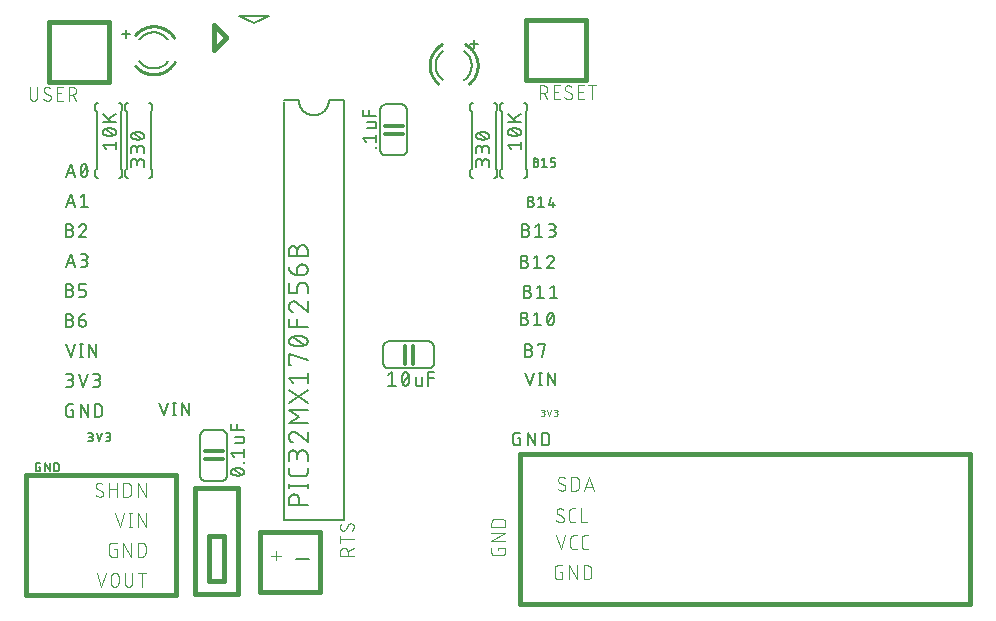
<source format=gbr>
G04 EAGLE Gerber RS-274X export*
G75*
%MOMM*%
%FSLAX34Y34*%
%LPD*%
%INSilkscreen Top*%
%IPPOS*%
%AMOC8*
5,1,8,0,0,1.08239X$1,22.5*%
G01*
%ADD10C,0.203200*%
%ADD11C,0.127000*%
%ADD12C,0.152400*%
%ADD13C,0.101600*%
%ADD14C,0.406400*%
%ADD15C,0.304800*%
%ADD16C,0.254000*%
%ADD17C,0.177800*%


D10*
X40386Y362966D02*
X43942Y373634D01*
X47498Y362966D01*
X46609Y365633D02*
X41275Y365633D01*
X52409Y368300D02*
X52412Y368510D01*
X52419Y368720D01*
X52432Y368929D01*
X52449Y369138D01*
X52472Y369347D01*
X52499Y369555D01*
X52531Y369762D01*
X52569Y369969D01*
X52611Y370174D01*
X52658Y370379D01*
X52710Y370582D01*
X52767Y370784D01*
X52829Y370985D01*
X52895Y371184D01*
X52967Y371381D01*
X53043Y371577D01*
X53123Y371771D01*
X53208Y371963D01*
X53298Y372152D01*
X53329Y372237D01*
X53363Y372321D01*
X53401Y372403D01*
X53443Y372484D01*
X53488Y372563D01*
X53536Y372640D01*
X53587Y372715D01*
X53641Y372787D01*
X53698Y372858D01*
X53758Y372926D01*
X53821Y372991D01*
X53886Y373054D01*
X53954Y373114D01*
X54025Y373171D01*
X54097Y373225D01*
X54172Y373277D01*
X54249Y373325D01*
X54328Y373370D01*
X54409Y373411D01*
X54491Y373449D01*
X54575Y373484D01*
X54660Y373515D01*
X54746Y373543D01*
X54833Y373567D01*
X54922Y373587D01*
X55011Y373604D01*
X55101Y373617D01*
X55191Y373627D01*
X55281Y373632D01*
X55372Y373634D01*
X55463Y373632D01*
X55553Y373627D01*
X55643Y373617D01*
X55733Y373604D01*
X55822Y373587D01*
X55911Y373567D01*
X55998Y373543D01*
X56084Y373515D01*
X56169Y373484D01*
X56253Y373449D01*
X56335Y373411D01*
X56416Y373370D01*
X56495Y373325D01*
X56572Y373277D01*
X56647Y373226D01*
X56719Y373171D01*
X56790Y373114D01*
X56858Y373054D01*
X56923Y372991D01*
X56986Y372926D01*
X57046Y372858D01*
X57103Y372787D01*
X57157Y372715D01*
X57208Y372640D01*
X57256Y372563D01*
X57301Y372484D01*
X57343Y372403D01*
X57381Y372321D01*
X57415Y372237D01*
X57446Y372152D01*
X57536Y371963D01*
X57621Y371771D01*
X57701Y371577D01*
X57777Y371381D01*
X57849Y371184D01*
X57915Y370985D01*
X57977Y370784D01*
X58034Y370582D01*
X58086Y370379D01*
X58133Y370174D01*
X58175Y369969D01*
X58213Y369762D01*
X58245Y369555D01*
X58272Y369347D01*
X58295Y369138D01*
X58312Y368929D01*
X58325Y368720D01*
X58332Y368510D01*
X58335Y368300D01*
X52409Y368300D02*
X52412Y368090D01*
X52419Y367880D01*
X52432Y367671D01*
X52449Y367462D01*
X52472Y367253D01*
X52499Y367045D01*
X52531Y366838D01*
X52569Y366631D01*
X52611Y366426D01*
X52658Y366221D01*
X52710Y366018D01*
X52767Y365816D01*
X52829Y365615D01*
X52895Y365416D01*
X52967Y365219D01*
X53043Y365023D01*
X53123Y364829D01*
X53208Y364638D01*
X53298Y364448D01*
X53329Y364363D01*
X53363Y364279D01*
X53401Y364197D01*
X53443Y364116D01*
X53488Y364037D01*
X53536Y363960D01*
X53587Y363885D01*
X53641Y363813D01*
X53698Y363742D01*
X53758Y363674D01*
X53821Y363609D01*
X53886Y363546D01*
X53954Y363486D01*
X54025Y363429D01*
X54097Y363374D01*
X54172Y363323D01*
X54249Y363275D01*
X54328Y363230D01*
X54409Y363189D01*
X54491Y363151D01*
X54575Y363116D01*
X54660Y363085D01*
X54746Y363057D01*
X54833Y363033D01*
X54922Y363013D01*
X55011Y362996D01*
X55101Y362983D01*
X55191Y362973D01*
X55281Y362968D01*
X55372Y362966D01*
X57446Y364448D02*
X57536Y364638D01*
X57621Y364829D01*
X57701Y365023D01*
X57777Y365219D01*
X57849Y365416D01*
X57915Y365615D01*
X57977Y365816D01*
X58034Y366018D01*
X58086Y366221D01*
X58133Y366426D01*
X58175Y366631D01*
X58213Y366838D01*
X58245Y367045D01*
X58272Y367253D01*
X58295Y367462D01*
X58312Y367671D01*
X58325Y367880D01*
X58332Y368090D01*
X58335Y368300D01*
X57446Y364448D02*
X57415Y364363D01*
X57381Y364279D01*
X57343Y364197D01*
X57301Y364116D01*
X57256Y364037D01*
X57208Y363960D01*
X57157Y363885D01*
X57103Y363813D01*
X57046Y363742D01*
X56986Y363674D01*
X56923Y363609D01*
X56858Y363546D01*
X56790Y363486D01*
X56719Y363429D01*
X56647Y363374D01*
X56572Y363323D01*
X56495Y363275D01*
X56416Y363230D01*
X56335Y363189D01*
X56253Y363151D01*
X56169Y363116D01*
X56084Y363085D01*
X55998Y363057D01*
X55911Y363033D01*
X55822Y363013D01*
X55733Y362996D01*
X55643Y362983D01*
X55553Y362973D01*
X55463Y362968D01*
X55372Y362966D01*
X53001Y365337D02*
X57743Y371263D01*
X43942Y348234D02*
X40386Y337566D01*
X47498Y337566D02*
X43942Y348234D01*
X46609Y340233D02*
X41275Y340233D01*
X52409Y345863D02*
X55372Y348234D01*
X55372Y337566D01*
X52409Y337566D02*
X58335Y337566D01*
X43349Y318093D02*
X40386Y318093D01*
X43349Y318092D02*
X43456Y318090D01*
X43563Y318084D01*
X43669Y318075D01*
X43775Y318061D01*
X43881Y318044D01*
X43986Y318023D01*
X44090Y317998D01*
X44193Y317969D01*
X44295Y317937D01*
X44396Y317901D01*
X44495Y317861D01*
X44593Y317818D01*
X44689Y317771D01*
X44784Y317721D01*
X44877Y317668D01*
X44967Y317611D01*
X45056Y317551D01*
X45142Y317488D01*
X45226Y317422D01*
X45308Y317352D01*
X45387Y317280D01*
X45463Y317205D01*
X45537Y317127D01*
X45607Y317047D01*
X45675Y316964D01*
X45740Y316879D01*
X45801Y316792D01*
X45860Y316702D01*
X45915Y316611D01*
X45967Y316517D01*
X46015Y316421D01*
X46060Y316324D01*
X46102Y316226D01*
X46139Y316126D01*
X46174Y316024D01*
X46204Y315922D01*
X46231Y315818D01*
X46254Y315714D01*
X46273Y315608D01*
X46288Y315502D01*
X46300Y315396D01*
X46308Y315289D01*
X46312Y315182D01*
X46312Y315076D01*
X46308Y314969D01*
X46300Y314862D01*
X46288Y314756D01*
X46273Y314650D01*
X46254Y314544D01*
X46231Y314440D01*
X46204Y314336D01*
X46174Y314234D01*
X46139Y314132D01*
X46102Y314032D01*
X46060Y313934D01*
X46015Y313837D01*
X45967Y313741D01*
X45915Y313648D01*
X45860Y313556D01*
X45801Y313466D01*
X45740Y313379D01*
X45675Y313294D01*
X45607Y313211D01*
X45537Y313131D01*
X45463Y313053D01*
X45387Y312978D01*
X45308Y312906D01*
X45226Y312836D01*
X45142Y312770D01*
X45056Y312707D01*
X44967Y312647D01*
X44877Y312590D01*
X44784Y312537D01*
X44689Y312487D01*
X44593Y312440D01*
X44495Y312397D01*
X44396Y312357D01*
X44295Y312321D01*
X44193Y312289D01*
X44090Y312260D01*
X43986Y312235D01*
X43881Y312214D01*
X43775Y312197D01*
X43669Y312183D01*
X43563Y312174D01*
X43456Y312168D01*
X43349Y312166D01*
X40386Y312166D01*
X40386Y322834D01*
X43349Y322834D01*
X43446Y322832D01*
X43542Y322826D01*
X43638Y322816D01*
X43734Y322802D01*
X43829Y322785D01*
X43924Y322763D01*
X44017Y322738D01*
X44109Y322709D01*
X44200Y322676D01*
X44290Y322639D01*
X44378Y322599D01*
X44464Y322555D01*
X44548Y322508D01*
X44631Y322458D01*
X44711Y322404D01*
X44789Y322346D01*
X44865Y322286D01*
X44938Y322223D01*
X45008Y322157D01*
X45076Y322087D01*
X45141Y322016D01*
X45203Y321941D01*
X45261Y321864D01*
X45317Y321785D01*
X45369Y321704D01*
X45418Y321620D01*
X45464Y321535D01*
X45506Y321448D01*
X45544Y321359D01*
X45579Y321269D01*
X45610Y321177D01*
X45637Y321084D01*
X45661Y320991D01*
X45680Y320896D01*
X45696Y320800D01*
X45708Y320704D01*
X45716Y320608D01*
X45720Y320511D01*
X45720Y320415D01*
X45716Y320318D01*
X45708Y320222D01*
X45696Y320126D01*
X45680Y320030D01*
X45661Y319935D01*
X45637Y319842D01*
X45610Y319749D01*
X45579Y319657D01*
X45544Y319567D01*
X45506Y319478D01*
X45464Y319391D01*
X45418Y319306D01*
X45369Y319222D01*
X45317Y319141D01*
X45261Y319062D01*
X45203Y318985D01*
X45141Y318910D01*
X45076Y318839D01*
X45008Y318769D01*
X44938Y318703D01*
X44865Y318640D01*
X44789Y318580D01*
X44711Y318522D01*
X44631Y318468D01*
X44548Y318418D01*
X44464Y318371D01*
X44378Y318327D01*
X44290Y318287D01*
X44200Y318250D01*
X44109Y318217D01*
X44017Y318188D01*
X43924Y318163D01*
X43829Y318141D01*
X43734Y318124D01*
X43638Y318110D01*
X43542Y318100D01*
X43446Y318094D01*
X43349Y318092D01*
X54441Y322834D02*
X54543Y322832D01*
X54645Y322826D01*
X54747Y322816D01*
X54848Y322803D01*
X54949Y322785D01*
X55049Y322764D01*
X55148Y322739D01*
X55246Y322710D01*
X55342Y322677D01*
X55438Y322641D01*
X55532Y322601D01*
X55624Y322557D01*
X55715Y322510D01*
X55804Y322459D01*
X55891Y322406D01*
X55975Y322348D01*
X56058Y322288D01*
X56138Y322225D01*
X56215Y322158D01*
X56290Y322089D01*
X56363Y322016D01*
X56432Y321941D01*
X56499Y321864D01*
X56562Y321784D01*
X56622Y321701D01*
X56680Y321617D01*
X56733Y321530D01*
X56784Y321441D01*
X56831Y321350D01*
X56875Y321258D01*
X56915Y321164D01*
X56951Y321068D01*
X56984Y320972D01*
X57013Y320874D01*
X57038Y320775D01*
X57059Y320675D01*
X57077Y320574D01*
X57090Y320473D01*
X57100Y320371D01*
X57106Y320269D01*
X57108Y320167D01*
X54441Y322834D02*
X54325Y322832D01*
X54208Y322826D01*
X54092Y322816D01*
X53977Y322802D01*
X53862Y322785D01*
X53747Y322763D01*
X53634Y322737D01*
X53521Y322708D01*
X53409Y322675D01*
X53299Y322638D01*
X53190Y322597D01*
X53082Y322553D01*
X52976Y322505D01*
X52872Y322453D01*
X52769Y322398D01*
X52668Y322340D01*
X52570Y322278D01*
X52473Y322213D01*
X52379Y322144D01*
X52287Y322072D01*
X52198Y321998D01*
X52111Y321920D01*
X52027Y321839D01*
X51946Y321756D01*
X51868Y321670D01*
X51792Y321581D01*
X51720Y321490D01*
X51651Y321396D01*
X51585Y321300D01*
X51522Y321202D01*
X51463Y321102D01*
X51407Y321000D01*
X51355Y320896D01*
X51306Y320790D01*
X51261Y320683D01*
X51219Y320574D01*
X51182Y320464D01*
X56219Y318092D02*
X56294Y318166D01*
X56366Y318243D01*
X56435Y318323D01*
X56502Y318405D01*
X56565Y318489D01*
X56625Y318576D01*
X56682Y318664D01*
X56736Y318755D01*
X56786Y318848D01*
X56833Y318942D01*
X56876Y319038D01*
X56916Y319136D01*
X56952Y319235D01*
X56985Y319335D01*
X57013Y319437D01*
X57038Y319539D01*
X57060Y319643D01*
X57077Y319747D01*
X57091Y319851D01*
X57100Y319956D01*
X57106Y320062D01*
X57108Y320167D01*
X56219Y318093D02*
X51181Y312166D01*
X57108Y312166D01*
X43942Y297434D02*
X40386Y286766D01*
X47498Y286766D02*
X43942Y297434D01*
X46609Y289433D02*
X41275Y289433D01*
X52409Y286766D02*
X55372Y286766D01*
X55479Y286768D01*
X55586Y286774D01*
X55692Y286783D01*
X55798Y286797D01*
X55904Y286814D01*
X56009Y286835D01*
X56113Y286860D01*
X56216Y286889D01*
X56318Y286921D01*
X56419Y286957D01*
X56518Y286997D01*
X56616Y287040D01*
X56712Y287087D01*
X56807Y287137D01*
X56900Y287190D01*
X56990Y287247D01*
X57079Y287307D01*
X57165Y287370D01*
X57249Y287436D01*
X57331Y287506D01*
X57410Y287578D01*
X57486Y287653D01*
X57560Y287731D01*
X57630Y287811D01*
X57698Y287894D01*
X57763Y287979D01*
X57824Y288066D01*
X57883Y288156D01*
X57938Y288248D01*
X57990Y288341D01*
X58038Y288437D01*
X58083Y288534D01*
X58125Y288632D01*
X58162Y288732D01*
X58197Y288834D01*
X58227Y288936D01*
X58254Y289040D01*
X58277Y289144D01*
X58296Y289250D01*
X58311Y289356D01*
X58323Y289462D01*
X58331Y289569D01*
X58335Y289676D01*
X58335Y289782D01*
X58331Y289889D01*
X58323Y289996D01*
X58311Y290102D01*
X58296Y290208D01*
X58277Y290314D01*
X58254Y290418D01*
X58227Y290522D01*
X58197Y290624D01*
X58162Y290726D01*
X58125Y290826D01*
X58083Y290924D01*
X58038Y291021D01*
X57990Y291117D01*
X57938Y291211D01*
X57883Y291302D01*
X57824Y291392D01*
X57763Y291479D01*
X57698Y291564D01*
X57630Y291647D01*
X57560Y291727D01*
X57486Y291805D01*
X57410Y291880D01*
X57331Y291952D01*
X57249Y292022D01*
X57165Y292088D01*
X57079Y292151D01*
X56990Y292211D01*
X56900Y292268D01*
X56807Y292321D01*
X56712Y292371D01*
X56616Y292418D01*
X56518Y292461D01*
X56419Y292501D01*
X56318Y292537D01*
X56216Y292569D01*
X56113Y292598D01*
X56009Y292623D01*
X55904Y292644D01*
X55798Y292661D01*
X55692Y292675D01*
X55586Y292684D01*
X55479Y292690D01*
X55372Y292692D01*
X55965Y297434D02*
X52409Y297434D01*
X55965Y297434D02*
X56062Y297432D01*
X56158Y297426D01*
X56254Y297416D01*
X56350Y297402D01*
X56445Y297385D01*
X56540Y297363D01*
X56633Y297338D01*
X56725Y297309D01*
X56816Y297276D01*
X56906Y297239D01*
X56994Y297199D01*
X57080Y297155D01*
X57164Y297108D01*
X57247Y297058D01*
X57327Y297004D01*
X57405Y296946D01*
X57481Y296886D01*
X57554Y296823D01*
X57624Y296757D01*
X57692Y296687D01*
X57757Y296616D01*
X57819Y296541D01*
X57877Y296464D01*
X57933Y296385D01*
X57985Y296304D01*
X58034Y296220D01*
X58080Y296135D01*
X58122Y296048D01*
X58160Y295959D01*
X58195Y295869D01*
X58226Y295777D01*
X58253Y295684D01*
X58277Y295591D01*
X58296Y295496D01*
X58312Y295400D01*
X58324Y295304D01*
X58332Y295208D01*
X58336Y295111D01*
X58336Y295015D01*
X58332Y294918D01*
X58324Y294822D01*
X58312Y294726D01*
X58296Y294630D01*
X58277Y294535D01*
X58253Y294442D01*
X58226Y294349D01*
X58195Y294257D01*
X58160Y294167D01*
X58122Y294078D01*
X58080Y293991D01*
X58034Y293906D01*
X57985Y293822D01*
X57933Y293741D01*
X57877Y293662D01*
X57819Y293585D01*
X57757Y293510D01*
X57692Y293439D01*
X57624Y293369D01*
X57554Y293303D01*
X57481Y293240D01*
X57405Y293180D01*
X57327Y293122D01*
X57247Y293068D01*
X57164Y293018D01*
X57080Y292971D01*
X56994Y292927D01*
X56906Y292887D01*
X56816Y292850D01*
X56725Y292817D01*
X56633Y292788D01*
X56540Y292763D01*
X56445Y292741D01*
X56350Y292724D01*
X56254Y292710D01*
X56158Y292700D01*
X56062Y292694D01*
X55965Y292692D01*
X55965Y292693D02*
X53594Y292693D01*
X43349Y267293D02*
X40386Y267293D01*
X43349Y267292D02*
X43456Y267290D01*
X43563Y267284D01*
X43669Y267275D01*
X43775Y267261D01*
X43881Y267244D01*
X43986Y267223D01*
X44090Y267198D01*
X44193Y267169D01*
X44295Y267137D01*
X44396Y267101D01*
X44495Y267061D01*
X44593Y267018D01*
X44689Y266971D01*
X44784Y266921D01*
X44877Y266868D01*
X44967Y266811D01*
X45056Y266751D01*
X45142Y266688D01*
X45226Y266622D01*
X45308Y266552D01*
X45387Y266480D01*
X45463Y266405D01*
X45537Y266327D01*
X45607Y266247D01*
X45675Y266164D01*
X45740Y266079D01*
X45801Y265992D01*
X45860Y265902D01*
X45915Y265811D01*
X45967Y265717D01*
X46015Y265621D01*
X46060Y265524D01*
X46102Y265426D01*
X46139Y265326D01*
X46174Y265224D01*
X46204Y265122D01*
X46231Y265018D01*
X46254Y264914D01*
X46273Y264808D01*
X46288Y264702D01*
X46300Y264596D01*
X46308Y264489D01*
X46312Y264382D01*
X46312Y264276D01*
X46308Y264169D01*
X46300Y264062D01*
X46288Y263956D01*
X46273Y263850D01*
X46254Y263744D01*
X46231Y263640D01*
X46204Y263536D01*
X46174Y263434D01*
X46139Y263332D01*
X46102Y263232D01*
X46060Y263134D01*
X46015Y263037D01*
X45967Y262941D01*
X45915Y262848D01*
X45860Y262756D01*
X45801Y262666D01*
X45740Y262579D01*
X45675Y262494D01*
X45607Y262411D01*
X45537Y262331D01*
X45463Y262253D01*
X45387Y262178D01*
X45308Y262106D01*
X45226Y262036D01*
X45142Y261970D01*
X45056Y261907D01*
X44967Y261847D01*
X44877Y261790D01*
X44784Y261737D01*
X44689Y261687D01*
X44593Y261640D01*
X44495Y261597D01*
X44396Y261557D01*
X44295Y261521D01*
X44193Y261489D01*
X44090Y261460D01*
X43986Y261435D01*
X43881Y261414D01*
X43775Y261397D01*
X43669Y261383D01*
X43563Y261374D01*
X43456Y261368D01*
X43349Y261366D01*
X40386Y261366D01*
X40386Y272034D01*
X43349Y272034D01*
X43446Y272032D01*
X43542Y272026D01*
X43638Y272016D01*
X43734Y272002D01*
X43829Y271985D01*
X43924Y271963D01*
X44017Y271938D01*
X44109Y271909D01*
X44200Y271876D01*
X44290Y271839D01*
X44378Y271799D01*
X44464Y271755D01*
X44548Y271708D01*
X44631Y271658D01*
X44711Y271604D01*
X44789Y271546D01*
X44865Y271486D01*
X44938Y271423D01*
X45008Y271357D01*
X45076Y271287D01*
X45141Y271216D01*
X45203Y271141D01*
X45261Y271064D01*
X45317Y270985D01*
X45369Y270904D01*
X45418Y270820D01*
X45464Y270735D01*
X45506Y270648D01*
X45544Y270559D01*
X45579Y270469D01*
X45610Y270377D01*
X45637Y270284D01*
X45661Y270191D01*
X45680Y270096D01*
X45696Y270000D01*
X45708Y269904D01*
X45716Y269808D01*
X45720Y269711D01*
X45720Y269615D01*
X45716Y269518D01*
X45708Y269422D01*
X45696Y269326D01*
X45680Y269230D01*
X45661Y269135D01*
X45637Y269042D01*
X45610Y268949D01*
X45579Y268857D01*
X45544Y268767D01*
X45506Y268678D01*
X45464Y268591D01*
X45418Y268506D01*
X45369Y268422D01*
X45317Y268341D01*
X45261Y268262D01*
X45203Y268185D01*
X45141Y268110D01*
X45076Y268039D01*
X45008Y267969D01*
X44938Y267903D01*
X44865Y267840D01*
X44789Y267780D01*
X44711Y267722D01*
X44631Y267668D01*
X44548Y267618D01*
X44464Y267571D01*
X44378Y267527D01*
X44290Y267487D01*
X44200Y267450D01*
X44109Y267417D01*
X44017Y267388D01*
X43924Y267363D01*
X43829Y267341D01*
X43734Y267324D01*
X43638Y267310D01*
X43542Y267300D01*
X43446Y267294D01*
X43349Y267292D01*
X51181Y261366D02*
X54737Y261366D01*
X54832Y261368D01*
X54928Y261374D01*
X55023Y261383D01*
X55117Y261397D01*
X55211Y261414D01*
X55304Y261435D01*
X55397Y261460D01*
X55488Y261488D01*
X55578Y261520D01*
X55666Y261556D01*
X55753Y261595D01*
X55839Y261638D01*
X55923Y261684D01*
X56004Y261733D01*
X56084Y261786D01*
X56161Y261842D01*
X56237Y261900D01*
X56309Y261962D01*
X56379Y262027D01*
X56447Y262095D01*
X56512Y262165D01*
X56574Y262237D01*
X56632Y262313D01*
X56688Y262390D01*
X56741Y262470D01*
X56790Y262552D01*
X56836Y262635D01*
X56879Y262721D01*
X56918Y262808D01*
X56954Y262896D01*
X56986Y262986D01*
X57014Y263077D01*
X57039Y263170D01*
X57060Y263263D01*
X57077Y263357D01*
X57091Y263451D01*
X57100Y263546D01*
X57106Y263642D01*
X57108Y263737D01*
X57108Y264922D01*
X57106Y265017D01*
X57100Y265113D01*
X57091Y265208D01*
X57077Y265302D01*
X57060Y265396D01*
X57039Y265489D01*
X57014Y265582D01*
X56986Y265673D01*
X56954Y265763D01*
X56918Y265851D01*
X56879Y265938D01*
X56836Y266024D01*
X56790Y266108D01*
X56741Y266189D01*
X56688Y266269D01*
X56632Y266346D01*
X56574Y266422D01*
X56512Y266494D01*
X56447Y266564D01*
X56379Y266632D01*
X56309Y266697D01*
X56237Y266759D01*
X56161Y266817D01*
X56084Y266873D01*
X56004Y266926D01*
X55923Y266975D01*
X55839Y267021D01*
X55753Y267064D01*
X55666Y267103D01*
X55578Y267139D01*
X55488Y267171D01*
X55397Y267199D01*
X55304Y267224D01*
X55211Y267245D01*
X55117Y267262D01*
X55023Y267276D01*
X54928Y267285D01*
X54832Y267291D01*
X54737Y267293D01*
X51181Y267293D01*
X51181Y272034D01*
X57108Y272034D01*
X43349Y241893D02*
X40386Y241893D01*
X43349Y241892D02*
X43456Y241890D01*
X43563Y241884D01*
X43669Y241875D01*
X43775Y241861D01*
X43881Y241844D01*
X43986Y241823D01*
X44090Y241798D01*
X44193Y241769D01*
X44295Y241737D01*
X44396Y241701D01*
X44495Y241661D01*
X44593Y241618D01*
X44689Y241571D01*
X44784Y241521D01*
X44877Y241468D01*
X44967Y241411D01*
X45056Y241351D01*
X45142Y241288D01*
X45226Y241222D01*
X45308Y241152D01*
X45387Y241080D01*
X45463Y241005D01*
X45537Y240927D01*
X45607Y240847D01*
X45675Y240764D01*
X45740Y240679D01*
X45801Y240592D01*
X45860Y240502D01*
X45915Y240410D01*
X45967Y240317D01*
X46015Y240221D01*
X46060Y240124D01*
X46102Y240026D01*
X46139Y239926D01*
X46174Y239824D01*
X46204Y239722D01*
X46231Y239618D01*
X46254Y239514D01*
X46273Y239408D01*
X46288Y239302D01*
X46300Y239196D01*
X46308Y239089D01*
X46312Y238982D01*
X46312Y238876D01*
X46308Y238769D01*
X46300Y238662D01*
X46288Y238556D01*
X46273Y238450D01*
X46254Y238344D01*
X46231Y238240D01*
X46204Y238136D01*
X46174Y238034D01*
X46139Y237932D01*
X46102Y237832D01*
X46060Y237734D01*
X46015Y237637D01*
X45967Y237541D01*
X45915Y237448D01*
X45860Y237356D01*
X45801Y237266D01*
X45740Y237179D01*
X45675Y237094D01*
X45607Y237011D01*
X45537Y236931D01*
X45463Y236853D01*
X45387Y236778D01*
X45308Y236706D01*
X45226Y236636D01*
X45142Y236570D01*
X45056Y236507D01*
X44967Y236447D01*
X44877Y236390D01*
X44784Y236337D01*
X44689Y236287D01*
X44593Y236240D01*
X44495Y236197D01*
X44396Y236157D01*
X44295Y236121D01*
X44193Y236089D01*
X44090Y236060D01*
X43986Y236035D01*
X43881Y236014D01*
X43775Y235997D01*
X43669Y235983D01*
X43563Y235974D01*
X43456Y235968D01*
X43349Y235966D01*
X40386Y235966D01*
X40386Y246634D01*
X43349Y246634D01*
X43446Y246632D01*
X43542Y246626D01*
X43638Y246616D01*
X43734Y246602D01*
X43829Y246585D01*
X43924Y246563D01*
X44017Y246538D01*
X44109Y246509D01*
X44200Y246476D01*
X44290Y246439D01*
X44378Y246399D01*
X44464Y246355D01*
X44548Y246308D01*
X44631Y246258D01*
X44711Y246204D01*
X44789Y246146D01*
X44865Y246086D01*
X44938Y246023D01*
X45008Y245957D01*
X45076Y245887D01*
X45141Y245816D01*
X45203Y245741D01*
X45261Y245664D01*
X45317Y245585D01*
X45369Y245504D01*
X45418Y245420D01*
X45464Y245335D01*
X45506Y245248D01*
X45544Y245159D01*
X45579Y245069D01*
X45610Y244977D01*
X45637Y244884D01*
X45661Y244791D01*
X45680Y244696D01*
X45696Y244600D01*
X45708Y244504D01*
X45716Y244408D01*
X45720Y244311D01*
X45720Y244215D01*
X45716Y244118D01*
X45708Y244022D01*
X45696Y243926D01*
X45680Y243830D01*
X45661Y243735D01*
X45637Y243642D01*
X45610Y243549D01*
X45579Y243457D01*
X45544Y243367D01*
X45506Y243278D01*
X45464Y243191D01*
X45418Y243106D01*
X45369Y243022D01*
X45317Y242941D01*
X45261Y242862D01*
X45203Y242785D01*
X45141Y242710D01*
X45076Y242639D01*
X45008Y242569D01*
X44938Y242503D01*
X44865Y242440D01*
X44789Y242380D01*
X44711Y242322D01*
X44631Y242268D01*
X44548Y242218D01*
X44464Y242171D01*
X44378Y242127D01*
X44290Y242087D01*
X44200Y242050D01*
X44109Y242017D01*
X44017Y241988D01*
X43924Y241963D01*
X43829Y241941D01*
X43734Y241924D01*
X43638Y241910D01*
X43542Y241900D01*
X43446Y241894D01*
X43349Y241892D01*
X51181Y241893D02*
X54737Y241893D01*
X54832Y241891D01*
X54928Y241885D01*
X55023Y241876D01*
X55117Y241862D01*
X55211Y241845D01*
X55304Y241824D01*
X55397Y241799D01*
X55488Y241771D01*
X55578Y241739D01*
X55666Y241703D01*
X55753Y241664D01*
X55839Y241621D01*
X55923Y241575D01*
X56004Y241526D01*
X56084Y241473D01*
X56161Y241417D01*
X56237Y241359D01*
X56309Y241297D01*
X56379Y241232D01*
X56447Y241164D01*
X56512Y241094D01*
X56574Y241022D01*
X56632Y240946D01*
X56688Y240869D01*
X56741Y240789D01*
X56790Y240708D01*
X56836Y240624D01*
X56879Y240538D01*
X56918Y240451D01*
X56954Y240363D01*
X56986Y240273D01*
X57014Y240182D01*
X57039Y240089D01*
X57060Y239996D01*
X57077Y239902D01*
X57091Y239808D01*
X57100Y239713D01*
X57106Y239617D01*
X57108Y239522D01*
X57108Y238929D01*
X57107Y238929D02*
X57105Y238822D01*
X57099Y238715D01*
X57090Y238609D01*
X57076Y238503D01*
X57059Y238397D01*
X57038Y238292D01*
X57013Y238188D01*
X56984Y238085D01*
X56952Y237983D01*
X56916Y237882D01*
X56876Y237783D01*
X56833Y237685D01*
X56786Y237589D01*
X56736Y237494D01*
X56683Y237401D01*
X56626Y237311D01*
X56566Y237222D01*
X56503Y237136D01*
X56437Y237052D01*
X56367Y236970D01*
X56295Y236891D01*
X56220Y236815D01*
X56142Y236741D01*
X56062Y236671D01*
X55979Y236603D01*
X55894Y236538D01*
X55807Y236477D01*
X55717Y236418D01*
X55625Y236363D01*
X55532Y236311D01*
X55436Y236263D01*
X55339Y236218D01*
X55241Y236176D01*
X55141Y236139D01*
X55039Y236104D01*
X54937Y236074D01*
X54833Y236047D01*
X54729Y236024D01*
X54623Y236005D01*
X54517Y235990D01*
X54411Y235978D01*
X54304Y235970D01*
X54197Y235966D01*
X54091Y235966D01*
X53984Y235970D01*
X53877Y235978D01*
X53771Y235990D01*
X53665Y236005D01*
X53559Y236024D01*
X53455Y236047D01*
X53351Y236074D01*
X53249Y236104D01*
X53147Y236139D01*
X53047Y236176D01*
X52949Y236218D01*
X52852Y236263D01*
X52756Y236311D01*
X52662Y236363D01*
X52571Y236418D01*
X52481Y236477D01*
X52394Y236538D01*
X52309Y236603D01*
X52226Y236671D01*
X52146Y236741D01*
X52068Y236815D01*
X51993Y236891D01*
X51921Y236970D01*
X51851Y237052D01*
X51785Y237136D01*
X51722Y237222D01*
X51662Y237311D01*
X51605Y237401D01*
X51552Y237494D01*
X51502Y237589D01*
X51455Y237685D01*
X51412Y237783D01*
X51372Y237882D01*
X51336Y237983D01*
X51304Y238085D01*
X51275Y238188D01*
X51250Y238292D01*
X51229Y238397D01*
X51212Y238503D01*
X51198Y238609D01*
X51189Y238715D01*
X51183Y238822D01*
X51181Y238929D01*
X51181Y241893D01*
X51183Y242028D01*
X51189Y242164D01*
X51198Y242299D01*
X51212Y242433D01*
X51229Y242568D01*
X51250Y242701D01*
X51275Y242835D01*
X51304Y242967D01*
X51337Y243098D01*
X51373Y243229D01*
X51413Y243358D01*
X51457Y243486D01*
X51504Y243613D01*
X51555Y243739D01*
X51609Y243862D01*
X51667Y243985D01*
X51729Y244105D01*
X51794Y244224D01*
X51862Y244341D01*
X51934Y244456D01*
X52008Y244569D01*
X52086Y244680D01*
X52168Y244788D01*
X52252Y244894D01*
X52339Y244998D01*
X52429Y245099D01*
X52522Y245197D01*
X52618Y245293D01*
X52716Y245386D01*
X52817Y245476D01*
X52921Y245563D01*
X53027Y245647D01*
X53135Y245729D01*
X53246Y245807D01*
X53359Y245881D01*
X53474Y245953D01*
X53591Y246021D01*
X53710Y246086D01*
X53830Y246148D01*
X53952Y246206D01*
X54076Y246260D01*
X54202Y246311D01*
X54329Y246358D01*
X54457Y246402D01*
X54586Y246442D01*
X54717Y246478D01*
X54848Y246511D01*
X54980Y246540D01*
X55114Y246565D01*
X55247Y246586D01*
X55382Y246603D01*
X55516Y246617D01*
X55651Y246626D01*
X55787Y246632D01*
X55922Y246634D01*
X40386Y221234D02*
X43942Y210566D01*
X47498Y221234D01*
X53086Y221234D02*
X53086Y210566D01*
X51901Y210566D02*
X54271Y210566D01*
X54271Y221234D02*
X51901Y221234D01*
X59648Y221234D02*
X59648Y210566D01*
X65574Y210566D02*
X59648Y221234D01*
X65574Y221234D02*
X65574Y210566D01*
X43349Y185166D02*
X40386Y185166D01*
X43349Y185166D02*
X43456Y185168D01*
X43563Y185174D01*
X43669Y185183D01*
X43775Y185197D01*
X43881Y185214D01*
X43986Y185235D01*
X44090Y185260D01*
X44193Y185289D01*
X44295Y185321D01*
X44396Y185357D01*
X44495Y185397D01*
X44593Y185440D01*
X44689Y185487D01*
X44784Y185537D01*
X44877Y185590D01*
X44967Y185647D01*
X45056Y185707D01*
X45142Y185770D01*
X45226Y185836D01*
X45308Y185906D01*
X45387Y185978D01*
X45463Y186053D01*
X45537Y186131D01*
X45607Y186211D01*
X45675Y186294D01*
X45740Y186379D01*
X45801Y186466D01*
X45860Y186556D01*
X45915Y186648D01*
X45967Y186741D01*
X46015Y186837D01*
X46060Y186934D01*
X46102Y187032D01*
X46139Y187132D01*
X46174Y187234D01*
X46204Y187336D01*
X46231Y187440D01*
X46254Y187544D01*
X46273Y187650D01*
X46288Y187756D01*
X46300Y187862D01*
X46308Y187969D01*
X46312Y188076D01*
X46312Y188182D01*
X46308Y188289D01*
X46300Y188396D01*
X46288Y188502D01*
X46273Y188608D01*
X46254Y188714D01*
X46231Y188818D01*
X46204Y188922D01*
X46174Y189024D01*
X46139Y189126D01*
X46102Y189226D01*
X46060Y189324D01*
X46015Y189421D01*
X45967Y189517D01*
X45915Y189610D01*
X45860Y189702D01*
X45801Y189792D01*
X45740Y189879D01*
X45675Y189964D01*
X45607Y190047D01*
X45537Y190127D01*
X45463Y190205D01*
X45387Y190280D01*
X45308Y190352D01*
X45226Y190422D01*
X45142Y190488D01*
X45056Y190551D01*
X44967Y190611D01*
X44877Y190668D01*
X44784Y190721D01*
X44689Y190771D01*
X44593Y190818D01*
X44495Y190861D01*
X44396Y190901D01*
X44295Y190937D01*
X44193Y190969D01*
X44090Y190998D01*
X43986Y191023D01*
X43881Y191044D01*
X43775Y191061D01*
X43669Y191075D01*
X43563Y191084D01*
X43456Y191090D01*
X43349Y191092D01*
X43942Y195834D02*
X40386Y195834D01*
X43942Y195834D02*
X44039Y195832D01*
X44135Y195826D01*
X44231Y195816D01*
X44327Y195802D01*
X44422Y195785D01*
X44517Y195763D01*
X44610Y195738D01*
X44702Y195709D01*
X44793Y195676D01*
X44883Y195639D01*
X44971Y195599D01*
X45057Y195555D01*
X45141Y195508D01*
X45224Y195458D01*
X45304Y195404D01*
X45382Y195346D01*
X45458Y195286D01*
X45531Y195223D01*
X45601Y195157D01*
X45669Y195087D01*
X45734Y195016D01*
X45796Y194941D01*
X45854Y194864D01*
X45910Y194785D01*
X45962Y194704D01*
X46011Y194620D01*
X46057Y194535D01*
X46099Y194448D01*
X46137Y194359D01*
X46172Y194269D01*
X46203Y194177D01*
X46230Y194084D01*
X46254Y193991D01*
X46273Y193896D01*
X46289Y193800D01*
X46301Y193704D01*
X46309Y193608D01*
X46313Y193511D01*
X46313Y193415D01*
X46309Y193318D01*
X46301Y193222D01*
X46289Y193126D01*
X46273Y193030D01*
X46254Y192935D01*
X46230Y192842D01*
X46203Y192749D01*
X46172Y192657D01*
X46137Y192567D01*
X46099Y192478D01*
X46057Y192391D01*
X46011Y192306D01*
X45962Y192222D01*
X45910Y192141D01*
X45854Y192062D01*
X45796Y191985D01*
X45734Y191910D01*
X45669Y191839D01*
X45601Y191769D01*
X45531Y191703D01*
X45458Y191640D01*
X45382Y191580D01*
X45304Y191522D01*
X45224Y191468D01*
X45141Y191418D01*
X45057Y191371D01*
X44971Y191327D01*
X44883Y191287D01*
X44793Y191250D01*
X44702Y191217D01*
X44610Y191188D01*
X44517Y191163D01*
X44422Y191141D01*
X44327Y191124D01*
X44231Y191110D01*
X44135Y191100D01*
X44039Y191094D01*
X43942Y191092D01*
X43942Y191093D02*
X41571Y191093D01*
X51223Y195834D02*
X54779Y185166D01*
X58335Y195834D01*
X63246Y185166D02*
X66209Y185166D01*
X66316Y185168D01*
X66423Y185174D01*
X66529Y185183D01*
X66635Y185197D01*
X66741Y185214D01*
X66846Y185235D01*
X66950Y185260D01*
X67053Y185289D01*
X67155Y185321D01*
X67256Y185357D01*
X67355Y185397D01*
X67453Y185440D01*
X67549Y185487D01*
X67644Y185537D01*
X67737Y185590D01*
X67827Y185647D01*
X67916Y185707D01*
X68002Y185770D01*
X68086Y185836D01*
X68168Y185906D01*
X68247Y185978D01*
X68323Y186053D01*
X68397Y186131D01*
X68467Y186211D01*
X68535Y186294D01*
X68600Y186379D01*
X68661Y186466D01*
X68720Y186556D01*
X68775Y186648D01*
X68827Y186741D01*
X68875Y186837D01*
X68920Y186934D01*
X68962Y187032D01*
X68999Y187132D01*
X69034Y187234D01*
X69064Y187336D01*
X69091Y187440D01*
X69114Y187544D01*
X69133Y187650D01*
X69148Y187756D01*
X69160Y187862D01*
X69168Y187969D01*
X69172Y188076D01*
X69172Y188182D01*
X69168Y188289D01*
X69160Y188396D01*
X69148Y188502D01*
X69133Y188608D01*
X69114Y188714D01*
X69091Y188818D01*
X69064Y188922D01*
X69034Y189024D01*
X68999Y189126D01*
X68962Y189226D01*
X68920Y189324D01*
X68875Y189421D01*
X68827Y189517D01*
X68775Y189610D01*
X68720Y189702D01*
X68661Y189792D01*
X68600Y189879D01*
X68535Y189964D01*
X68467Y190047D01*
X68397Y190127D01*
X68323Y190205D01*
X68247Y190280D01*
X68168Y190352D01*
X68086Y190422D01*
X68002Y190488D01*
X67916Y190551D01*
X67827Y190611D01*
X67737Y190668D01*
X67644Y190721D01*
X67549Y190771D01*
X67453Y190818D01*
X67355Y190861D01*
X67256Y190901D01*
X67155Y190937D01*
X67053Y190969D01*
X66950Y190998D01*
X66846Y191023D01*
X66741Y191044D01*
X66635Y191061D01*
X66529Y191075D01*
X66423Y191084D01*
X66316Y191090D01*
X66209Y191092D01*
X66802Y195834D02*
X63246Y195834D01*
X66802Y195834D02*
X66899Y195832D01*
X66995Y195826D01*
X67091Y195816D01*
X67187Y195802D01*
X67282Y195785D01*
X67377Y195763D01*
X67470Y195738D01*
X67562Y195709D01*
X67653Y195676D01*
X67743Y195639D01*
X67831Y195599D01*
X67917Y195555D01*
X68001Y195508D01*
X68084Y195458D01*
X68164Y195404D01*
X68242Y195346D01*
X68318Y195286D01*
X68391Y195223D01*
X68461Y195157D01*
X68529Y195087D01*
X68594Y195016D01*
X68656Y194941D01*
X68714Y194864D01*
X68770Y194785D01*
X68822Y194704D01*
X68871Y194620D01*
X68917Y194535D01*
X68959Y194448D01*
X68997Y194359D01*
X69032Y194269D01*
X69063Y194177D01*
X69090Y194084D01*
X69114Y193991D01*
X69133Y193896D01*
X69149Y193800D01*
X69161Y193704D01*
X69169Y193608D01*
X69173Y193511D01*
X69173Y193415D01*
X69169Y193318D01*
X69161Y193222D01*
X69149Y193126D01*
X69133Y193030D01*
X69114Y192935D01*
X69090Y192842D01*
X69063Y192749D01*
X69032Y192657D01*
X68997Y192567D01*
X68959Y192478D01*
X68917Y192391D01*
X68871Y192306D01*
X68822Y192222D01*
X68770Y192141D01*
X68714Y192062D01*
X68656Y191985D01*
X68594Y191910D01*
X68529Y191839D01*
X68461Y191769D01*
X68391Y191703D01*
X68318Y191640D01*
X68242Y191580D01*
X68164Y191522D01*
X68084Y191468D01*
X68001Y191418D01*
X67917Y191371D01*
X67831Y191327D01*
X67743Y191287D01*
X67653Y191250D01*
X67562Y191217D01*
X67470Y191188D01*
X67377Y191163D01*
X67282Y191141D01*
X67187Y191124D01*
X67091Y191110D01*
X66995Y191100D01*
X66899Y191094D01*
X66802Y191092D01*
X66802Y191093D02*
X64431Y191093D01*
X46313Y165693D02*
X44535Y165693D01*
X46313Y165693D02*
X46313Y159766D01*
X42757Y159766D01*
X42662Y159768D01*
X42566Y159774D01*
X42471Y159783D01*
X42377Y159797D01*
X42283Y159814D01*
X42190Y159835D01*
X42097Y159860D01*
X42006Y159888D01*
X41916Y159920D01*
X41828Y159956D01*
X41741Y159995D01*
X41655Y160038D01*
X41571Y160084D01*
X41490Y160133D01*
X41410Y160186D01*
X41333Y160242D01*
X41257Y160300D01*
X41185Y160362D01*
X41115Y160427D01*
X41047Y160495D01*
X40982Y160565D01*
X40920Y160637D01*
X40862Y160713D01*
X40806Y160790D01*
X40753Y160870D01*
X40704Y160952D01*
X40658Y161035D01*
X40615Y161121D01*
X40576Y161208D01*
X40540Y161296D01*
X40508Y161386D01*
X40480Y161477D01*
X40455Y161570D01*
X40434Y161663D01*
X40417Y161757D01*
X40403Y161851D01*
X40394Y161946D01*
X40388Y162042D01*
X40386Y162137D01*
X40386Y168063D01*
X40388Y168158D01*
X40394Y168254D01*
X40403Y168349D01*
X40417Y168443D01*
X40434Y168537D01*
X40455Y168630D01*
X40480Y168723D01*
X40508Y168814D01*
X40540Y168904D01*
X40576Y168992D01*
X40615Y169079D01*
X40658Y169165D01*
X40704Y169248D01*
X40753Y169330D01*
X40806Y169410D01*
X40862Y169487D01*
X40920Y169563D01*
X40982Y169635D01*
X41047Y169705D01*
X41115Y169773D01*
X41185Y169838D01*
X41257Y169900D01*
X41333Y169958D01*
X41410Y170014D01*
X41490Y170067D01*
X41571Y170116D01*
X41655Y170162D01*
X41741Y170205D01*
X41828Y170244D01*
X41916Y170280D01*
X42006Y170312D01*
X42097Y170340D01*
X42190Y170365D01*
X42283Y170386D01*
X42377Y170403D01*
X42471Y170417D01*
X42566Y170426D01*
X42661Y170432D01*
X42757Y170434D01*
X46313Y170434D01*
X52578Y170434D02*
X52578Y159766D01*
X58505Y159766D02*
X52578Y170434D01*
X58505Y170434D02*
X58505Y159766D01*
X64770Y159766D02*
X64770Y170434D01*
X67733Y170434D01*
X67839Y170432D01*
X67944Y170426D01*
X68050Y170417D01*
X68155Y170404D01*
X68259Y170387D01*
X68363Y170366D01*
X68466Y170342D01*
X68568Y170314D01*
X68669Y170282D01*
X68768Y170247D01*
X68867Y170208D01*
X68964Y170166D01*
X69059Y170121D01*
X69153Y170072D01*
X69245Y170019D01*
X69335Y169964D01*
X69423Y169905D01*
X69509Y169843D01*
X69592Y169778D01*
X69673Y169710D01*
X69752Y169640D01*
X69828Y169566D01*
X69902Y169490D01*
X69972Y169411D01*
X70040Y169330D01*
X70105Y169247D01*
X70167Y169161D01*
X70226Y169073D01*
X70281Y168983D01*
X70334Y168891D01*
X70383Y168797D01*
X70428Y168702D01*
X70470Y168605D01*
X70509Y168506D01*
X70544Y168407D01*
X70576Y168306D01*
X70604Y168204D01*
X70628Y168101D01*
X70649Y167997D01*
X70666Y167893D01*
X70679Y167788D01*
X70688Y167682D01*
X70694Y167577D01*
X70696Y167471D01*
X70697Y167471D02*
X70697Y162729D01*
X70696Y162729D02*
X70694Y162623D01*
X70688Y162518D01*
X70679Y162412D01*
X70666Y162307D01*
X70649Y162203D01*
X70628Y162099D01*
X70604Y161996D01*
X70576Y161894D01*
X70544Y161793D01*
X70509Y161694D01*
X70470Y161595D01*
X70428Y161498D01*
X70383Y161403D01*
X70334Y161309D01*
X70281Y161217D01*
X70226Y161127D01*
X70167Y161039D01*
X70105Y160953D01*
X70040Y160870D01*
X69972Y160789D01*
X69902Y160710D01*
X69828Y160634D01*
X69752Y160560D01*
X69673Y160490D01*
X69592Y160422D01*
X69509Y160357D01*
X69423Y160295D01*
X69335Y160236D01*
X69245Y160181D01*
X69153Y160128D01*
X69059Y160079D01*
X68964Y160034D01*
X68867Y159992D01*
X68768Y159953D01*
X68669Y159918D01*
X68568Y159886D01*
X68466Y159858D01*
X68363Y159834D01*
X68259Y159813D01*
X68155Y159796D01*
X68050Y159783D01*
X67944Y159774D01*
X67839Y159768D01*
X67733Y159766D01*
X64770Y159766D01*
D11*
X18415Y117475D02*
X17272Y117475D01*
X18415Y117475D02*
X18415Y113665D01*
X16129Y113665D01*
X16052Y113667D01*
X15975Y113673D01*
X15898Y113683D01*
X15822Y113696D01*
X15747Y113714D01*
X15673Y113735D01*
X15600Y113760D01*
X15528Y113789D01*
X15458Y113821D01*
X15389Y113856D01*
X15323Y113896D01*
X15258Y113938D01*
X15196Y113984D01*
X15136Y114033D01*
X15079Y114084D01*
X15024Y114139D01*
X14973Y114196D01*
X14924Y114256D01*
X14878Y114318D01*
X14836Y114383D01*
X14796Y114449D01*
X14761Y114518D01*
X14729Y114588D01*
X14700Y114660D01*
X14675Y114733D01*
X14654Y114807D01*
X14636Y114882D01*
X14623Y114958D01*
X14613Y115035D01*
X14607Y115112D01*
X14605Y115189D01*
X14605Y118999D01*
X14607Y119076D01*
X14613Y119153D01*
X14623Y119230D01*
X14636Y119306D01*
X14654Y119381D01*
X14675Y119455D01*
X14700Y119528D01*
X14729Y119600D01*
X14761Y119670D01*
X14796Y119739D01*
X14836Y119805D01*
X14878Y119870D01*
X14924Y119932D01*
X14973Y119992D01*
X15024Y120049D01*
X15079Y120104D01*
X15136Y120155D01*
X15196Y120204D01*
X15258Y120250D01*
X15323Y120292D01*
X15389Y120332D01*
X15458Y120367D01*
X15528Y120399D01*
X15600Y120428D01*
X15673Y120453D01*
X15747Y120474D01*
X15822Y120492D01*
X15898Y120505D01*
X15975Y120515D01*
X16052Y120521D01*
X16129Y120523D01*
X18415Y120523D01*
X22408Y120523D02*
X22408Y113665D01*
X26218Y113665D02*
X22408Y120523D01*
X26218Y120523D02*
X26218Y113665D01*
X30211Y113665D02*
X30211Y120523D01*
X32116Y120523D01*
X32201Y120521D01*
X32287Y120515D01*
X32372Y120506D01*
X32456Y120492D01*
X32540Y120475D01*
X32623Y120454D01*
X32705Y120430D01*
X32785Y120402D01*
X32865Y120370D01*
X32943Y120334D01*
X33019Y120296D01*
X33093Y120253D01*
X33165Y120208D01*
X33236Y120159D01*
X33304Y120107D01*
X33369Y120053D01*
X33432Y119995D01*
X33493Y119934D01*
X33551Y119871D01*
X33605Y119806D01*
X33657Y119738D01*
X33706Y119667D01*
X33751Y119595D01*
X33794Y119521D01*
X33832Y119445D01*
X33868Y119367D01*
X33900Y119287D01*
X33928Y119207D01*
X33952Y119125D01*
X33973Y119042D01*
X33990Y118958D01*
X34004Y118874D01*
X34013Y118789D01*
X34019Y118703D01*
X34021Y118618D01*
X34021Y115570D01*
X34019Y115485D01*
X34013Y115399D01*
X34004Y115314D01*
X33990Y115230D01*
X33973Y115146D01*
X33952Y115063D01*
X33928Y114981D01*
X33900Y114901D01*
X33868Y114821D01*
X33832Y114743D01*
X33794Y114667D01*
X33751Y114593D01*
X33706Y114521D01*
X33657Y114450D01*
X33605Y114382D01*
X33551Y114317D01*
X33493Y114254D01*
X33432Y114193D01*
X33369Y114135D01*
X33304Y114081D01*
X33236Y114029D01*
X33165Y113980D01*
X33093Y113935D01*
X33019Y113892D01*
X32943Y113854D01*
X32865Y113818D01*
X32785Y113786D01*
X32705Y113758D01*
X32623Y113734D01*
X32540Y113713D01*
X32456Y113696D01*
X32372Y113682D01*
X32287Y113673D01*
X32201Y113667D01*
X32116Y113665D01*
X30211Y113665D01*
X436245Y375285D02*
X438150Y375285D01*
X438235Y375283D01*
X438321Y375277D01*
X438406Y375268D01*
X438490Y375254D01*
X438574Y375237D01*
X438657Y375216D01*
X438739Y375192D01*
X438819Y375164D01*
X438899Y375132D01*
X438977Y375096D01*
X439053Y375058D01*
X439127Y375015D01*
X439199Y374970D01*
X439270Y374921D01*
X439338Y374869D01*
X439403Y374815D01*
X439466Y374757D01*
X439527Y374696D01*
X439585Y374633D01*
X439639Y374568D01*
X439691Y374500D01*
X439740Y374429D01*
X439785Y374357D01*
X439828Y374283D01*
X439866Y374207D01*
X439902Y374129D01*
X439934Y374049D01*
X439962Y373969D01*
X439986Y373887D01*
X440007Y373804D01*
X440024Y373720D01*
X440038Y373636D01*
X440047Y373551D01*
X440053Y373465D01*
X440055Y373380D01*
X440053Y373295D01*
X440047Y373209D01*
X440038Y373124D01*
X440024Y373040D01*
X440007Y372956D01*
X439986Y372873D01*
X439962Y372791D01*
X439934Y372711D01*
X439902Y372631D01*
X439866Y372553D01*
X439828Y372477D01*
X439785Y372403D01*
X439740Y372331D01*
X439691Y372260D01*
X439639Y372192D01*
X439585Y372127D01*
X439527Y372064D01*
X439466Y372003D01*
X439403Y371945D01*
X439338Y371891D01*
X439270Y371839D01*
X439199Y371790D01*
X439127Y371745D01*
X439053Y371702D01*
X438977Y371664D01*
X438899Y371628D01*
X438819Y371596D01*
X438739Y371568D01*
X438657Y371544D01*
X438574Y371523D01*
X438490Y371506D01*
X438406Y371492D01*
X438321Y371483D01*
X438235Y371477D01*
X438150Y371475D01*
X436245Y371475D01*
X436245Y378333D01*
X438150Y378333D01*
X438227Y378331D01*
X438304Y378325D01*
X438381Y378315D01*
X438457Y378302D01*
X438532Y378284D01*
X438606Y378263D01*
X438679Y378238D01*
X438751Y378209D01*
X438821Y378177D01*
X438890Y378142D01*
X438956Y378102D01*
X439021Y378060D01*
X439083Y378014D01*
X439143Y377965D01*
X439200Y377914D01*
X439255Y377859D01*
X439306Y377802D01*
X439355Y377742D01*
X439401Y377680D01*
X439443Y377615D01*
X439483Y377549D01*
X439518Y377480D01*
X439550Y377410D01*
X439579Y377338D01*
X439604Y377265D01*
X439625Y377191D01*
X439643Y377116D01*
X439656Y377040D01*
X439666Y376963D01*
X439672Y376886D01*
X439674Y376809D01*
X439672Y376732D01*
X439666Y376655D01*
X439656Y376578D01*
X439643Y376502D01*
X439625Y376427D01*
X439604Y376353D01*
X439579Y376280D01*
X439550Y376208D01*
X439518Y376138D01*
X439483Y376069D01*
X439443Y376003D01*
X439401Y375938D01*
X439355Y375876D01*
X439306Y375816D01*
X439255Y375759D01*
X439200Y375704D01*
X439143Y375653D01*
X439083Y375604D01*
X439021Y375558D01*
X438956Y375516D01*
X438890Y375476D01*
X438821Y375441D01*
X438751Y375409D01*
X438679Y375380D01*
X438606Y375355D01*
X438532Y375334D01*
X438457Y375316D01*
X438381Y375303D01*
X438304Y375293D01*
X438227Y375287D01*
X438150Y375285D01*
X443156Y376809D02*
X445061Y378333D01*
X445061Y371475D01*
X443156Y371475D02*
X446966Y371475D01*
X450472Y371475D02*
X452758Y371475D01*
X452835Y371477D01*
X452912Y371483D01*
X452989Y371493D01*
X453065Y371506D01*
X453140Y371524D01*
X453214Y371545D01*
X453287Y371570D01*
X453359Y371599D01*
X453429Y371631D01*
X453498Y371666D01*
X453564Y371706D01*
X453629Y371748D01*
X453691Y371794D01*
X453751Y371843D01*
X453808Y371894D01*
X453863Y371949D01*
X453914Y372006D01*
X453963Y372066D01*
X454009Y372128D01*
X454051Y372193D01*
X454091Y372259D01*
X454126Y372328D01*
X454158Y372398D01*
X454187Y372470D01*
X454212Y372543D01*
X454233Y372617D01*
X454251Y372692D01*
X454264Y372768D01*
X454274Y372845D01*
X454280Y372922D01*
X454282Y372999D01*
X454282Y373761D01*
X454280Y373838D01*
X454274Y373915D01*
X454264Y373992D01*
X454251Y374068D01*
X454233Y374143D01*
X454212Y374217D01*
X454187Y374290D01*
X454158Y374362D01*
X454126Y374432D01*
X454091Y374501D01*
X454051Y374567D01*
X454009Y374632D01*
X453963Y374694D01*
X453914Y374754D01*
X453863Y374811D01*
X453808Y374866D01*
X453751Y374917D01*
X453691Y374966D01*
X453629Y375012D01*
X453564Y375054D01*
X453498Y375094D01*
X453429Y375129D01*
X453359Y375161D01*
X453287Y375190D01*
X453214Y375215D01*
X453140Y375236D01*
X453065Y375254D01*
X452989Y375267D01*
X452912Y375277D01*
X452835Y375283D01*
X452758Y375285D01*
X450472Y375285D01*
X450472Y378333D01*
X454282Y378333D01*
D12*
X433691Y342110D02*
X431292Y342110D01*
X433691Y342110D02*
X433788Y342108D01*
X433884Y342102D01*
X433980Y342093D01*
X434076Y342079D01*
X434171Y342062D01*
X434265Y342040D01*
X434358Y342015D01*
X434451Y341987D01*
X434542Y341954D01*
X434631Y341918D01*
X434719Y341878D01*
X434806Y341835D01*
X434891Y341789D01*
X434973Y341739D01*
X435054Y341685D01*
X435132Y341629D01*
X435208Y341569D01*
X435282Y341507D01*
X435353Y341441D01*
X435421Y341373D01*
X435487Y341302D01*
X435549Y341228D01*
X435609Y341152D01*
X435665Y341074D01*
X435719Y340993D01*
X435769Y340911D01*
X435815Y340826D01*
X435858Y340739D01*
X435898Y340651D01*
X435934Y340562D01*
X435967Y340471D01*
X435995Y340378D01*
X436020Y340285D01*
X436042Y340191D01*
X436059Y340096D01*
X436073Y340000D01*
X436082Y339904D01*
X436088Y339808D01*
X436090Y339711D01*
X436088Y339614D01*
X436082Y339518D01*
X436073Y339422D01*
X436059Y339326D01*
X436042Y339231D01*
X436020Y339137D01*
X435995Y339044D01*
X435967Y338951D01*
X435934Y338860D01*
X435898Y338771D01*
X435858Y338683D01*
X435815Y338596D01*
X435769Y338512D01*
X435719Y338429D01*
X435665Y338348D01*
X435609Y338270D01*
X435549Y338194D01*
X435487Y338120D01*
X435421Y338049D01*
X435353Y337981D01*
X435282Y337915D01*
X435208Y337853D01*
X435132Y337793D01*
X435054Y337737D01*
X434973Y337683D01*
X434891Y337633D01*
X434806Y337587D01*
X434719Y337544D01*
X434631Y337504D01*
X434542Y337468D01*
X434451Y337435D01*
X434358Y337407D01*
X434265Y337382D01*
X434171Y337360D01*
X434076Y337343D01*
X433980Y337329D01*
X433884Y337320D01*
X433788Y337314D01*
X433691Y337312D01*
X431292Y337312D01*
X431292Y345948D01*
X433691Y345948D01*
X433777Y345946D01*
X433863Y345940D01*
X433949Y345931D01*
X434034Y345917D01*
X434118Y345900D01*
X434202Y345879D01*
X434284Y345854D01*
X434365Y345826D01*
X434445Y345794D01*
X434524Y345758D01*
X434600Y345719D01*
X434675Y345676D01*
X434748Y345631D01*
X434819Y345582D01*
X434887Y345529D01*
X434954Y345474D01*
X435017Y345416D01*
X435078Y345355D01*
X435136Y345292D01*
X435191Y345225D01*
X435244Y345157D01*
X435293Y345086D01*
X435338Y345013D01*
X435381Y344938D01*
X435420Y344862D01*
X435456Y344783D01*
X435488Y344703D01*
X435516Y344622D01*
X435541Y344540D01*
X435562Y344456D01*
X435579Y344372D01*
X435593Y344287D01*
X435602Y344201D01*
X435608Y344115D01*
X435610Y344029D01*
X435608Y343943D01*
X435602Y343857D01*
X435593Y343771D01*
X435579Y343686D01*
X435562Y343602D01*
X435541Y343518D01*
X435516Y343436D01*
X435488Y343355D01*
X435456Y343275D01*
X435420Y343196D01*
X435381Y343120D01*
X435338Y343045D01*
X435293Y342972D01*
X435244Y342901D01*
X435191Y342833D01*
X435136Y342766D01*
X435078Y342703D01*
X435017Y342642D01*
X434954Y342584D01*
X434887Y342529D01*
X434819Y342476D01*
X434748Y342427D01*
X434675Y342382D01*
X434600Y342339D01*
X434524Y342300D01*
X434445Y342264D01*
X434365Y342232D01*
X434284Y342204D01*
X434202Y342179D01*
X434118Y342158D01*
X434034Y342141D01*
X433949Y342127D01*
X433863Y342118D01*
X433777Y342112D01*
X433691Y342110D01*
X439936Y344029D02*
X442335Y345948D01*
X442335Y337312D01*
X439936Y337312D02*
X444734Y337312D01*
X449080Y339231D02*
X451000Y345948D01*
X449080Y339231D02*
X453878Y339231D01*
X452439Y341150D02*
X452439Y337312D01*
D10*
X429429Y318093D02*
X426466Y318093D01*
X429429Y318092D02*
X429536Y318090D01*
X429643Y318084D01*
X429749Y318075D01*
X429855Y318061D01*
X429961Y318044D01*
X430066Y318023D01*
X430170Y317998D01*
X430273Y317969D01*
X430375Y317937D01*
X430476Y317901D01*
X430575Y317861D01*
X430673Y317818D01*
X430769Y317771D01*
X430864Y317721D01*
X430957Y317668D01*
X431047Y317611D01*
X431136Y317551D01*
X431222Y317488D01*
X431306Y317422D01*
X431388Y317352D01*
X431467Y317280D01*
X431543Y317205D01*
X431617Y317127D01*
X431687Y317047D01*
X431755Y316964D01*
X431820Y316879D01*
X431881Y316792D01*
X431940Y316702D01*
X431995Y316611D01*
X432047Y316517D01*
X432095Y316421D01*
X432140Y316324D01*
X432182Y316226D01*
X432219Y316126D01*
X432254Y316024D01*
X432284Y315922D01*
X432311Y315818D01*
X432334Y315714D01*
X432353Y315608D01*
X432368Y315502D01*
X432380Y315396D01*
X432388Y315289D01*
X432392Y315182D01*
X432392Y315076D01*
X432388Y314969D01*
X432380Y314862D01*
X432368Y314756D01*
X432353Y314650D01*
X432334Y314544D01*
X432311Y314440D01*
X432284Y314336D01*
X432254Y314234D01*
X432219Y314132D01*
X432182Y314032D01*
X432140Y313934D01*
X432095Y313837D01*
X432047Y313741D01*
X431995Y313648D01*
X431940Y313556D01*
X431881Y313466D01*
X431820Y313379D01*
X431755Y313294D01*
X431687Y313211D01*
X431617Y313131D01*
X431543Y313053D01*
X431467Y312978D01*
X431388Y312906D01*
X431306Y312836D01*
X431222Y312770D01*
X431136Y312707D01*
X431047Y312647D01*
X430957Y312590D01*
X430864Y312537D01*
X430769Y312487D01*
X430673Y312440D01*
X430575Y312397D01*
X430476Y312357D01*
X430375Y312321D01*
X430273Y312289D01*
X430170Y312260D01*
X430066Y312235D01*
X429961Y312214D01*
X429855Y312197D01*
X429749Y312183D01*
X429643Y312174D01*
X429536Y312168D01*
X429429Y312166D01*
X426466Y312166D01*
X426466Y322834D01*
X429429Y322834D01*
X429526Y322832D01*
X429622Y322826D01*
X429718Y322816D01*
X429814Y322802D01*
X429909Y322785D01*
X430004Y322763D01*
X430097Y322738D01*
X430189Y322709D01*
X430280Y322676D01*
X430370Y322639D01*
X430458Y322599D01*
X430544Y322555D01*
X430628Y322508D01*
X430711Y322458D01*
X430791Y322404D01*
X430869Y322346D01*
X430945Y322286D01*
X431018Y322223D01*
X431088Y322157D01*
X431156Y322087D01*
X431221Y322016D01*
X431283Y321941D01*
X431341Y321864D01*
X431397Y321785D01*
X431449Y321704D01*
X431498Y321620D01*
X431544Y321535D01*
X431586Y321448D01*
X431624Y321359D01*
X431659Y321269D01*
X431690Y321177D01*
X431717Y321084D01*
X431741Y320991D01*
X431760Y320896D01*
X431776Y320800D01*
X431788Y320704D01*
X431796Y320608D01*
X431800Y320511D01*
X431800Y320415D01*
X431796Y320318D01*
X431788Y320222D01*
X431776Y320126D01*
X431760Y320030D01*
X431741Y319935D01*
X431717Y319842D01*
X431690Y319749D01*
X431659Y319657D01*
X431624Y319567D01*
X431586Y319478D01*
X431544Y319391D01*
X431498Y319306D01*
X431449Y319222D01*
X431397Y319141D01*
X431341Y319062D01*
X431283Y318985D01*
X431221Y318910D01*
X431156Y318839D01*
X431088Y318769D01*
X431018Y318703D01*
X430945Y318640D01*
X430869Y318580D01*
X430791Y318522D01*
X430711Y318468D01*
X430628Y318418D01*
X430544Y318371D01*
X430458Y318327D01*
X430370Y318287D01*
X430280Y318250D01*
X430189Y318217D01*
X430097Y318188D01*
X430004Y318163D01*
X429909Y318141D01*
X429814Y318124D01*
X429718Y318110D01*
X429622Y318100D01*
X429526Y318094D01*
X429429Y318092D01*
X437261Y320463D02*
X440224Y322834D01*
X440224Y312166D01*
X437261Y312166D02*
X443188Y312166D01*
X448691Y312166D02*
X451654Y312166D01*
X451761Y312168D01*
X451868Y312174D01*
X451974Y312183D01*
X452080Y312197D01*
X452186Y312214D01*
X452291Y312235D01*
X452395Y312260D01*
X452498Y312289D01*
X452600Y312321D01*
X452701Y312357D01*
X452800Y312397D01*
X452898Y312440D01*
X452994Y312487D01*
X453089Y312537D01*
X453182Y312590D01*
X453272Y312647D01*
X453361Y312707D01*
X453447Y312770D01*
X453531Y312836D01*
X453613Y312906D01*
X453692Y312978D01*
X453768Y313053D01*
X453842Y313131D01*
X453912Y313211D01*
X453980Y313294D01*
X454045Y313379D01*
X454106Y313466D01*
X454165Y313556D01*
X454220Y313648D01*
X454272Y313741D01*
X454320Y313837D01*
X454365Y313934D01*
X454407Y314032D01*
X454444Y314132D01*
X454479Y314234D01*
X454509Y314336D01*
X454536Y314440D01*
X454559Y314544D01*
X454578Y314650D01*
X454593Y314756D01*
X454605Y314862D01*
X454613Y314969D01*
X454617Y315076D01*
X454617Y315182D01*
X454613Y315289D01*
X454605Y315396D01*
X454593Y315502D01*
X454578Y315608D01*
X454559Y315714D01*
X454536Y315818D01*
X454509Y315922D01*
X454479Y316024D01*
X454444Y316126D01*
X454407Y316226D01*
X454365Y316324D01*
X454320Y316421D01*
X454272Y316517D01*
X454220Y316611D01*
X454165Y316702D01*
X454106Y316792D01*
X454045Y316879D01*
X453980Y316964D01*
X453912Y317047D01*
X453842Y317127D01*
X453768Y317205D01*
X453692Y317280D01*
X453613Y317352D01*
X453531Y317422D01*
X453447Y317488D01*
X453361Y317551D01*
X453272Y317611D01*
X453182Y317668D01*
X453089Y317721D01*
X452994Y317771D01*
X452898Y317818D01*
X452800Y317861D01*
X452701Y317901D01*
X452600Y317937D01*
X452498Y317969D01*
X452395Y317998D01*
X452291Y318023D01*
X452186Y318044D01*
X452080Y318061D01*
X451974Y318075D01*
X451868Y318084D01*
X451761Y318090D01*
X451654Y318092D01*
X452247Y322834D02*
X448691Y322834D01*
X452247Y322834D02*
X452344Y322832D01*
X452440Y322826D01*
X452536Y322816D01*
X452632Y322802D01*
X452727Y322785D01*
X452822Y322763D01*
X452915Y322738D01*
X453007Y322709D01*
X453098Y322676D01*
X453188Y322639D01*
X453276Y322599D01*
X453362Y322555D01*
X453446Y322508D01*
X453529Y322458D01*
X453609Y322404D01*
X453687Y322346D01*
X453763Y322286D01*
X453836Y322223D01*
X453906Y322157D01*
X453974Y322087D01*
X454039Y322016D01*
X454101Y321941D01*
X454159Y321864D01*
X454215Y321785D01*
X454267Y321704D01*
X454316Y321620D01*
X454362Y321535D01*
X454404Y321448D01*
X454442Y321359D01*
X454477Y321269D01*
X454508Y321177D01*
X454535Y321084D01*
X454559Y320991D01*
X454578Y320896D01*
X454594Y320800D01*
X454606Y320704D01*
X454614Y320608D01*
X454618Y320511D01*
X454618Y320415D01*
X454614Y320318D01*
X454606Y320222D01*
X454594Y320126D01*
X454578Y320030D01*
X454559Y319935D01*
X454535Y319842D01*
X454508Y319749D01*
X454477Y319657D01*
X454442Y319567D01*
X454404Y319478D01*
X454362Y319391D01*
X454316Y319306D01*
X454267Y319222D01*
X454215Y319141D01*
X454159Y319062D01*
X454101Y318985D01*
X454039Y318910D01*
X453974Y318839D01*
X453906Y318769D01*
X453836Y318703D01*
X453763Y318640D01*
X453687Y318580D01*
X453609Y318522D01*
X453529Y318468D01*
X453446Y318418D01*
X453362Y318371D01*
X453276Y318327D01*
X453188Y318287D01*
X453098Y318250D01*
X453007Y318217D01*
X452915Y318188D01*
X452822Y318163D01*
X452727Y318141D01*
X452632Y318124D01*
X452536Y318110D01*
X452440Y318100D01*
X452344Y318094D01*
X452247Y318092D01*
X452247Y318093D02*
X449876Y318093D01*
X428159Y291423D02*
X425196Y291423D01*
X428159Y291422D02*
X428266Y291420D01*
X428373Y291414D01*
X428479Y291405D01*
X428585Y291391D01*
X428691Y291374D01*
X428796Y291353D01*
X428900Y291328D01*
X429003Y291299D01*
X429105Y291267D01*
X429206Y291231D01*
X429305Y291191D01*
X429403Y291148D01*
X429499Y291101D01*
X429594Y291051D01*
X429687Y290998D01*
X429777Y290941D01*
X429866Y290881D01*
X429952Y290818D01*
X430036Y290752D01*
X430118Y290682D01*
X430197Y290610D01*
X430273Y290535D01*
X430347Y290457D01*
X430417Y290377D01*
X430485Y290294D01*
X430550Y290209D01*
X430611Y290122D01*
X430670Y290032D01*
X430725Y289941D01*
X430777Y289847D01*
X430825Y289751D01*
X430870Y289654D01*
X430912Y289556D01*
X430949Y289456D01*
X430984Y289354D01*
X431014Y289252D01*
X431041Y289148D01*
X431064Y289044D01*
X431083Y288938D01*
X431098Y288832D01*
X431110Y288726D01*
X431118Y288619D01*
X431122Y288512D01*
X431122Y288406D01*
X431118Y288299D01*
X431110Y288192D01*
X431098Y288086D01*
X431083Y287980D01*
X431064Y287874D01*
X431041Y287770D01*
X431014Y287666D01*
X430984Y287564D01*
X430949Y287462D01*
X430912Y287362D01*
X430870Y287264D01*
X430825Y287167D01*
X430777Y287071D01*
X430725Y286978D01*
X430670Y286886D01*
X430611Y286796D01*
X430550Y286709D01*
X430485Y286624D01*
X430417Y286541D01*
X430347Y286461D01*
X430273Y286383D01*
X430197Y286308D01*
X430118Y286236D01*
X430036Y286166D01*
X429952Y286100D01*
X429866Y286037D01*
X429777Y285977D01*
X429687Y285920D01*
X429594Y285867D01*
X429499Y285817D01*
X429403Y285770D01*
X429305Y285727D01*
X429206Y285687D01*
X429105Y285651D01*
X429003Y285619D01*
X428900Y285590D01*
X428796Y285565D01*
X428691Y285544D01*
X428585Y285527D01*
X428479Y285513D01*
X428373Y285504D01*
X428266Y285498D01*
X428159Y285496D01*
X425196Y285496D01*
X425196Y296164D01*
X428159Y296164D01*
X428256Y296162D01*
X428352Y296156D01*
X428448Y296146D01*
X428544Y296132D01*
X428639Y296115D01*
X428734Y296093D01*
X428827Y296068D01*
X428919Y296039D01*
X429010Y296006D01*
X429100Y295969D01*
X429188Y295929D01*
X429274Y295885D01*
X429358Y295838D01*
X429441Y295788D01*
X429521Y295734D01*
X429599Y295676D01*
X429675Y295616D01*
X429748Y295553D01*
X429818Y295487D01*
X429886Y295417D01*
X429951Y295346D01*
X430013Y295271D01*
X430071Y295194D01*
X430127Y295115D01*
X430179Y295034D01*
X430228Y294950D01*
X430274Y294865D01*
X430316Y294778D01*
X430354Y294689D01*
X430389Y294599D01*
X430420Y294507D01*
X430447Y294414D01*
X430471Y294321D01*
X430490Y294226D01*
X430506Y294130D01*
X430518Y294034D01*
X430526Y293938D01*
X430530Y293841D01*
X430530Y293745D01*
X430526Y293648D01*
X430518Y293552D01*
X430506Y293456D01*
X430490Y293360D01*
X430471Y293265D01*
X430447Y293172D01*
X430420Y293079D01*
X430389Y292987D01*
X430354Y292897D01*
X430316Y292808D01*
X430274Y292721D01*
X430228Y292636D01*
X430179Y292552D01*
X430127Y292471D01*
X430071Y292392D01*
X430013Y292315D01*
X429951Y292240D01*
X429886Y292169D01*
X429818Y292099D01*
X429748Y292033D01*
X429675Y291970D01*
X429599Y291910D01*
X429521Y291852D01*
X429441Y291798D01*
X429358Y291748D01*
X429274Y291701D01*
X429188Y291657D01*
X429100Y291617D01*
X429010Y291580D01*
X428919Y291547D01*
X428827Y291518D01*
X428734Y291493D01*
X428639Y291471D01*
X428544Y291454D01*
X428448Y291440D01*
X428352Y291430D01*
X428256Y291424D01*
X428159Y291422D01*
X435991Y293793D02*
X438954Y296164D01*
X438954Y285496D01*
X435991Y285496D02*
X441918Y285496D01*
X450681Y296164D02*
X450783Y296162D01*
X450885Y296156D01*
X450987Y296146D01*
X451088Y296133D01*
X451189Y296115D01*
X451289Y296094D01*
X451388Y296069D01*
X451486Y296040D01*
X451582Y296007D01*
X451678Y295971D01*
X451772Y295931D01*
X451864Y295887D01*
X451955Y295840D01*
X452044Y295789D01*
X452131Y295736D01*
X452215Y295678D01*
X452298Y295618D01*
X452378Y295555D01*
X452455Y295488D01*
X452530Y295419D01*
X452603Y295346D01*
X452672Y295271D01*
X452739Y295194D01*
X452802Y295114D01*
X452862Y295031D01*
X452920Y294947D01*
X452973Y294860D01*
X453024Y294771D01*
X453071Y294680D01*
X453115Y294588D01*
X453155Y294494D01*
X453191Y294398D01*
X453224Y294302D01*
X453253Y294204D01*
X453278Y294105D01*
X453299Y294005D01*
X453317Y293904D01*
X453330Y293803D01*
X453340Y293701D01*
X453346Y293599D01*
X453348Y293497D01*
X450681Y296164D02*
X450565Y296162D01*
X450448Y296156D01*
X450332Y296146D01*
X450217Y296132D01*
X450102Y296115D01*
X449987Y296093D01*
X449874Y296067D01*
X449761Y296038D01*
X449649Y296005D01*
X449539Y295968D01*
X449430Y295927D01*
X449322Y295883D01*
X449216Y295835D01*
X449112Y295783D01*
X449009Y295728D01*
X448908Y295670D01*
X448810Y295608D01*
X448713Y295543D01*
X448619Y295474D01*
X448527Y295402D01*
X448438Y295328D01*
X448351Y295250D01*
X448267Y295169D01*
X448186Y295086D01*
X448108Y295000D01*
X448032Y294911D01*
X447960Y294820D01*
X447891Y294726D01*
X447825Y294630D01*
X447762Y294532D01*
X447703Y294432D01*
X447647Y294330D01*
X447595Y294226D01*
X447546Y294120D01*
X447501Y294013D01*
X447459Y293904D01*
X447422Y293794D01*
X452459Y291422D02*
X452534Y291496D01*
X452606Y291573D01*
X452675Y291653D01*
X452742Y291735D01*
X452805Y291819D01*
X452865Y291906D01*
X452922Y291994D01*
X452976Y292085D01*
X453026Y292178D01*
X453073Y292272D01*
X453116Y292368D01*
X453156Y292466D01*
X453192Y292565D01*
X453225Y292665D01*
X453253Y292767D01*
X453278Y292869D01*
X453300Y292973D01*
X453317Y293077D01*
X453331Y293181D01*
X453340Y293286D01*
X453346Y293392D01*
X453348Y293497D01*
X452459Y291423D02*
X447421Y285496D01*
X453348Y285496D01*
X430699Y266023D02*
X427736Y266023D01*
X430699Y266022D02*
X430806Y266020D01*
X430913Y266014D01*
X431019Y266005D01*
X431125Y265991D01*
X431231Y265974D01*
X431336Y265953D01*
X431440Y265928D01*
X431543Y265899D01*
X431645Y265867D01*
X431746Y265831D01*
X431845Y265791D01*
X431943Y265748D01*
X432039Y265701D01*
X432134Y265651D01*
X432227Y265598D01*
X432317Y265541D01*
X432406Y265481D01*
X432492Y265418D01*
X432576Y265352D01*
X432658Y265282D01*
X432737Y265210D01*
X432813Y265135D01*
X432887Y265057D01*
X432957Y264977D01*
X433025Y264894D01*
X433090Y264809D01*
X433151Y264722D01*
X433210Y264632D01*
X433265Y264541D01*
X433317Y264447D01*
X433365Y264351D01*
X433410Y264254D01*
X433452Y264156D01*
X433489Y264056D01*
X433524Y263954D01*
X433554Y263852D01*
X433581Y263748D01*
X433604Y263644D01*
X433623Y263538D01*
X433638Y263432D01*
X433650Y263326D01*
X433658Y263219D01*
X433662Y263112D01*
X433662Y263006D01*
X433658Y262899D01*
X433650Y262792D01*
X433638Y262686D01*
X433623Y262580D01*
X433604Y262474D01*
X433581Y262370D01*
X433554Y262266D01*
X433524Y262164D01*
X433489Y262062D01*
X433452Y261962D01*
X433410Y261864D01*
X433365Y261767D01*
X433317Y261671D01*
X433265Y261578D01*
X433210Y261486D01*
X433151Y261396D01*
X433090Y261309D01*
X433025Y261224D01*
X432957Y261141D01*
X432887Y261061D01*
X432813Y260983D01*
X432737Y260908D01*
X432658Y260836D01*
X432576Y260766D01*
X432492Y260700D01*
X432406Y260637D01*
X432317Y260577D01*
X432227Y260520D01*
X432134Y260467D01*
X432039Y260417D01*
X431943Y260370D01*
X431845Y260327D01*
X431746Y260287D01*
X431645Y260251D01*
X431543Y260219D01*
X431440Y260190D01*
X431336Y260165D01*
X431231Y260144D01*
X431125Y260127D01*
X431019Y260113D01*
X430913Y260104D01*
X430806Y260098D01*
X430699Y260096D01*
X427736Y260096D01*
X427736Y270764D01*
X430699Y270764D01*
X430796Y270762D01*
X430892Y270756D01*
X430988Y270746D01*
X431084Y270732D01*
X431179Y270715D01*
X431274Y270693D01*
X431367Y270668D01*
X431459Y270639D01*
X431550Y270606D01*
X431640Y270569D01*
X431728Y270529D01*
X431814Y270485D01*
X431898Y270438D01*
X431981Y270388D01*
X432061Y270334D01*
X432139Y270276D01*
X432215Y270216D01*
X432288Y270153D01*
X432358Y270087D01*
X432426Y270017D01*
X432491Y269946D01*
X432553Y269871D01*
X432611Y269794D01*
X432667Y269715D01*
X432719Y269634D01*
X432768Y269550D01*
X432814Y269465D01*
X432856Y269378D01*
X432894Y269289D01*
X432929Y269199D01*
X432960Y269107D01*
X432987Y269014D01*
X433011Y268921D01*
X433030Y268826D01*
X433046Y268730D01*
X433058Y268634D01*
X433066Y268538D01*
X433070Y268441D01*
X433070Y268345D01*
X433066Y268248D01*
X433058Y268152D01*
X433046Y268056D01*
X433030Y267960D01*
X433011Y267865D01*
X432987Y267772D01*
X432960Y267679D01*
X432929Y267587D01*
X432894Y267497D01*
X432856Y267408D01*
X432814Y267321D01*
X432768Y267236D01*
X432719Y267152D01*
X432667Y267071D01*
X432611Y266992D01*
X432553Y266915D01*
X432491Y266840D01*
X432426Y266769D01*
X432358Y266699D01*
X432288Y266633D01*
X432215Y266570D01*
X432139Y266510D01*
X432061Y266452D01*
X431981Y266398D01*
X431898Y266348D01*
X431814Y266301D01*
X431728Y266257D01*
X431640Y266217D01*
X431550Y266180D01*
X431459Y266147D01*
X431367Y266118D01*
X431274Y266093D01*
X431179Y266071D01*
X431084Y266054D01*
X430988Y266040D01*
X430892Y266030D01*
X430796Y266024D01*
X430699Y266022D01*
X438531Y268393D02*
X441494Y270764D01*
X441494Y260096D01*
X438531Y260096D02*
X444458Y260096D01*
X449961Y268393D02*
X452924Y270764D01*
X452924Y260096D01*
X449961Y260096D02*
X455888Y260096D01*
X428159Y243163D02*
X425196Y243163D01*
X428159Y243162D02*
X428266Y243160D01*
X428373Y243154D01*
X428479Y243145D01*
X428585Y243131D01*
X428691Y243114D01*
X428796Y243093D01*
X428900Y243068D01*
X429003Y243039D01*
X429105Y243007D01*
X429206Y242971D01*
X429305Y242931D01*
X429403Y242888D01*
X429499Y242841D01*
X429594Y242791D01*
X429687Y242738D01*
X429777Y242681D01*
X429866Y242621D01*
X429952Y242558D01*
X430036Y242492D01*
X430118Y242422D01*
X430197Y242350D01*
X430273Y242275D01*
X430347Y242197D01*
X430417Y242117D01*
X430485Y242034D01*
X430550Y241949D01*
X430611Y241862D01*
X430670Y241772D01*
X430725Y241680D01*
X430777Y241587D01*
X430825Y241491D01*
X430870Y241394D01*
X430912Y241296D01*
X430949Y241196D01*
X430984Y241094D01*
X431014Y240992D01*
X431041Y240888D01*
X431064Y240784D01*
X431083Y240678D01*
X431098Y240572D01*
X431110Y240466D01*
X431118Y240359D01*
X431122Y240252D01*
X431122Y240146D01*
X431118Y240039D01*
X431110Y239932D01*
X431098Y239826D01*
X431083Y239720D01*
X431064Y239614D01*
X431041Y239510D01*
X431014Y239406D01*
X430984Y239304D01*
X430949Y239202D01*
X430912Y239102D01*
X430870Y239004D01*
X430825Y238907D01*
X430777Y238811D01*
X430725Y238718D01*
X430670Y238626D01*
X430611Y238536D01*
X430550Y238449D01*
X430485Y238364D01*
X430417Y238281D01*
X430347Y238201D01*
X430273Y238123D01*
X430197Y238048D01*
X430118Y237976D01*
X430036Y237906D01*
X429952Y237840D01*
X429866Y237777D01*
X429777Y237717D01*
X429687Y237660D01*
X429594Y237607D01*
X429499Y237557D01*
X429403Y237510D01*
X429305Y237467D01*
X429206Y237427D01*
X429105Y237391D01*
X429003Y237359D01*
X428900Y237330D01*
X428796Y237305D01*
X428691Y237284D01*
X428585Y237267D01*
X428479Y237253D01*
X428373Y237244D01*
X428266Y237238D01*
X428159Y237236D01*
X425196Y237236D01*
X425196Y247904D01*
X428159Y247904D01*
X428256Y247902D01*
X428352Y247896D01*
X428448Y247886D01*
X428544Y247872D01*
X428639Y247855D01*
X428734Y247833D01*
X428827Y247808D01*
X428919Y247779D01*
X429010Y247746D01*
X429100Y247709D01*
X429188Y247669D01*
X429274Y247625D01*
X429358Y247578D01*
X429441Y247528D01*
X429521Y247474D01*
X429599Y247416D01*
X429675Y247356D01*
X429748Y247293D01*
X429818Y247227D01*
X429886Y247157D01*
X429951Y247086D01*
X430013Y247011D01*
X430071Y246934D01*
X430127Y246855D01*
X430179Y246774D01*
X430228Y246690D01*
X430274Y246605D01*
X430316Y246518D01*
X430354Y246429D01*
X430389Y246339D01*
X430420Y246247D01*
X430447Y246154D01*
X430471Y246061D01*
X430490Y245966D01*
X430506Y245870D01*
X430518Y245774D01*
X430526Y245678D01*
X430530Y245581D01*
X430530Y245485D01*
X430526Y245388D01*
X430518Y245292D01*
X430506Y245196D01*
X430490Y245100D01*
X430471Y245005D01*
X430447Y244912D01*
X430420Y244819D01*
X430389Y244727D01*
X430354Y244637D01*
X430316Y244548D01*
X430274Y244461D01*
X430228Y244376D01*
X430179Y244292D01*
X430127Y244211D01*
X430071Y244132D01*
X430013Y244055D01*
X429951Y243980D01*
X429886Y243909D01*
X429818Y243839D01*
X429748Y243773D01*
X429675Y243710D01*
X429599Y243650D01*
X429521Y243592D01*
X429441Y243538D01*
X429358Y243488D01*
X429274Y243441D01*
X429188Y243397D01*
X429100Y243357D01*
X429010Y243320D01*
X428919Y243287D01*
X428827Y243258D01*
X428734Y243233D01*
X428639Y243211D01*
X428544Y243194D01*
X428448Y243180D01*
X428352Y243170D01*
X428256Y243164D01*
X428159Y243162D01*
X435991Y245533D02*
X438954Y247904D01*
X438954Y237236D01*
X435991Y237236D02*
X441918Y237236D01*
X447421Y242570D02*
X447424Y242780D01*
X447431Y242990D01*
X447444Y243199D01*
X447461Y243408D01*
X447484Y243617D01*
X447511Y243825D01*
X447543Y244032D01*
X447581Y244239D01*
X447623Y244444D01*
X447670Y244649D01*
X447722Y244852D01*
X447779Y245054D01*
X447841Y245255D01*
X447907Y245454D01*
X447979Y245651D01*
X448055Y245847D01*
X448135Y246041D01*
X448220Y246233D01*
X448310Y246422D01*
X448341Y246507D01*
X448375Y246591D01*
X448413Y246673D01*
X448455Y246754D01*
X448500Y246833D01*
X448548Y246910D01*
X448599Y246985D01*
X448653Y247057D01*
X448710Y247128D01*
X448770Y247196D01*
X448833Y247261D01*
X448898Y247324D01*
X448966Y247384D01*
X449037Y247441D01*
X449109Y247495D01*
X449184Y247547D01*
X449261Y247595D01*
X449340Y247640D01*
X449421Y247681D01*
X449503Y247719D01*
X449587Y247754D01*
X449672Y247785D01*
X449758Y247813D01*
X449845Y247837D01*
X449934Y247857D01*
X450023Y247874D01*
X450113Y247887D01*
X450203Y247897D01*
X450293Y247902D01*
X450384Y247904D01*
X450475Y247902D01*
X450565Y247897D01*
X450655Y247887D01*
X450745Y247874D01*
X450834Y247857D01*
X450923Y247837D01*
X451010Y247813D01*
X451096Y247785D01*
X451181Y247754D01*
X451265Y247719D01*
X451347Y247681D01*
X451428Y247640D01*
X451507Y247595D01*
X451584Y247547D01*
X451659Y247496D01*
X451731Y247441D01*
X451802Y247384D01*
X451870Y247324D01*
X451935Y247261D01*
X451998Y247196D01*
X452058Y247128D01*
X452115Y247057D01*
X452169Y246985D01*
X452220Y246910D01*
X452268Y246833D01*
X452313Y246754D01*
X452355Y246673D01*
X452393Y246591D01*
X452427Y246507D01*
X452458Y246422D01*
X452548Y246233D01*
X452633Y246041D01*
X452713Y245847D01*
X452789Y245651D01*
X452861Y245454D01*
X452927Y245255D01*
X452989Y245054D01*
X453046Y244852D01*
X453098Y244649D01*
X453145Y244444D01*
X453187Y244239D01*
X453225Y244032D01*
X453257Y243825D01*
X453284Y243617D01*
X453307Y243408D01*
X453324Y243199D01*
X453337Y242990D01*
X453344Y242780D01*
X453347Y242570D01*
X447421Y242570D02*
X447424Y242360D01*
X447431Y242150D01*
X447444Y241941D01*
X447461Y241732D01*
X447484Y241523D01*
X447511Y241315D01*
X447543Y241108D01*
X447581Y240901D01*
X447623Y240696D01*
X447670Y240491D01*
X447722Y240288D01*
X447779Y240086D01*
X447841Y239885D01*
X447907Y239686D01*
X447979Y239489D01*
X448055Y239293D01*
X448135Y239099D01*
X448220Y238908D01*
X448310Y238718D01*
X448341Y238633D01*
X448375Y238549D01*
X448413Y238467D01*
X448455Y238386D01*
X448500Y238307D01*
X448548Y238230D01*
X448599Y238155D01*
X448653Y238083D01*
X448710Y238012D01*
X448770Y237944D01*
X448833Y237879D01*
X448898Y237816D01*
X448966Y237756D01*
X449037Y237699D01*
X449109Y237644D01*
X449184Y237593D01*
X449261Y237545D01*
X449340Y237500D01*
X449421Y237459D01*
X449503Y237421D01*
X449587Y237386D01*
X449672Y237355D01*
X449758Y237327D01*
X449845Y237303D01*
X449934Y237283D01*
X450023Y237266D01*
X450113Y237253D01*
X450203Y237243D01*
X450293Y237238D01*
X450384Y237236D01*
X452458Y238718D02*
X452548Y238908D01*
X452633Y239099D01*
X452713Y239293D01*
X452789Y239489D01*
X452861Y239686D01*
X452927Y239885D01*
X452989Y240086D01*
X453046Y240288D01*
X453098Y240491D01*
X453145Y240696D01*
X453187Y240901D01*
X453225Y241108D01*
X453257Y241315D01*
X453284Y241523D01*
X453307Y241732D01*
X453324Y241941D01*
X453337Y242150D01*
X453344Y242360D01*
X453347Y242570D01*
X452458Y238718D02*
X452427Y238633D01*
X452393Y238549D01*
X452355Y238467D01*
X452313Y238386D01*
X452268Y238307D01*
X452220Y238230D01*
X452169Y238155D01*
X452115Y238083D01*
X452058Y238012D01*
X451998Y237944D01*
X451935Y237879D01*
X451870Y237816D01*
X451802Y237756D01*
X451731Y237699D01*
X451659Y237644D01*
X451584Y237593D01*
X451507Y237545D01*
X451428Y237500D01*
X451347Y237459D01*
X451265Y237421D01*
X451181Y237386D01*
X451096Y237355D01*
X451010Y237327D01*
X450923Y237303D01*
X450834Y237283D01*
X450745Y237266D01*
X450655Y237253D01*
X450565Y237243D01*
X450475Y237238D01*
X450384Y237236D01*
X448014Y239607D02*
X452755Y245533D01*
X431969Y216493D02*
X429006Y216493D01*
X431969Y216492D02*
X432076Y216490D01*
X432183Y216484D01*
X432289Y216475D01*
X432395Y216461D01*
X432501Y216444D01*
X432606Y216423D01*
X432710Y216398D01*
X432813Y216369D01*
X432915Y216337D01*
X433016Y216301D01*
X433115Y216261D01*
X433213Y216218D01*
X433309Y216171D01*
X433404Y216121D01*
X433497Y216068D01*
X433587Y216011D01*
X433676Y215951D01*
X433762Y215888D01*
X433846Y215822D01*
X433928Y215752D01*
X434007Y215680D01*
X434083Y215605D01*
X434157Y215527D01*
X434227Y215447D01*
X434295Y215364D01*
X434360Y215279D01*
X434421Y215192D01*
X434480Y215102D01*
X434535Y215010D01*
X434587Y214917D01*
X434635Y214821D01*
X434680Y214724D01*
X434722Y214626D01*
X434759Y214526D01*
X434794Y214424D01*
X434824Y214322D01*
X434851Y214218D01*
X434874Y214114D01*
X434893Y214008D01*
X434908Y213902D01*
X434920Y213796D01*
X434928Y213689D01*
X434932Y213582D01*
X434932Y213476D01*
X434928Y213369D01*
X434920Y213262D01*
X434908Y213156D01*
X434893Y213050D01*
X434874Y212944D01*
X434851Y212840D01*
X434824Y212736D01*
X434794Y212634D01*
X434759Y212532D01*
X434722Y212432D01*
X434680Y212334D01*
X434635Y212237D01*
X434587Y212141D01*
X434535Y212048D01*
X434480Y211956D01*
X434421Y211866D01*
X434360Y211779D01*
X434295Y211694D01*
X434227Y211611D01*
X434157Y211531D01*
X434083Y211453D01*
X434007Y211378D01*
X433928Y211306D01*
X433846Y211236D01*
X433762Y211170D01*
X433676Y211107D01*
X433587Y211047D01*
X433497Y210990D01*
X433404Y210937D01*
X433309Y210887D01*
X433213Y210840D01*
X433115Y210797D01*
X433016Y210757D01*
X432915Y210721D01*
X432813Y210689D01*
X432710Y210660D01*
X432606Y210635D01*
X432501Y210614D01*
X432395Y210597D01*
X432289Y210583D01*
X432183Y210574D01*
X432076Y210568D01*
X431969Y210566D01*
X429006Y210566D01*
X429006Y221234D01*
X431969Y221234D01*
X432066Y221232D01*
X432162Y221226D01*
X432258Y221216D01*
X432354Y221202D01*
X432449Y221185D01*
X432544Y221163D01*
X432637Y221138D01*
X432729Y221109D01*
X432820Y221076D01*
X432910Y221039D01*
X432998Y220999D01*
X433084Y220955D01*
X433168Y220908D01*
X433251Y220858D01*
X433331Y220804D01*
X433409Y220746D01*
X433485Y220686D01*
X433558Y220623D01*
X433628Y220557D01*
X433696Y220487D01*
X433761Y220416D01*
X433823Y220341D01*
X433881Y220264D01*
X433937Y220185D01*
X433989Y220104D01*
X434038Y220020D01*
X434084Y219935D01*
X434126Y219848D01*
X434164Y219759D01*
X434199Y219669D01*
X434230Y219577D01*
X434257Y219484D01*
X434281Y219391D01*
X434300Y219296D01*
X434316Y219200D01*
X434328Y219104D01*
X434336Y219008D01*
X434340Y218911D01*
X434340Y218815D01*
X434336Y218718D01*
X434328Y218622D01*
X434316Y218526D01*
X434300Y218430D01*
X434281Y218335D01*
X434257Y218242D01*
X434230Y218149D01*
X434199Y218057D01*
X434164Y217967D01*
X434126Y217878D01*
X434084Y217791D01*
X434038Y217706D01*
X433989Y217622D01*
X433937Y217541D01*
X433881Y217462D01*
X433823Y217385D01*
X433761Y217310D01*
X433696Y217239D01*
X433628Y217169D01*
X433558Y217103D01*
X433485Y217040D01*
X433409Y216980D01*
X433331Y216922D01*
X433251Y216868D01*
X433168Y216818D01*
X433084Y216771D01*
X432998Y216727D01*
X432910Y216687D01*
X432820Y216650D01*
X432729Y216617D01*
X432637Y216588D01*
X432544Y216563D01*
X432449Y216541D01*
X432354Y216524D01*
X432258Y216510D01*
X432162Y216500D01*
X432066Y216494D01*
X431969Y216492D01*
X439801Y220049D02*
X439801Y221234D01*
X445728Y221234D01*
X442764Y210566D01*
X429006Y197104D02*
X432562Y186436D01*
X436118Y197104D01*
X441706Y197104D02*
X441706Y186436D01*
X440521Y186436D02*
X442891Y186436D01*
X442891Y197104D02*
X440521Y197104D01*
X448268Y197104D02*
X448268Y186436D01*
X454194Y186436D02*
X448268Y197104D01*
X454194Y197104D02*
X454194Y186436D01*
D13*
X443879Y160528D02*
X442468Y160528D01*
X443879Y160528D02*
X443953Y160530D01*
X444026Y160536D01*
X444100Y160545D01*
X444172Y160559D01*
X444244Y160576D01*
X444315Y160597D01*
X444385Y160622D01*
X444453Y160650D01*
X444520Y160682D01*
X444585Y160717D01*
X444647Y160756D01*
X444708Y160797D01*
X444767Y160842D01*
X444823Y160890D01*
X444877Y160941D01*
X444928Y160995D01*
X444976Y161051D01*
X445021Y161110D01*
X445062Y161171D01*
X445101Y161234D01*
X445136Y161298D01*
X445168Y161365D01*
X445196Y161433D01*
X445221Y161503D01*
X445242Y161574D01*
X445259Y161646D01*
X445273Y161718D01*
X445282Y161792D01*
X445288Y161865D01*
X445290Y161939D01*
X445288Y162013D01*
X445282Y162086D01*
X445273Y162160D01*
X445259Y162232D01*
X445242Y162304D01*
X445221Y162375D01*
X445196Y162445D01*
X445168Y162513D01*
X445136Y162580D01*
X445101Y162645D01*
X445062Y162707D01*
X445021Y162768D01*
X444976Y162827D01*
X444928Y162883D01*
X444877Y162937D01*
X444823Y162988D01*
X444767Y163036D01*
X444708Y163081D01*
X444647Y163122D01*
X444585Y163161D01*
X444520Y163196D01*
X444453Y163228D01*
X444385Y163256D01*
X444315Y163281D01*
X444244Y163302D01*
X444172Y163319D01*
X444100Y163333D01*
X444026Y163342D01*
X443953Y163348D01*
X443879Y163350D01*
X444161Y165608D02*
X442468Y165608D01*
X444161Y165608D02*
X444227Y165606D01*
X444292Y165600D01*
X444357Y165591D01*
X444421Y165578D01*
X444485Y165561D01*
X444547Y165540D01*
X444608Y165516D01*
X444668Y165488D01*
X444726Y165457D01*
X444781Y165422D01*
X444835Y165385D01*
X444887Y165344D01*
X444936Y165300D01*
X444982Y165254D01*
X445026Y165205D01*
X445067Y165153D01*
X445104Y165099D01*
X445139Y165044D01*
X445170Y164986D01*
X445198Y164926D01*
X445222Y164865D01*
X445243Y164803D01*
X445260Y164739D01*
X445273Y164675D01*
X445282Y164610D01*
X445288Y164545D01*
X445290Y164479D01*
X445288Y164413D01*
X445282Y164348D01*
X445273Y164283D01*
X445260Y164219D01*
X445243Y164155D01*
X445222Y164093D01*
X445198Y164032D01*
X445170Y163972D01*
X445139Y163915D01*
X445104Y163859D01*
X445067Y163805D01*
X445026Y163753D01*
X444982Y163704D01*
X444936Y163658D01*
X444887Y163614D01*
X444835Y163573D01*
X444781Y163536D01*
X444726Y163501D01*
X444668Y163470D01*
X444608Y163442D01*
X444547Y163418D01*
X444485Y163397D01*
X444421Y163380D01*
X444357Y163367D01*
X444292Y163358D01*
X444227Y163352D01*
X444161Y163350D01*
X443032Y163350D01*
X447672Y165608D02*
X449365Y160528D01*
X451059Y165608D01*
X453441Y160528D02*
X454852Y160528D01*
X454926Y160530D01*
X454999Y160536D01*
X455073Y160545D01*
X455145Y160559D01*
X455217Y160576D01*
X455288Y160597D01*
X455358Y160622D01*
X455426Y160650D01*
X455493Y160682D01*
X455558Y160717D01*
X455620Y160756D01*
X455681Y160797D01*
X455740Y160842D01*
X455796Y160890D01*
X455850Y160941D01*
X455901Y160995D01*
X455949Y161051D01*
X455994Y161110D01*
X456035Y161171D01*
X456074Y161234D01*
X456109Y161298D01*
X456141Y161365D01*
X456169Y161433D01*
X456194Y161503D01*
X456215Y161574D01*
X456232Y161646D01*
X456246Y161718D01*
X456255Y161792D01*
X456261Y161865D01*
X456263Y161939D01*
X456261Y162013D01*
X456255Y162086D01*
X456246Y162160D01*
X456232Y162232D01*
X456215Y162304D01*
X456194Y162375D01*
X456169Y162445D01*
X456141Y162513D01*
X456109Y162580D01*
X456074Y162645D01*
X456035Y162707D01*
X455994Y162768D01*
X455949Y162827D01*
X455901Y162883D01*
X455850Y162937D01*
X455796Y162988D01*
X455740Y163036D01*
X455681Y163081D01*
X455620Y163122D01*
X455558Y163161D01*
X455493Y163196D01*
X455426Y163228D01*
X455358Y163256D01*
X455288Y163281D01*
X455217Y163302D01*
X455145Y163319D01*
X455073Y163333D01*
X454999Y163342D01*
X454926Y163348D01*
X454852Y163350D01*
X455134Y165608D02*
X453441Y165608D01*
X455134Y165608D02*
X455200Y165606D01*
X455265Y165600D01*
X455330Y165591D01*
X455394Y165578D01*
X455458Y165561D01*
X455520Y165540D01*
X455581Y165516D01*
X455641Y165488D01*
X455699Y165457D01*
X455754Y165422D01*
X455808Y165385D01*
X455860Y165344D01*
X455909Y165300D01*
X455955Y165254D01*
X455999Y165205D01*
X456040Y165153D01*
X456077Y165099D01*
X456112Y165044D01*
X456143Y164986D01*
X456171Y164926D01*
X456195Y164865D01*
X456216Y164803D01*
X456233Y164739D01*
X456246Y164675D01*
X456255Y164610D01*
X456261Y164545D01*
X456263Y164479D01*
X456261Y164413D01*
X456255Y164348D01*
X456246Y164283D01*
X456233Y164219D01*
X456216Y164155D01*
X456195Y164093D01*
X456171Y164032D01*
X456143Y163972D01*
X456112Y163915D01*
X456077Y163859D01*
X456040Y163805D01*
X455999Y163753D01*
X455955Y163704D01*
X455909Y163658D01*
X455860Y163614D01*
X455808Y163573D01*
X455754Y163536D01*
X455699Y163501D01*
X455641Y163470D01*
X455581Y163442D01*
X455520Y163418D01*
X455458Y163397D01*
X455394Y163380D01*
X455330Y163367D01*
X455265Y163358D01*
X455200Y163352D01*
X455134Y163350D01*
X454005Y163350D01*
D10*
X424773Y141563D02*
X422995Y141563D01*
X424773Y141563D02*
X424773Y135636D01*
X421217Y135636D01*
X421122Y135638D01*
X421026Y135644D01*
X420931Y135653D01*
X420837Y135667D01*
X420743Y135684D01*
X420650Y135705D01*
X420557Y135730D01*
X420466Y135758D01*
X420376Y135790D01*
X420288Y135826D01*
X420201Y135865D01*
X420115Y135908D01*
X420032Y135954D01*
X419950Y136003D01*
X419870Y136056D01*
X419793Y136112D01*
X419717Y136170D01*
X419645Y136232D01*
X419575Y136297D01*
X419507Y136365D01*
X419442Y136435D01*
X419380Y136507D01*
X419322Y136583D01*
X419266Y136660D01*
X419213Y136740D01*
X419164Y136822D01*
X419118Y136905D01*
X419075Y136991D01*
X419036Y137078D01*
X419000Y137166D01*
X418968Y137256D01*
X418940Y137347D01*
X418915Y137440D01*
X418894Y137533D01*
X418877Y137627D01*
X418863Y137721D01*
X418854Y137816D01*
X418848Y137912D01*
X418846Y138007D01*
X418846Y143933D01*
X418848Y144028D01*
X418854Y144124D01*
X418863Y144219D01*
X418877Y144313D01*
X418894Y144407D01*
X418915Y144500D01*
X418940Y144593D01*
X418968Y144684D01*
X419000Y144774D01*
X419036Y144862D01*
X419075Y144949D01*
X419118Y145035D01*
X419164Y145118D01*
X419213Y145200D01*
X419266Y145280D01*
X419322Y145357D01*
X419380Y145433D01*
X419442Y145505D01*
X419507Y145575D01*
X419575Y145643D01*
X419645Y145708D01*
X419717Y145770D01*
X419793Y145828D01*
X419870Y145884D01*
X419950Y145937D01*
X420031Y145986D01*
X420115Y146032D01*
X420201Y146075D01*
X420288Y146114D01*
X420376Y146150D01*
X420466Y146182D01*
X420557Y146210D01*
X420650Y146235D01*
X420743Y146256D01*
X420837Y146273D01*
X420931Y146287D01*
X421026Y146296D01*
X421121Y146302D01*
X421217Y146304D01*
X424773Y146304D01*
X431038Y146304D02*
X431038Y135636D01*
X436965Y135636D02*
X431038Y146304D01*
X436965Y146304D02*
X436965Y135636D01*
X443230Y135636D02*
X443230Y146304D01*
X446193Y146304D01*
X446299Y146302D01*
X446404Y146296D01*
X446510Y146287D01*
X446615Y146274D01*
X446719Y146257D01*
X446823Y146236D01*
X446926Y146212D01*
X447028Y146184D01*
X447129Y146152D01*
X447228Y146117D01*
X447327Y146078D01*
X447424Y146036D01*
X447519Y145991D01*
X447613Y145942D01*
X447705Y145889D01*
X447795Y145834D01*
X447883Y145775D01*
X447969Y145713D01*
X448052Y145648D01*
X448133Y145580D01*
X448212Y145510D01*
X448288Y145436D01*
X448362Y145360D01*
X448432Y145281D01*
X448500Y145200D01*
X448565Y145117D01*
X448627Y145031D01*
X448686Y144943D01*
X448741Y144853D01*
X448794Y144761D01*
X448843Y144667D01*
X448888Y144572D01*
X448930Y144475D01*
X448969Y144376D01*
X449004Y144277D01*
X449036Y144176D01*
X449064Y144074D01*
X449088Y143971D01*
X449109Y143867D01*
X449126Y143763D01*
X449139Y143658D01*
X449148Y143552D01*
X449154Y143447D01*
X449156Y143341D01*
X449157Y143341D02*
X449157Y138599D01*
X449156Y138599D02*
X449154Y138493D01*
X449148Y138388D01*
X449139Y138282D01*
X449126Y138177D01*
X449109Y138073D01*
X449088Y137969D01*
X449064Y137866D01*
X449036Y137764D01*
X449004Y137663D01*
X448969Y137564D01*
X448930Y137465D01*
X448888Y137368D01*
X448843Y137273D01*
X448794Y137179D01*
X448741Y137087D01*
X448686Y136997D01*
X448627Y136909D01*
X448565Y136823D01*
X448500Y136740D01*
X448432Y136659D01*
X448362Y136580D01*
X448288Y136504D01*
X448212Y136430D01*
X448133Y136360D01*
X448052Y136292D01*
X447969Y136227D01*
X447883Y136165D01*
X447795Y136106D01*
X447705Y136051D01*
X447613Y135998D01*
X447519Y135949D01*
X447424Y135904D01*
X447327Y135862D01*
X447228Y135823D01*
X447129Y135788D01*
X447028Y135756D01*
X446926Y135728D01*
X446823Y135704D01*
X446719Y135683D01*
X446615Y135666D01*
X446510Y135653D01*
X446404Y135644D01*
X446299Y135638D01*
X446193Y135636D01*
X443230Y135636D01*
X94488Y483955D02*
X87376Y483955D01*
X90932Y480399D02*
X90932Y487511D01*
X382016Y475065D02*
X389128Y475065D01*
X385572Y471509D02*
X385572Y478621D01*
D14*
X165100Y469900D02*
X165100Y491490D01*
X175260Y480060D02*
X165100Y469900D01*
X175260Y480060D02*
X175260Y481330D01*
X165100Y491490D01*
D10*
X119126Y171704D02*
X122682Y161036D01*
X126238Y171704D01*
X131826Y171704D02*
X131826Y161036D01*
X130641Y161036D02*
X133011Y161036D01*
X133011Y171704D02*
X130641Y171704D01*
X138388Y171704D02*
X138388Y161036D01*
X144314Y161036D02*
X138388Y171704D01*
X144314Y171704D02*
X144314Y161036D01*
D11*
X60960Y139065D02*
X59055Y139065D01*
X60960Y139065D02*
X61045Y139067D01*
X61131Y139073D01*
X61216Y139082D01*
X61300Y139096D01*
X61384Y139113D01*
X61467Y139134D01*
X61549Y139158D01*
X61629Y139186D01*
X61709Y139218D01*
X61787Y139254D01*
X61863Y139292D01*
X61937Y139335D01*
X62009Y139380D01*
X62080Y139429D01*
X62148Y139481D01*
X62213Y139535D01*
X62276Y139593D01*
X62337Y139654D01*
X62395Y139717D01*
X62449Y139782D01*
X62501Y139850D01*
X62550Y139921D01*
X62595Y139993D01*
X62638Y140067D01*
X62676Y140143D01*
X62712Y140221D01*
X62744Y140301D01*
X62772Y140381D01*
X62796Y140463D01*
X62817Y140546D01*
X62834Y140630D01*
X62848Y140714D01*
X62857Y140799D01*
X62863Y140885D01*
X62865Y140970D01*
X62863Y141055D01*
X62857Y141141D01*
X62848Y141226D01*
X62834Y141310D01*
X62817Y141394D01*
X62796Y141477D01*
X62772Y141559D01*
X62744Y141639D01*
X62712Y141719D01*
X62676Y141797D01*
X62638Y141873D01*
X62595Y141947D01*
X62550Y142019D01*
X62501Y142090D01*
X62449Y142158D01*
X62395Y142223D01*
X62337Y142286D01*
X62276Y142347D01*
X62213Y142405D01*
X62148Y142459D01*
X62080Y142511D01*
X62009Y142560D01*
X61937Y142605D01*
X61863Y142648D01*
X61787Y142686D01*
X61709Y142722D01*
X61629Y142754D01*
X61549Y142782D01*
X61467Y142806D01*
X61384Y142827D01*
X61300Y142844D01*
X61216Y142858D01*
X61131Y142867D01*
X61045Y142873D01*
X60960Y142875D01*
X61341Y145923D02*
X59055Y145923D01*
X61341Y145923D02*
X61418Y145921D01*
X61495Y145915D01*
X61572Y145905D01*
X61648Y145892D01*
X61723Y145874D01*
X61797Y145853D01*
X61870Y145828D01*
X61942Y145799D01*
X62012Y145767D01*
X62081Y145732D01*
X62147Y145692D01*
X62212Y145650D01*
X62274Y145604D01*
X62334Y145555D01*
X62391Y145504D01*
X62446Y145449D01*
X62497Y145392D01*
X62546Y145332D01*
X62592Y145270D01*
X62634Y145205D01*
X62674Y145139D01*
X62709Y145070D01*
X62741Y145000D01*
X62770Y144928D01*
X62795Y144855D01*
X62816Y144781D01*
X62834Y144706D01*
X62847Y144630D01*
X62857Y144553D01*
X62863Y144476D01*
X62865Y144399D01*
X62863Y144322D01*
X62857Y144245D01*
X62847Y144168D01*
X62834Y144092D01*
X62816Y144017D01*
X62795Y143943D01*
X62770Y143870D01*
X62741Y143798D01*
X62709Y143728D01*
X62674Y143659D01*
X62634Y143593D01*
X62592Y143528D01*
X62546Y143466D01*
X62497Y143406D01*
X62446Y143349D01*
X62391Y143294D01*
X62334Y143243D01*
X62274Y143194D01*
X62212Y143148D01*
X62147Y143106D01*
X62081Y143066D01*
X62012Y143031D01*
X61942Y142999D01*
X61870Y142970D01*
X61797Y142945D01*
X61723Y142924D01*
X61648Y142906D01*
X61572Y142893D01*
X61495Y142883D01*
X61418Y142877D01*
X61341Y142875D01*
X59817Y142875D01*
X65989Y145923D02*
X68275Y139065D01*
X70561Y145923D01*
X73685Y139065D02*
X75590Y139065D01*
X75675Y139067D01*
X75761Y139073D01*
X75846Y139082D01*
X75930Y139096D01*
X76014Y139113D01*
X76097Y139134D01*
X76179Y139158D01*
X76259Y139186D01*
X76339Y139218D01*
X76417Y139254D01*
X76493Y139292D01*
X76567Y139335D01*
X76639Y139380D01*
X76710Y139429D01*
X76778Y139481D01*
X76843Y139535D01*
X76906Y139593D01*
X76967Y139654D01*
X77025Y139717D01*
X77079Y139782D01*
X77131Y139850D01*
X77180Y139921D01*
X77225Y139993D01*
X77268Y140067D01*
X77306Y140143D01*
X77342Y140221D01*
X77374Y140301D01*
X77402Y140381D01*
X77426Y140463D01*
X77447Y140546D01*
X77464Y140630D01*
X77478Y140714D01*
X77487Y140799D01*
X77493Y140885D01*
X77495Y140970D01*
X77493Y141055D01*
X77487Y141141D01*
X77478Y141226D01*
X77464Y141310D01*
X77447Y141394D01*
X77426Y141477D01*
X77402Y141559D01*
X77374Y141639D01*
X77342Y141719D01*
X77306Y141797D01*
X77268Y141873D01*
X77225Y141947D01*
X77180Y142019D01*
X77131Y142090D01*
X77079Y142158D01*
X77025Y142223D01*
X76967Y142286D01*
X76906Y142347D01*
X76843Y142405D01*
X76778Y142459D01*
X76710Y142511D01*
X76639Y142560D01*
X76567Y142605D01*
X76493Y142648D01*
X76417Y142686D01*
X76339Y142722D01*
X76259Y142754D01*
X76179Y142782D01*
X76097Y142806D01*
X76014Y142827D01*
X75930Y142844D01*
X75846Y142858D01*
X75761Y142867D01*
X75675Y142873D01*
X75590Y142875D01*
X75971Y145923D02*
X73685Y145923D01*
X75971Y145923D02*
X76048Y145921D01*
X76125Y145915D01*
X76202Y145905D01*
X76278Y145892D01*
X76353Y145874D01*
X76427Y145853D01*
X76500Y145828D01*
X76572Y145799D01*
X76642Y145767D01*
X76711Y145732D01*
X76777Y145692D01*
X76842Y145650D01*
X76904Y145604D01*
X76964Y145555D01*
X77021Y145504D01*
X77076Y145449D01*
X77127Y145392D01*
X77176Y145332D01*
X77222Y145270D01*
X77264Y145205D01*
X77304Y145139D01*
X77339Y145070D01*
X77371Y145000D01*
X77400Y144928D01*
X77425Y144855D01*
X77446Y144781D01*
X77464Y144706D01*
X77477Y144630D01*
X77487Y144553D01*
X77493Y144476D01*
X77495Y144399D01*
X77493Y144322D01*
X77487Y144245D01*
X77477Y144168D01*
X77464Y144092D01*
X77446Y144017D01*
X77425Y143943D01*
X77400Y143870D01*
X77371Y143798D01*
X77339Y143728D01*
X77304Y143659D01*
X77264Y143593D01*
X77222Y143528D01*
X77176Y143466D01*
X77127Y143406D01*
X77076Y143349D01*
X77021Y143294D01*
X76964Y143243D01*
X76904Y143194D01*
X76842Y143148D01*
X76777Y143106D01*
X76711Y143066D01*
X76642Y143031D01*
X76572Y142999D01*
X76500Y142970D01*
X76427Y142945D01*
X76353Y142924D01*
X76278Y142906D01*
X76202Y142893D01*
X76125Y142883D01*
X76048Y142877D01*
X75971Y142875D01*
X74447Y142875D01*
D12*
X308610Y205740D02*
X308610Y218440D01*
X308612Y218580D01*
X308618Y218720D01*
X308627Y218860D01*
X308641Y218999D01*
X308658Y219138D01*
X308679Y219276D01*
X308704Y219414D01*
X308733Y219551D01*
X308765Y219687D01*
X308802Y219822D01*
X308842Y219956D01*
X308885Y220089D01*
X308933Y220221D01*
X308983Y220352D01*
X309038Y220481D01*
X309096Y220608D01*
X309157Y220734D01*
X309222Y220858D01*
X309291Y220980D01*
X309362Y221100D01*
X309437Y221218D01*
X309515Y221335D01*
X309597Y221449D01*
X309681Y221560D01*
X309769Y221669D01*
X309859Y221776D01*
X309953Y221881D01*
X310049Y221982D01*
X310148Y222081D01*
X310249Y222177D01*
X310354Y222271D01*
X310461Y222361D01*
X310570Y222449D01*
X310681Y222533D01*
X310795Y222615D01*
X310912Y222693D01*
X311030Y222768D01*
X311150Y222839D01*
X311272Y222908D01*
X311396Y222973D01*
X311522Y223034D01*
X311649Y223092D01*
X311778Y223147D01*
X311909Y223197D01*
X312041Y223245D01*
X312174Y223288D01*
X312308Y223328D01*
X312443Y223365D01*
X312579Y223397D01*
X312716Y223426D01*
X312854Y223451D01*
X312992Y223472D01*
X313131Y223489D01*
X313270Y223503D01*
X313410Y223512D01*
X313550Y223518D01*
X313690Y223520D01*
X308610Y205740D02*
X308612Y205600D01*
X308618Y205460D01*
X308627Y205320D01*
X308641Y205181D01*
X308658Y205042D01*
X308679Y204904D01*
X308704Y204766D01*
X308733Y204629D01*
X308765Y204493D01*
X308802Y204358D01*
X308842Y204224D01*
X308885Y204091D01*
X308933Y203959D01*
X308983Y203828D01*
X309038Y203699D01*
X309096Y203572D01*
X309157Y203446D01*
X309222Y203322D01*
X309291Y203200D01*
X309362Y203080D01*
X309437Y202962D01*
X309515Y202845D01*
X309597Y202731D01*
X309681Y202620D01*
X309769Y202511D01*
X309859Y202404D01*
X309953Y202299D01*
X310049Y202198D01*
X310148Y202099D01*
X310249Y202003D01*
X310354Y201909D01*
X310461Y201819D01*
X310570Y201731D01*
X310681Y201647D01*
X310795Y201565D01*
X310912Y201487D01*
X311030Y201412D01*
X311150Y201341D01*
X311272Y201272D01*
X311396Y201207D01*
X311522Y201146D01*
X311649Y201088D01*
X311778Y201033D01*
X311909Y200983D01*
X312041Y200935D01*
X312174Y200892D01*
X312308Y200852D01*
X312443Y200815D01*
X312579Y200783D01*
X312716Y200754D01*
X312854Y200729D01*
X312992Y200708D01*
X313131Y200691D01*
X313270Y200677D01*
X313410Y200668D01*
X313550Y200662D01*
X313690Y200660D01*
X313690Y223520D02*
X346710Y223520D01*
X351790Y218440D02*
X351790Y205740D01*
X346710Y200660D02*
X313690Y200660D01*
X346710Y223520D02*
X346850Y223518D01*
X346990Y223512D01*
X347130Y223503D01*
X347269Y223489D01*
X347408Y223472D01*
X347546Y223451D01*
X347684Y223426D01*
X347821Y223397D01*
X347957Y223365D01*
X348092Y223328D01*
X348226Y223288D01*
X348359Y223245D01*
X348491Y223197D01*
X348622Y223147D01*
X348751Y223092D01*
X348878Y223034D01*
X349004Y222973D01*
X349128Y222908D01*
X349250Y222839D01*
X349370Y222768D01*
X349488Y222693D01*
X349605Y222615D01*
X349719Y222533D01*
X349830Y222449D01*
X349939Y222361D01*
X350046Y222271D01*
X350151Y222177D01*
X350252Y222081D01*
X350351Y221982D01*
X350447Y221881D01*
X350541Y221776D01*
X350631Y221669D01*
X350719Y221560D01*
X350803Y221449D01*
X350885Y221335D01*
X350963Y221218D01*
X351038Y221100D01*
X351109Y220980D01*
X351178Y220858D01*
X351243Y220734D01*
X351304Y220608D01*
X351362Y220481D01*
X351417Y220352D01*
X351467Y220221D01*
X351515Y220089D01*
X351558Y219956D01*
X351598Y219822D01*
X351635Y219687D01*
X351667Y219551D01*
X351696Y219414D01*
X351721Y219276D01*
X351742Y219138D01*
X351759Y218999D01*
X351773Y218860D01*
X351782Y218720D01*
X351788Y218580D01*
X351790Y218440D01*
X351790Y205740D02*
X351788Y205600D01*
X351782Y205460D01*
X351773Y205320D01*
X351759Y205181D01*
X351742Y205042D01*
X351721Y204904D01*
X351696Y204766D01*
X351667Y204629D01*
X351635Y204493D01*
X351598Y204358D01*
X351558Y204224D01*
X351515Y204091D01*
X351467Y203959D01*
X351417Y203828D01*
X351362Y203699D01*
X351304Y203572D01*
X351243Y203446D01*
X351178Y203322D01*
X351109Y203200D01*
X351038Y203080D01*
X350963Y202962D01*
X350885Y202845D01*
X350803Y202731D01*
X350719Y202620D01*
X350631Y202511D01*
X350541Y202404D01*
X350447Y202299D01*
X350351Y202198D01*
X350252Y202099D01*
X350151Y202003D01*
X350046Y201909D01*
X349939Y201819D01*
X349830Y201731D01*
X349719Y201647D01*
X349605Y201565D01*
X349488Y201487D01*
X349370Y201412D01*
X349250Y201341D01*
X349128Y201272D01*
X349004Y201207D01*
X348878Y201146D01*
X348751Y201088D01*
X348622Y201033D01*
X348491Y200983D01*
X348359Y200935D01*
X348226Y200892D01*
X348092Y200852D01*
X347957Y200815D01*
X347821Y200783D01*
X347684Y200754D01*
X347546Y200729D01*
X347408Y200708D01*
X347269Y200691D01*
X347130Y200677D01*
X346990Y200668D01*
X346850Y200662D01*
X346710Y200660D01*
D15*
X327152Y204470D02*
X327152Y219710D01*
X333502Y219710D02*
X333502Y204470D01*
D11*
X316230Y197485D02*
X313055Y194945D01*
X316230Y197485D02*
X316230Y186055D01*
X313055Y186055D02*
X319405Y186055D01*
X324485Y191770D02*
X324488Y191995D01*
X324496Y192220D01*
X324509Y192444D01*
X324528Y192668D01*
X324552Y192892D01*
X324581Y193115D01*
X324616Y193337D01*
X324656Y193558D01*
X324702Y193778D01*
X324752Y193997D01*
X324808Y194215D01*
X324869Y194432D01*
X324935Y194647D01*
X325006Y194860D01*
X325083Y195071D01*
X325164Y195281D01*
X325250Y195489D01*
X325341Y195694D01*
X325437Y195897D01*
X325437Y195898D02*
X325469Y195986D01*
X325505Y196073D01*
X325544Y196159D01*
X325587Y196243D01*
X325633Y196325D01*
X325682Y196405D01*
X325734Y196483D01*
X325790Y196559D01*
X325848Y196633D01*
X325910Y196704D01*
X325974Y196773D01*
X326041Y196839D01*
X326110Y196902D01*
X326182Y196963D01*
X326256Y197021D01*
X326333Y197075D01*
X326411Y197127D01*
X326492Y197175D01*
X326574Y197220D01*
X326659Y197262D01*
X326745Y197300D01*
X326832Y197335D01*
X326920Y197367D01*
X327010Y197394D01*
X327101Y197419D01*
X327193Y197439D01*
X327285Y197456D01*
X327379Y197469D01*
X327472Y197478D01*
X327566Y197484D01*
X327660Y197486D01*
X327754Y197484D01*
X327848Y197478D01*
X327941Y197469D01*
X328035Y197456D01*
X328127Y197439D01*
X328219Y197419D01*
X328310Y197394D01*
X328400Y197367D01*
X328488Y197335D01*
X328575Y197300D01*
X328661Y197262D01*
X328746Y197220D01*
X328828Y197175D01*
X328909Y197127D01*
X328987Y197075D01*
X329064Y197021D01*
X329138Y196963D01*
X329210Y196902D01*
X329279Y196839D01*
X329346Y196773D01*
X329410Y196704D01*
X329472Y196633D01*
X329530Y196559D01*
X329586Y196483D01*
X329638Y196405D01*
X329687Y196325D01*
X329733Y196243D01*
X329776Y196159D01*
X329815Y196073D01*
X329851Y195986D01*
X329883Y195898D01*
X329883Y195897D02*
X329979Y195694D01*
X330070Y195489D01*
X330156Y195281D01*
X330237Y195071D01*
X330314Y194860D01*
X330385Y194647D01*
X330451Y194432D01*
X330512Y194215D01*
X330568Y193997D01*
X330618Y193778D01*
X330664Y193558D01*
X330704Y193337D01*
X330739Y193115D01*
X330768Y192892D01*
X330792Y192668D01*
X330811Y192444D01*
X330824Y192220D01*
X330832Y191995D01*
X330835Y191770D01*
X324485Y191770D02*
X324488Y191545D01*
X324496Y191320D01*
X324509Y191096D01*
X324528Y190872D01*
X324552Y190648D01*
X324581Y190425D01*
X324616Y190203D01*
X324656Y189982D01*
X324702Y189762D01*
X324752Y189543D01*
X324808Y189325D01*
X324869Y189108D01*
X324935Y188893D01*
X325006Y188680D01*
X325083Y188469D01*
X325164Y188259D01*
X325250Y188051D01*
X325341Y187846D01*
X325437Y187643D01*
X325469Y187555D01*
X325505Y187468D01*
X325544Y187382D01*
X325587Y187298D01*
X325633Y187216D01*
X325682Y187136D01*
X325734Y187058D01*
X325790Y186982D01*
X325848Y186908D01*
X325910Y186837D01*
X325974Y186768D01*
X326041Y186702D01*
X326110Y186639D01*
X326182Y186578D01*
X326256Y186520D01*
X326333Y186466D01*
X326411Y186414D01*
X326492Y186366D01*
X326574Y186321D01*
X326659Y186279D01*
X326745Y186241D01*
X326832Y186206D01*
X326920Y186174D01*
X327010Y186147D01*
X327101Y186122D01*
X327193Y186102D01*
X327285Y186085D01*
X327379Y186072D01*
X327472Y186063D01*
X327566Y186057D01*
X327660Y186055D01*
X329883Y187643D02*
X329979Y187846D01*
X330070Y188051D01*
X330156Y188259D01*
X330237Y188469D01*
X330314Y188680D01*
X330385Y188893D01*
X330451Y189108D01*
X330512Y189325D01*
X330568Y189543D01*
X330618Y189762D01*
X330664Y189982D01*
X330704Y190203D01*
X330739Y190425D01*
X330768Y190648D01*
X330792Y190872D01*
X330811Y191096D01*
X330824Y191320D01*
X330832Y191545D01*
X330835Y191770D01*
X329883Y187643D02*
X329851Y187555D01*
X329815Y187468D01*
X329776Y187382D01*
X329733Y187298D01*
X329687Y187216D01*
X329638Y187136D01*
X329586Y187058D01*
X329530Y186982D01*
X329472Y186908D01*
X329410Y186837D01*
X329346Y186768D01*
X329279Y186702D01*
X329210Y186639D01*
X329138Y186578D01*
X329064Y186520D01*
X328987Y186466D01*
X328909Y186414D01*
X328828Y186366D01*
X328746Y186321D01*
X328661Y186279D01*
X328575Y186241D01*
X328488Y186206D01*
X328400Y186174D01*
X328310Y186147D01*
X328219Y186122D01*
X328127Y186102D01*
X328035Y186085D01*
X327941Y186072D01*
X327848Y186063D01*
X327754Y186057D01*
X327660Y186055D01*
X325120Y188595D02*
X330200Y194945D01*
X336169Y193675D02*
X336169Y187960D01*
X336171Y187875D01*
X336177Y187789D01*
X336186Y187704D01*
X336200Y187620D01*
X336217Y187536D01*
X336238Y187453D01*
X336262Y187371D01*
X336290Y187291D01*
X336322Y187211D01*
X336358Y187133D01*
X336396Y187057D01*
X336439Y186983D01*
X336484Y186911D01*
X336533Y186840D01*
X336585Y186772D01*
X336639Y186707D01*
X336697Y186644D01*
X336758Y186583D01*
X336821Y186525D01*
X336886Y186471D01*
X336954Y186419D01*
X337025Y186370D01*
X337097Y186325D01*
X337171Y186282D01*
X337247Y186244D01*
X337325Y186208D01*
X337405Y186176D01*
X337485Y186148D01*
X337567Y186124D01*
X337650Y186103D01*
X337734Y186086D01*
X337818Y186072D01*
X337903Y186063D01*
X337989Y186057D01*
X338074Y186055D01*
X341249Y186055D01*
X341249Y193675D01*
X346989Y197485D02*
X346989Y186055D01*
X346989Y197485D02*
X352069Y197485D01*
X352069Y192405D02*
X346989Y192405D01*
D12*
X171450Y105410D02*
X158750Y105410D01*
X158610Y105412D01*
X158470Y105418D01*
X158330Y105427D01*
X158191Y105441D01*
X158052Y105458D01*
X157914Y105479D01*
X157776Y105504D01*
X157639Y105533D01*
X157503Y105565D01*
X157368Y105602D01*
X157234Y105642D01*
X157101Y105685D01*
X156969Y105733D01*
X156838Y105783D01*
X156709Y105838D01*
X156582Y105896D01*
X156456Y105957D01*
X156332Y106022D01*
X156210Y106091D01*
X156090Y106162D01*
X155972Y106237D01*
X155855Y106315D01*
X155741Y106397D01*
X155630Y106481D01*
X155521Y106569D01*
X155414Y106659D01*
X155309Y106753D01*
X155208Y106849D01*
X155109Y106948D01*
X155013Y107049D01*
X154919Y107154D01*
X154829Y107261D01*
X154741Y107370D01*
X154657Y107481D01*
X154575Y107595D01*
X154497Y107712D01*
X154422Y107830D01*
X154351Y107950D01*
X154282Y108072D01*
X154217Y108196D01*
X154156Y108322D01*
X154098Y108449D01*
X154043Y108578D01*
X153993Y108709D01*
X153945Y108841D01*
X153902Y108974D01*
X153862Y109108D01*
X153825Y109243D01*
X153793Y109379D01*
X153764Y109516D01*
X153739Y109654D01*
X153718Y109792D01*
X153701Y109931D01*
X153687Y110070D01*
X153678Y110210D01*
X153672Y110350D01*
X153670Y110490D01*
X171450Y105410D02*
X171590Y105412D01*
X171730Y105418D01*
X171870Y105427D01*
X172009Y105441D01*
X172148Y105458D01*
X172286Y105479D01*
X172424Y105504D01*
X172561Y105533D01*
X172697Y105565D01*
X172832Y105602D01*
X172966Y105642D01*
X173099Y105685D01*
X173231Y105733D01*
X173362Y105783D01*
X173491Y105838D01*
X173618Y105896D01*
X173744Y105957D01*
X173868Y106022D01*
X173990Y106091D01*
X174110Y106162D01*
X174228Y106237D01*
X174345Y106315D01*
X174459Y106397D01*
X174570Y106481D01*
X174679Y106569D01*
X174786Y106659D01*
X174891Y106753D01*
X174992Y106849D01*
X175091Y106948D01*
X175187Y107049D01*
X175281Y107154D01*
X175371Y107261D01*
X175459Y107370D01*
X175543Y107481D01*
X175625Y107595D01*
X175703Y107712D01*
X175778Y107830D01*
X175849Y107950D01*
X175918Y108072D01*
X175983Y108196D01*
X176044Y108322D01*
X176102Y108449D01*
X176157Y108578D01*
X176207Y108709D01*
X176255Y108841D01*
X176298Y108974D01*
X176338Y109108D01*
X176375Y109243D01*
X176407Y109379D01*
X176436Y109516D01*
X176461Y109654D01*
X176482Y109792D01*
X176499Y109931D01*
X176513Y110070D01*
X176522Y110210D01*
X176528Y110350D01*
X176530Y110490D01*
X153670Y110490D02*
X153670Y143510D01*
X158750Y148590D02*
X171450Y148590D01*
X176530Y143510D02*
X176530Y110490D01*
X153670Y143510D02*
X153672Y143650D01*
X153678Y143790D01*
X153687Y143930D01*
X153701Y144069D01*
X153718Y144208D01*
X153739Y144346D01*
X153764Y144484D01*
X153793Y144621D01*
X153825Y144757D01*
X153862Y144892D01*
X153902Y145026D01*
X153945Y145159D01*
X153993Y145291D01*
X154043Y145422D01*
X154098Y145551D01*
X154156Y145678D01*
X154217Y145804D01*
X154282Y145928D01*
X154351Y146050D01*
X154422Y146170D01*
X154497Y146288D01*
X154575Y146405D01*
X154657Y146519D01*
X154741Y146630D01*
X154829Y146739D01*
X154919Y146846D01*
X155013Y146951D01*
X155109Y147052D01*
X155208Y147151D01*
X155309Y147247D01*
X155414Y147341D01*
X155521Y147431D01*
X155630Y147519D01*
X155741Y147603D01*
X155855Y147685D01*
X155972Y147763D01*
X156090Y147838D01*
X156210Y147909D01*
X156332Y147978D01*
X156456Y148043D01*
X156582Y148104D01*
X156709Y148162D01*
X156838Y148217D01*
X156969Y148267D01*
X157101Y148315D01*
X157234Y148358D01*
X157368Y148398D01*
X157503Y148435D01*
X157639Y148467D01*
X157776Y148496D01*
X157914Y148521D01*
X158052Y148542D01*
X158191Y148559D01*
X158330Y148573D01*
X158470Y148582D01*
X158610Y148588D01*
X158750Y148590D01*
X171450Y148590D02*
X171590Y148588D01*
X171730Y148582D01*
X171870Y148573D01*
X172009Y148559D01*
X172148Y148542D01*
X172286Y148521D01*
X172424Y148496D01*
X172561Y148467D01*
X172697Y148435D01*
X172832Y148398D01*
X172966Y148358D01*
X173099Y148315D01*
X173231Y148267D01*
X173362Y148217D01*
X173491Y148162D01*
X173618Y148104D01*
X173744Y148043D01*
X173868Y147978D01*
X173990Y147909D01*
X174110Y147838D01*
X174228Y147763D01*
X174345Y147685D01*
X174459Y147603D01*
X174570Y147519D01*
X174679Y147431D01*
X174786Y147341D01*
X174891Y147247D01*
X174992Y147151D01*
X175091Y147052D01*
X175187Y146951D01*
X175281Y146846D01*
X175371Y146739D01*
X175459Y146630D01*
X175543Y146519D01*
X175625Y146405D01*
X175703Y146288D01*
X175778Y146170D01*
X175849Y146050D01*
X175918Y145928D01*
X175983Y145804D01*
X176044Y145678D01*
X176102Y145551D01*
X176157Y145422D01*
X176207Y145291D01*
X176255Y145159D01*
X176298Y145026D01*
X176338Y144892D01*
X176375Y144757D01*
X176407Y144621D01*
X176436Y144484D01*
X176461Y144346D01*
X176482Y144208D01*
X176499Y144069D01*
X176513Y143930D01*
X176522Y143790D01*
X176528Y143650D01*
X176530Y143510D01*
D15*
X172720Y123952D02*
X157480Y123952D01*
X157480Y130302D02*
X172720Y130302D01*
D11*
X181293Y110807D02*
X181496Y110711D01*
X181701Y110620D01*
X181909Y110534D01*
X182119Y110453D01*
X182330Y110376D01*
X182543Y110305D01*
X182758Y110239D01*
X182975Y110178D01*
X183193Y110122D01*
X183412Y110072D01*
X183632Y110026D01*
X183853Y109986D01*
X184075Y109951D01*
X184298Y109922D01*
X184522Y109898D01*
X184746Y109879D01*
X184970Y109866D01*
X185195Y109858D01*
X185420Y109855D01*
X181293Y110807D02*
X181205Y110839D01*
X181118Y110875D01*
X181032Y110914D01*
X180948Y110957D01*
X180866Y111003D01*
X180786Y111052D01*
X180708Y111104D01*
X180632Y111160D01*
X180558Y111218D01*
X180487Y111280D01*
X180418Y111344D01*
X180352Y111411D01*
X180289Y111480D01*
X180228Y111552D01*
X180170Y111626D01*
X180116Y111703D01*
X180064Y111781D01*
X180016Y111862D01*
X179971Y111944D01*
X179929Y112029D01*
X179891Y112115D01*
X179856Y112202D01*
X179824Y112290D01*
X179797Y112380D01*
X179772Y112471D01*
X179752Y112563D01*
X179735Y112655D01*
X179722Y112749D01*
X179713Y112842D01*
X179707Y112936D01*
X179705Y113030D01*
X179707Y113124D01*
X179713Y113218D01*
X179722Y113311D01*
X179735Y113405D01*
X179752Y113497D01*
X179772Y113589D01*
X179797Y113680D01*
X179824Y113770D01*
X179856Y113858D01*
X179891Y113945D01*
X179929Y114031D01*
X179971Y114116D01*
X180016Y114198D01*
X180064Y114279D01*
X180116Y114357D01*
X180170Y114434D01*
X180228Y114508D01*
X180289Y114580D01*
X180352Y114649D01*
X180418Y114716D01*
X180487Y114780D01*
X180558Y114842D01*
X180632Y114900D01*
X180708Y114956D01*
X180786Y115008D01*
X180866Y115057D01*
X180948Y115103D01*
X181032Y115146D01*
X181118Y115185D01*
X181205Y115221D01*
X181293Y115253D01*
X181496Y115349D01*
X181701Y115440D01*
X181909Y115526D01*
X182119Y115607D01*
X182330Y115684D01*
X182543Y115755D01*
X182758Y115821D01*
X182975Y115882D01*
X183193Y115938D01*
X183412Y115988D01*
X183632Y116034D01*
X183853Y116074D01*
X184075Y116109D01*
X184298Y116138D01*
X184522Y116162D01*
X184746Y116181D01*
X184970Y116194D01*
X185195Y116202D01*
X185420Y116205D01*
X185420Y109855D02*
X185645Y109858D01*
X185870Y109866D01*
X186094Y109879D01*
X186318Y109898D01*
X186542Y109922D01*
X186765Y109951D01*
X186987Y109986D01*
X187208Y110026D01*
X187428Y110072D01*
X187647Y110122D01*
X187865Y110178D01*
X188082Y110239D01*
X188297Y110305D01*
X188510Y110376D01*
X188721Y110453D01*
X188931Y110534D01*
X189139Y110620D01*
X189344Y110711D01*
X189547Y110807D01*
X189548Y110807D02*
X189636Y110839D01*
X189723Y110875D01*
X189809Y110914D01*
X189893Y110957D01*
X189975Y111003D01*
X190055Y111052D01*
X190133Y111104D01*
X190209Y111160D01*
X190283Y111218D01*
X190354Y111280D01*
X190423Y111344D01*
X190489Y111411D01*
X190552Y111480D01*
X190613Y111552D01*
X190671Y111626D01*
X190725Y111703D01*
X190777Y111781D01*
X190825Y111862D01*
X190870Y111944D01*
X190912Y112029D01*
X190950Y112115D01*
X190985Y112202D01*
X191017Y112290D01*
X191044Y112380D01*
X191069Y112471D01*
X191089Y112563D01*
X191106Y112655D01*
X191119Y112749D01*
X191128Y112842D01*
X191134Y112936D01*
X191136Y113030D01*
X189547Y115253D02*
X189344Y115349D01*
X189139Y115440D01*
X188931Y115526D01*
X188721Y115607D01*
X188510Y115684D01*
X188297Y115755D01*
X188082Y115821D01*
X187865Y115882D01*
X187647Y115938D01*
X187428Y115988D01*
X187208Y116034D01*
X186987Y116074D01*
X186765Y116109D01*
X186542Y116138D01*
X186318Y116162D01*
X186094Y116181D01*
X185870Y116194D01*
X185645Y116202D01*
X185420Y116205D01*
X189548Y115253D02*
X189636Y115221D01*
X189723Y115185D01*
X189809Y115146D01*
X189893Y115103D01*
X189975Y115057D01*
X190055Y115008D01*
X190133Y114956D01*
X190209Y114900D01*
X190283Y114842D01*
X190354Y114780D01*
X190423Y114716D01*
X190489Y114649D01*
X190552Y114580D01*
X190613Y114508D01*
X190671Y114434D01*
X190725Y114357D01*
X190777Y114279D01*
X190825Y114198D01*
X190870Y114116D01*
X190912Y114031D01*
X190950Y113945D01*
X190985Y113858D01*
X191017Y113770D01*
X191044Y113680D01*
X191069Y113589D01*
X191089Y113497D01*
X191106Y113405D01*
X191119Y113311D01*
X191128Y113218D01*
X191134Y113124D01*
X191136Y113030D01*
X188595Y110490D02*
X182245Y115570D01*
X190500Y120714D02*
X191135Y120714D01*
X190500Y120714D02*
X190500Y121349D01*
X191135Y121349D01*
X191135Y120714D01*
X182245Y125857D02*
X179705Y129032D01*
X191135Y129032D01*
X191135Y125857D02*
X191135Y132207D01*
X189230Y137541D02*
X183515Y137541D01*
X189230Y137541D02*
X189315Y137543D01*
X189401Y137549D01*
X189486Y137558D01*
X189570Y137572D01*
X189654Y137589D01*
X189737Y137610D01*
X189819Y137634D01*
X189899Y137662D01*
X189979Y137694D01*
X190057Y137730D01*
X190133Y137768D01*
X190207Y137811D01*
X190279Y137856D01*
X190350Y137905D01*
X190418Y137957D01*
X190483Y138011D01*
X190546Y138069D01*
X190607Y138130D01*
X190665Y138193D01*
X190719Y138258D01*
X190771Y138326D01*
X190820Y138397D01*
X190865Y138469D01*
X190908Y138543D01*
X190946Y138619D01*
X190982Y138697D01*
X191014Y138777D01*
X191042Y138857D01*
X191066Y138939D01*
X191087Y139022D01*
X191104Y139106D01*
X191118Y139190D01*
X191127Y139275D01*
X191133Y139361D01*
X191135Y139446D01*
X191135Y142621D01*
X183515Y142621D01*
X179705Y148361D02*
X191135Y148361D01*
X179705Y148361D02*
X179705Y153441D01*
X184785Y153441D02*
X184785Y148361D01*
D12*
X311150Y424180D02*
X323850Y424180D01*
X323990Y424178D01*
X324130Y424172D01*
X324270Y424163D01*
X324409Y424149D01*
X324548Y424132D01*
X324686Y424111D01*
X324824Y424086D01*
X324961Y424057D01*
X325097Y424025D01*
X325232Y423988D01*
X325366Y423948D01*
X325499Y423905D01*
X325631Y423857D01*
X325762Y423807D01*
X325891Y423752D01*
X326018Y423694D01*
X326144Y423633D01*
X326268Y423568D01*
X326390Y423499D01*
X326510Y423428D01*
X326628Y423353D01*
X326745Y423275D01*
X326859Y423193D01*
X326970Y423109D01*
X327079Y423021D01*
X327186Y422931D01*
X327291Y422837D01*
X327392Y422741D01*
X327491Y422642D01*
X327587Y422541D01*
X327681Y422436D01*
X327771Y422329D01*
X327859Y422220D01*
X327943Y422109D01*
X328025Y421995D01*
X328103Y421878D01*
X328178Y421760D01*
X328249Y421640D01*
X328318Y421518D01*
X328383Y421394D01*
X328444Y421268D01*
X328502Y421141D01*
X328557Y421012D01*
X328607Y420881D01*
X328655Y420749D01*
X328698Y420616D01*
X328738Y420482D01*
X328775Y420347D01*
X328807Y420211D01*
X328836Y420074D01*
X328861Y419936D01*
X328882Y419798D01*
X328899Y419659D01*
X328913Y419520D01*
X328922Y419380D01*
X328928Y419240D01*
X328930Y419100D01*
X311150Y424180D02*
X311010Y424178D01*
X310870Y424172D01*
X310730Y424163D01*
X310591Y424149D01*
X310452Y424132D01*
X310314Y424111D01*
X310176Y424086D01*
X310039Y424057D01*
X309903Y424025D01*
X309768Y423988D01*
X309634Y423948D01*
X309501Y423905D01*
X309369Y423857D01*
X309238Y423807D01*
X309109Y423752D01*
X308982Y423694D01*
X308856Y423633D01*
X308732Y423568D01*
X308610Y423499D01*
X308490Y423428D01*
X308372Y423353D01*
X308255Y423275D01*
X308141Y423193D01*
X308030Y423109D01*
X307921Y423021D01*
X307814Y422931D01*
X307709Y422837D01*
X307608Y422741D01*
X307509Y422642D01*
X307413Y422541D01*
X307319Y422436D01*
X307229Y422329D01*
X307141Y422220D01*
X307057Y422109D01*
X306975Y421995D01*
X306897Y421878D01*
X306822Y421760D01*
X306751Y421640D01*
X306682Y421518D01*
X306617Y421394D01*
X306556Y421268D01*
X306498Y421141D01*
X306443Y421012D01*
X306393Y420881D01*
X306345Y420749D01*
X306302Y420616D01*
X306262Y420482D01*
X306225Y420347D01*
X306193Y420211D01*
X306164Y420074D01*
X306139Y419936D01*
X306118Y419798D01*
X306101Y419659D01*
X306087Y419520D01*
X306078Y419380D01*
X306072Y419240D01*
X306070Y419100D01*
X328930Y419100D02*
X328930Y386080D01*
X323850Y381000D02*
X311150Y381000D01*
X306070Y386080D02*
X306070Y419100D01*
X328930Y386080D02*
X328928Y385940D01*
X328922Y385800D01*
X328913Y385660D01*
X328899Y385521D01*
X328882Y385382D01*
X328861Y385244D01*
X328836Y385106D01*
X328807Y384969D01*
X328775Y384833D01*
X328738Y384698D01*
X328698Y384564D01*
X328655Y384431D01*
X328607Y384299D01*
X328557Y384168D01*
X328502Y384039D01*
X328444Y383912D01*
X328383Y383786D01*
X328318Y383662D01*
X328249Y383540D01*
X328178Y383420D01*
X328103Y383302D01*
X328025Y383185D01*
X327943Y383071D01*
X327859Y382960D01*
X327771Y382851D01*
X327681Y382744D01*
X327587Y382639D01*
X327491Y382538D01*
X327392Y382439D01*
X327291Y382343D01*
X327186Y382249D01*
X327079Y382159D01*
X326970Y382071D01*
X326859Y381987D01*
X326745Y381905D01*
X326628Y381827D01*
X326510Y381752D01*
X326390Y381681D01*
X326268Y381612D01*
X326144Y381547D01*
X326018Y381486D01*
X325891Y381428D01*
X325762Y381373D01*
X325631Y381323D01*
X325499Y381275D01*
X325366Y381232D01*
X325232Y381192D01*
X325097Y381155D01*
X324961Y381123D01*
X324824Y381094D01*
X324686Y381069D01*
X324548Y381048D01*
X324409Y381031D01*
X324270Y381017D01*
X324130Y381008D01*
X323990Y381002D01*
X323850Y381000D01*
X311150Y381000D02*
X311010Y381002D01*
X310870Y381008D01*
X310730Y381017D01*
X310591Y381031D01*
X310452Y381048D01*
X310314Y381069D01*
X310176Y381094D01*
X310039Y381123D01*
X309903Y381155D01*
X309768Y381192D01*
X309634Y381232D01*
X309501Y381275D01*
X309369Y381323D01*
X309238Y381373D01*
X309109Y381428D01*
X308982Y381486D01*
X308856Y381547D01*
X308732Y381612D01*
X308610Y381681D01*
X308490Y381752D01*
X308372Y381827D01*
X308255Y381905D01*
X308141Y381987D01*
X308030Y382071D01*
X307921Y382159D01*
X307814Y382249D01*
X307709Y382343D01*
X307608Y382439D01*
X307509Y382538D01*
X307413Y382639D01*
X307319Y382744D01*
X307229Y382851D01*
X307141Y382960D01*
X307057Y383071D01*
X306975Y383185D01*
X306897Y383302D01*
X306822Y383420D01*
X306751Y383540D01*
X306682Y383662D01*
X306617Y383786D01*
X306556Y383912D01*
X306498Y384039D01*
X306443Y384168D01*
X306393Y384299D01*
X306345Y384431D01*
X306302Y384564D01*
X306262Y384698D01*
X306225Y384833D01*
X306193Y384969D01*
X306164Y385106D01*
X306139Y385244D01*
X306118Y385382D01*
X306101Y385521D01*
X306087Y385660D01*
X306078Y385800D01*
X306072Y385940D01*
X306070Y386080D01*
D15*
X309880Y405638D02*
X325120Y405638D01*
X325120Y399288D02*
X309880Y399288D01*
D11*
X302895Y387007D02*
X302260Y387007D01*
X302260Y387642D01*
X302895Y387642D01*
X302895Y387007D01*
X294005Y392151D02*
X291465Y395326D01*
X302895Y395326D01*
X302895Y392151D02*
X302895Y398501D01*
X300990Y403835D02*
X295275Y403835D01*
X300990Y403835D02*
X301075Y403837D01*
X301161Y403843D01*
X301246Y403852D01*
X301330Y403866D01*
X301414Y403883D01*
X301497Y403904D01*
X301579Y403928D01*
X301659Y403956D01*
X301739Y403988D01*
X301817Y404024D01*
X301893Y404062D01*
X301967Y404105D01*
X302039Y404150D01*
X302110Y404199D01*
X302178Y404251D01*
X302243Y404305D01*
X302306Y404363D01*
X302367Y404424D01*
X302425Y404487D01*
X302479Y404552D01*
X302531Y404620D01*
X302580Y404691D01*
X302625Y404763D01*
X302668Y404837D01*
X302706Y404913D01*
X302742Y404991D01*
X302774Y405071D01*
X302802Y405151D01*
X302826Y405233D01*
X302847Y405316D01*
X302864Y405400D01*
X302878Y405484D01*
X302887Y405569D01*
X302893Y405655D01*
X302895Y405740D01*
X302895Y408915D01*
X295275Y408915D01*
X291465Y414655D02*
X302895Y414655D01*
X291465Y414655D02*
X291465Y419735D01*
X296545Y419735D02*
X296545Y414655D01*
D12*
X377158Y444799D02*
X377458Y445018D01*
X377752Y445245D01*
X378040Y445479D01*
X378323Y445720D01*
X378600Y445967D01*
X378871Y446222D01*
X379135Y446483D01*
X379393Y446750D01*
X379644Y447023D01*
X379889Y447303D01*
X380127Y447588D01*
X380357Y447879D01*
X380581Y448176D01*
X380797Y448478D01*
X381006Y448785D01*
X381207Y449097D01*
X381401Y449414D01*
X381587Y449736D01*
X381765Y450062D01*
X381935Y450392D01*
X382097Y450726D01*
X382250Y451064D01*
X382396Y451406D01*
X382533Y451751D01*
X382661Y452100D01*
X382781Y452451D01*
X382893Y452806D01*
X382995Y453163D01*
X383090Y453522D01*
X383175Y453883D01*
X383251Y454247D01*
X383319Y454612D01*
X383377Y454979D01*
X383427Y455347D01*
X383468Y455716D01*
X383499Y456086D01*
X383522Y456457D01*
X383535Y456828D01*
X383540Y457200D01*
X383535Y457572D01*
X383522Y457943D01*
X383499Y458315D01*
X383467Y458685D01*
X383427Y459055D01*
X383377Y459423D01*
X383318Y459791D01*
X383251Y460156D01*
X383174Y460520D01*
X383088Y460882D01*
X382994Y461242D01*
X382891Y461599D01*
X382780Y461954D01*
X382659Y462306D01*
X382530Y462655D01*
X382393Y463000D01*
X382247Y463342D01*
X382093Y463681D01*
X381931Y464016D01*
X381761Y464346D01*
X381582Y464672D01*
X381396Y464994D01*
X381202Y465312D01*
X381000Y465624D01*
X380791Y465931D01*
X380574Y466233D01*
X380350Y466530D01*
X380119Y466822D01*
X379881Y467107D01*
X379635Y467387D01*
X379383Y467660D01*
X379125Y467928D01*
X378860Y468188D01*
X378589Y468443D01*
X378311Y468691D01*
X378028Y468931D01*
X377739Y469165D01*
X377444Y469392D01*
X353060Y457200D02*
X353064Y456835D01*
X353077Y456470D01*
X353099Y456106D01*
X353130Y455743D01*
X353169Y455380D01*
X353217Y455018D01*
X353274Y454658D01*
X353339Y454299D01*
X353412Y453941D01*
X353495Y453586D01*
X353585Y453233D01*
X353685Y452881D01*
X353792Y452533D01*
X353908Y452187D01*
X354032Y451844D01*
X354165Y451504D01*
X354305Y451167D01*
X354453Y450834D01*
X354610Y450504D01*
X354774Y450178D01*
X354946Y449856D01*
X355126Y449539D01*
X355313Y449226D01*
X355507Y448917D01*
X355709Y448613D01*
X355919Y448314D01*
X356135Y448020D01*
X356358Y447732D01*
X356588Y447449D01*
X356825Y447171D01*
X357068Y446899D01*
X357318Y446633D01*
X357574Y446373D01*
X357837Y446120D01*
X358105Y445872D01*
X358379Y445632D01*
X358659Y445397D01*
X358944Y445170D01*
X353060Y457200D02*
X353064Y457565D01*
X353077Y457930D01*
X353099Y458294D01*
X353130Y458657D01*
X353169Y459020D01*
X353217Y459382D01*
X353274Y459742D01*
X353339Y460101D01*
X353412Y460459D01*
X353495Y460814D01*
X353585Y461167D01*
X353685Y461519D01*
X353792Y461867D01*
X353908Y462213D01*
X354032Y462556D01*
X354165Y462896D01*
X354305Y463233D01*
X354453Y463566D01*
X354610Y463896D01*
X354774Y464222D01*
X354946Y464544D01*
X355126Y464861D01*
X355313Y465174D01*
X355507Y465483D01*
X355709Y465787D01*
X355919Y466086D01*
X356135Y466380D01*
X356358Y466668D01*
X356588Y466951D01*
X356825Y467229D01*
X357068Y467501D01*
X357318Y467767D01*
X357574Y468027D01*
X357837Y468280D01*
X358105Y468528D01*
X358379Y468768D01*
X358659Y469003D01*
X358944Y469230D01*
D16*
X388620Y457200D02*
X388614Y456706D01*
X388596Y456212D01*
X388566Y455718D01*
X388524Y455225D01*
X388470Y454734D01*
X388404Y454244D01*
X388326Y453756D01*
X388236Y453269D01*
X388135Y452785D01*
X388021Y452304D01*
X387896Y451826D01*
X387760Y451350D01*
X387612Y450879D01*
X387452Y450411D01*
X387281Y449947D01*
X387099Y449487D01*
X386906Y449032D01*
X386702Y448581D01*
X386487Y448136D01*
X386261Y447696D01*
X386024Y447262D01*
X385777Y446834D01*
X385520Y446412D01*
X385252Y445996D01*
X384974Y445587D01*
X384687Y445185D01*
X384390Y444789D01*
X384083Y444402D01*
X383767Y444021D01*
X383442Y443649D01*
X383107Y443284D01*
X382764Y442928D01*
X382413Y442581D01*
X382053Y442241D01*
X381685Y441911D01*
X381309Y441590D01*
X388620Y457200D02*
X388614Y457688D01*
X388597Y458175D01*
X388567Y458662D01*
X388526Y459149D01*
X388474Y459634D01*
X388409Y460118D01*
X388333Y460600D01*
X388246Y461080D01*
X388147Y461558D01*
X388037Y462033D01*
X387915Y462506D01*
X387782Y462975D01*
X387637Y463442D01*
X387482Y463904D01*
X387315Y464363D01*
X387138Y464818D01*
X386949Y465268D01*
X386750Y465713D01*
X386540Y466154D01*
X386320Y466590D01*
X386089Y467020D01*
X385848Y467444D01*
X385597Y467862D01*
X385336Y468275D01*
X385065Y468681D01*
X384785Y469080D01*
X384495Y469473D01*
X384195Y469858D01*
X383886Y470236D01*
X383569Y470607D01*
X383242Y470969D01*
X382907Y471324D01*
X382564Y471671D01*
X382212Y472009D01*
X381853Y472339D01*
X381485Y472660D01*
X381110Y472973D01*
X380727Y473276D01*
X380338Y473570D01*
X379941Y473854D01*
X379538Y474129D01*
X379128Y474394D01*
X378712Y474649D01*
X378290Y474894D01*
X377862Y475129D01*
X347980Y457200D02*
X347986Y456710D01*
X348004Y456220D01*
X348033Y455731D01*
X348075Y455242D01*
X348128Y454755D01*
X348192Y454269D01*
X348269Y453785D01*
X348357Y453303D01*
X348457Y452823D01*
X348568Y452345D01*
X348691Y451871D01*
X348826Y451399D01*
X348971Y450931D01*
X349128Y450467D01*
X349296Y450006D01*
X349475Y449550D01*
X349665Y449098D01*
X349866Y448651D01*
X350078Y448209D01*
X350300Y447772D01*
X350532Y447340D01*
X350775Y446914D01*
X351029Y446495D01*
X351292Y446081D01*
X351565Y445674D01*
X351848Y445274D01*
X352141Y444880D01*
X352442Y444494D01*
X352754Y444115D01*
X353074Y443744D01*
X353403Y443381D01*
X353740Y443025D01*
X354087Y442678D01*
X354441Y442340D01*
X354804Y442010D01*
X355174Y441688D01*
X347980Y457200D02*
X347986Y457697D01*
X348004Y458194D01*
X348035Y458690D01*
X348077Y459185D01*
X348132Y459679D01*
X348198Y460172D01*
X348277Y460662D01*
X348368Y461151D01*
X348470Y461637D01*
X348585Y462121D01*
X348711Y462601D01*
X348849Y463079D01*
X348998Y463553D01*
X349159Y464023D01*
X349332Y464489D01*
X349516Y464951D01*
X349711Y465408D01*
X349917Y465860D01*
X350134Y466307D01*
X350363Y466748D01*
X350601Y467184D01*
X350851Y467614D01*
X351111Y468037D01*
X351381Y468455D01*
X351661Y468865D01*
X351951Y469268D01*
X352251Y469665D01*
X352561Y470053D01*
X352880Y470434D01*
X353208Y470807D01*
X353545Y471172D01*
X353891Y471529D01*
X354246Y471877D01*
X354609Y472216D01*
X354980Y472547D01*
X355360Y472868D01*
X355747Y473180D01*
X356141Y473482D01*
X356543Y473774D01*
X356952Y474057D01*
X357367Y474329D01*
X357790Y474592D01*
X358218Y474843D01*
D12*
X114300Y454660D02*
X113928Y454665D01*
X113557Y454678D01*
X113186Y454701D01*
X112816Y454732D01*
X112447Y454773D01*
X112079Y454823D01*
X111712Y454881D01*
X111347Y454949D01*
X110983Y455025D01*
X110622Y455110D01*
X110263Y455205D01*
X109906Y455307D01*
X109551Y455419D01*
X109200Y455539D01*
X108851Y455667D01*
X108506Y455804D01*
X108164Y455950D01*
X107826Y456103D01*
X107492Y456265D01*
X107162Y456435D01*
X106836Y456613D01*
X106514Y456799D01*
X106197Y456993D01*
X105885Y457194D01*
X105578Y457403D01*
X105276Y457619D01*
X104979Y457843D01*
X104688Y458073D01*
X104403Y458311D01*
X104123Y458556D01*
X103850Y458807D01*
X103583Y459065D01*
X103322Y459329D01*
X103067Y459600D01*
X102820Y459877D01*
X102579Y460160D01*
X102345Y460448D01*
X102118Y460742D01*
X101899Y461042D01*
X114300Y454660D02*
X114672Y454665D01*
X115043Y454678D01*
X115415Y454701D01*
X115785Y454733D01*
X116155Y454773D01*
X116523Y454823D01*
X116891Y454882D01*
X117256Y454949D01*
X117620Y455026D01*
X117982Y455112D01*
X118342Y455206D01*
X118699Y455309D01*
X119054Y455420D01*
X119406Y455541D01*
X119755Y455670D01*
X120100Y455807D01*
X120442Y455953D01*
X120781Y456107D01*
X121116Y456269D01*
X121446Y456439D01*
X121772Y456618D01*
X122094Y456804D01*
X122412Y456998D01*
X122724Y457200D01*
X123031Y457409D01*
X123333Y457626D01*
X123630Y457850D01*
X123922Y458081D01*
X124207Y458319D01*
X124487Y458565D01*
X124760Y458817D01*
X125028Y459075D01*
X125288Y459340D01*
X125543Y459611D01*
X125791Y459889D01*
X126031Y460172D01*
X126265Y460461D01*
X126492Y460756D01*
X114300Y485140D02*
X113935Y485136D01*
X113570Y485123D01*
X113206Y485101D01*
X112843Y485070D01*
X112480Y485031D01*
X112118Y484983D01*
X111758Y484926D01*
X111399Y484861D01*
X111041Y484788D01*
X110686Y484705D01*
X110333Y484615D01*
X109981Y484515D01*
X109633Y484408D01*
X109287Y484292D01*
X108944Y484168D01*
X108604Y484035D01*
X108267Y483895D01*
X107934Y483747D01*
X107604Y483590D01*
X107278Y483426D01*
X106956Y483254D01*
X106639Y483074D01*
X106326Y482887D01*
X106017Y482693D01*
X105713Y482491D01*
X105414Y482281D01*
X105120Y482065D01*
X104832Y481842D01*
X104549Y481612D01*
X104271Y481375D01*
X103999Y481132D01*
X103733Y480882D01*
X103473Y480626D01*
X103220Y480363D01*
X102972Y480095D01*
X102732Y479821D01*
X102497Y479541D01*
X102270Y479256D01*
X114300Y485140D02*
X114665Y485136D01*
X115030Y485123D01*
X115394Y485101D01*
X115757Y485070D01*
X116120Y485031D01*
X116482Y484983D01*
X116842Y484926D01*
X117201Y484861D01*
X117559Y484788D01*
X117914Y484705D01*
X118267Y484615D01*
X118619Y484515D01*
X118967Y484408D01*
X119313Y484292D01*
X119656Y484168D01*
X119996Y484035D01*
X120333Y483895D01*
X120666Y483747D01*
X120996Y483590D01*
X121322Y483426D01*
X121644Y483254D01*
X121961Y483074D01*
X122274Y482887D01*
X122583Y482693D01*
X122887Y482491D01*
X123186Y482281D01*
X123480Y482065D01*
X123768Y481842D01*
X124051Y481612D01*
X124329Y481375D01*
X124601Y481132D01*
X124867Y480882D01*
X125127Y480626D01*
X125380Y480363D01*
X125628Y480095D01*
X125868Y479821D01*
X126103Y479541D01*
X126330Y479256D01*
D16*
X114300Y449580D02*
X113806Y449586D01*
X113312Y449604D01*
X112818Y449634D01*
X112325Y449676D01*
X111834Y449730D01*
X111344Y449796D01*
X110856Y449874D01*
X110369Y449964D01*
X109885Y450065D01*
X109404Y450179D01*
X108926Y450304D01*
X108450Y450440D01*
X107979Y450588D01*
X107511Y450748D01*
X107047Y450919D01*
X106587Y451101D01*
X106132Y451294D01*
X105681Y451498D01*
X105236Y451713D01*
X104796Y451939D01*
X104362Y452176D01*
X103934Y452423D01*
X103512Y452680D01*
X103096Y452948D01*
X102687Y453226D01*
X102285Y453513D01*
X101889Y453810D01*
X101502Y454117D01*
X101121Y454433D01*
X100749Y454758D01*
X100384Y455093D01*
X100028Y455436D01*
X99681Y455787D01*
X99341Y456147D01*
X99011Y456515D01*
X98690Y456891D01*
X114300Y449580D02*
X114788Y449586D01*
X115275Y449603D01*
X115762Y449633D01*
X116249Y449674D01*
X116734Y449726D01*
X117218Y449791D01*
X117700Y449867D01*
X118180Y449954D01*
X118658Y450053D01*
X119133Y450163D01*
X119606Y450285D01*
X120075Y450418D01*
X120542Y450563D01*
X121004Y450718D01*
X121463Y450885D01*
X121918Y451062D01*
X122368Y451251D01*
X122813Y451450D01*
X123254Y451660D01*
X123690Y451880D01*
X124120Y452111D01*
X124544Y452352D01*
X124962Y452603D01*
X125375Y452864D01*
X125781Y453135D01*
X126180Y453415D01*
X126573Y453705D01*
X126958Y454005D01*
X127336Y454314D01*
X127707Y454631D01*
X128069Y454958D01*
X128424Y455293D01*
X128771Y455636D01*
X129109Y455988D01*
X129439Y456347D01*
X129760Y456715D01*
X130073Y457090D01*
X130376Y457473D01*
X130670Y457862D01*
X130954Y458259D01*
X131229Y458662D01*
X131494Y459072D01*
X131749Y459488D01*
X131994Y459910D01*
X132229Y460338D01*
X114300Y490220D02*
X113810Y490214D01*
X113320Y490196D01*
X112831Y490167D01*
X112342Y490125D01*
X111855Y490072D01*
X111369Y490008D01*
X110885Y489931D01*
X110403Y489843D01*
X109923Y489743D01*
X109445Y489632D01*
X108971Y489509D01*
X108499Y489374D01*
X108031Y489229D01*
X107567Y489072D01*
X107106Y488904D01*
X106650Y488725D01*
X106198Y488535D01*
X105751Y488334D01*
X105309Y488122D01*
X104872Y487900D01*
X104440Y487668D01*
X104014Y487425D01*
X103595Y487171D01*
X103181Y486908D01*
X102774Y486635D01*
X102374Y486352D01*
X101980Y486059D01*
X101594Y485758D01*
X101215Y485446D01*
X100844Y485126D01*
X100481Y484797D01*
X100125Y484460D01*
X99778Y484113D01*
X99440Y483759D01*
X99110Y483396D01*
X98788Y483026D01*
X114300Y490220D02*
X114797Y490214D01*
X115294Y490196D01*
X115790Y490165D01*
X116285Y490123D01*
X116779Y490068D01*
X117272Y490002D01*
X117762Y489923D01*
X118251Y489832D01*
X118737Y489730D01*
X119221Y489615D01*
X119701Y489489D01*
X120179Y489351D01*
X120653Y489202D01*
X121123Y489041D01*
X121589Y488868D01*
X122051Y488684D01*
X122508Y488489D01*
X122960Y488283D01*
X123407Y488066D01*
X123848Y487837D01*
X124284Y487599D01*
X124714Y487349D01*
X125137Y487089D01*
X125555Y486819D01*
X125965Y486539D01*
X126368Y486249D01*
X126765Y485949D01*
X127153Y485639D01*
X127534Y485320D01*
X127907Y484992D01*
X128272Y484655D01*
X128629Y484309D01*
X128977Y483954D01*
X129316Y483591D01*
X129647Y483220D01*
X129968Y482840D01*
X130280Y482453D01*
X130582Y482059D01*
X130874Y481657D01*
X131157Y481248D01*
X131429Y480833D01*
X131692Y480410D01*
X131943Y479982D01*
D12*
X382270Y364490D02*
X382272Y364390D01*
X382278Y364291D01*
X382288Y364191D01*
X382301Y364093D01*
X382319Y363994D01*
X382340Y363897D01*
X382365Y363801D01*
X382394Y363705D01*
X382427Y363611D01*
X382463Y363518D01*
X382503Y363427D01*
X382547Y363337D01*
X382594Y363249D01*
X382644Y363163D01*
X382698Y363079D01*
X382755Y362997D01*
X382815Y362918D01*
X382879Y362840D01*
X382945Y362766D01*
X383014Y362694D01*
X383086Y362625D01*
X383160Y362559D01*
X383238Y362495D01*
X383317Y362435D01*
X383399Y362378D01*
X383483Y362324D01*
X383569Y362274D01*
X383657Y362227D01*
X383747Y362183D01*
X383838Y362143D01*
X383931Y362107D01*
X384025Y362074D01*
X384121Y362045D01*
X384217Y362020D01*
X384314Y361999D01*
X384413Y361981D01*
X384511Y361968D01*
X384611Y361958D01*
X384710Y361952D01*
X384810Y361950D01*
X402590Y361950D02*
X402690Y361952D01*
X402789Y361958D01*
X402889Y361968D01*
X402987Y361981D01*
X403086Y361999D01*
X403183Y362020D01*
X403279Y362045D01*
X403375Y362074D01*
X403469Y362107D01*
X403562Y362143D01*
X403653Y362183D01*
X403743Y362227D01*
X403831Y362274D01*
X403917Y362324D01*
X404001Y362378D01*
X404083Y362435D01*
X404162Y362495D01*
X404240Y362559D01*
X404314Y362625D01*
X404386Y362694D01*
X404455Y362766D01*
X404521Y362840D01*
X404585Y362918D01*
X404645Y362997D01*
X404702Y363079D01*
X404756Y363163D01*
X404806Y363249D01*
X404853Y363337D01*
X404897Y363427D01*
X404937Y363518D01*
X404973Y363611D01*
X405006Y363705D01*
X405035Y363801D01*
X405060Y363897D01*
X405081Y363994D01*
X405099Y364093D01*
X405112Y364191D01*
X405122Y364291D01*
X405128Y364390D01*
X405130Y364490D01*
X405130Y422910D02*
X405128Y423010D01*
X405122Y423109D01*
X405112Y423209D01*
X405099Y423307D01*
X405081Y423406D01*
X405060Y423503D01*
X405035Y423599D01*
X405006Y423695D01*
X404973Y423789D01*
X404937Y423882D01*
X404897Y423973D01*
X404853Y424063D01*
X404806Y424151D01*
X404756Y424237D01*
X404702Y424321D01*
X404645Y424403D01*
X404585Y424482D01*
X404521Y424560D01*
X404455Y424634D01*
X404386Y424706D01*
X404314Y424775D01*
X404240Y424841D01*
X404162Y424905D01*
X404083Y424965D01*
X404001Y425022D01*
X403917Y425076D01*
X403831Y425126D01*
X403743Y425173D01*
X403653Y425217D01*
X403562Y425257D01*
X403469Y425293D01*
X403375Y425326D01*
X403279Y425355D01*
X403183Y425380D01*
X403086Y425401D01*
X402987Y425419D01*
X402889Y425432D01*
X402789Y425442D01*
X402690Y425448D01*
X402590Y425450D01*
X384810Y425450D02*
X384710Y425448D01*
X384611Y425442D01*
X384511Y425432D01*
X384413Y425419D01*
X384314Y425401D01*
X384217Y425380D01*
X384121Y425355D01*
X384025Y425326D01*
X383931Y425293D01*
X383838Y425257D01*
X383747Y425217D01*
X383657Y425173D01*
X383569Y425126D01*
X383483Y425076D01*
X383399Y425022D01*
X383317Y424965D01*
X383238Y424905D01*
X383160Y424841D01*
X383086Y424775D01*
X383014Y424706D01*
X382945Y424634D01*
X382879Y424560D01*
X382815Y424482D01*
X382755Y424403D01*
X382698Y424321D01*
X382644Y424237D01*
X382594Y424151D01*
X382547Y424063D01*
X382503Y423973D01*
X382463Y423882D01*
X382427Y423789D01*
X382394Y423695D01*
X382365Y423599D01*
X382340Y423503D01*
X382319Y423406D01*
X382301Y423307D01*
X382288Y423209D01*
X382278Y423109D01*
X382272Y423010D01*
X382270Y422910D01*
X382270Y368300D02*
X382270Y364490D01*
X382270Y368300D02*
X383540Y369570D01*
X405130Y368300D02*
X405130Y364490D01*
X405130Y368300D02*
X403860Y369570D01*
X383540Y417830D02*
X382270Y419100D01*
X383540Y417830D02*
X383540Y369570D01*
X403860Y417830D02*
X405130Y419100D01*
X403860Y417830D02*
X403860Y369570D01*
X382270Y419100D02*
X382270Y422910D01*
X405130Y422910D02*
X405130Y419100D01*
D11*
X398653Y374650D02*
X398653Y371475D01*
X398653Y374650D02*
X398651Y374761D01*
X398645Y374871D01*
X398636Y374982D01*
X398622Y375092D01*
X398605Y375201D01*
X398584Y375310D01*
X398559Y375418D01*
X398530Y375525D01*
X398498Y375631D01*
X398462Y375736D01*
X398422Y375839D01*
X398379Y375941D01*
X398332Y376042D01*
X398281Y376141D01*
X398228Y376238D01*
X398171Y376332D01*
X398110Y376425D01*
X398047Y376516D01*
X397980Y376605D01*
X397910Y376691D01*
X397837Y376774D01*
X397762Y376856D01*
X397684Y376934D01*
X397602Y377009D01*
X397519Y377082D01*
X397433Y377152D01*
X397344Y377219D01*
X397253Y377282D01*
X397160Y377343D01*
X397066Y377400D01*
X396969Y377453D01*
X396870Y377504D01*
X396769Y377551D01*
X396667Y377594D01*
X396564Y377634D01*
X396459Y377670D01*
X396353Y377702D01*
X396246Y377731D01*
X396138Y377756D01*
X396029Y377777D01*
X395920Y377794D01*
X395810Y377808D01*
X395699Y377817D01*
X395589Y377823D01*
X395478Y377825D01*
X395367Y377823D01*
X395257Y377817D01*
X395146Y377808D01*
X395036Y377794D01*
X394927Y377777D01*
X394818Y377756D01*
X394710Y377731D01*
X394603Y377702D01*
X394497Y377670D01*
X394392Y377634D01*
X394289Y377594D01*
X394187Y377551D01*
X394086Y377504D01*
X393987Y377453D01*
X393891Y377400D01*
X393796Y377343D01*
X393703Y377282D01*
X393612Y377219D01*
X393523Y377152D01*
X393437Y377082D01*
X393354Y377009D01*
X393272Y376934D01*
X393194Y376856D01*
X393119Y376774D01*
X393046Y376691D01*
X392976Y376605D01*
X392909Y376516D01*
X392846Y376425D01*
X392785Y376332D01*
X392728Y376238D01*
X392675Y376141D01*
X392624Y376042D01*
X392577Y375941D01*
X392534Y375839D01*
X392494Y375736D01*
X392458Y375631D01*
X392426Y375525D01*
X392397Y375418D01*
X392372Y375310D01*
X392351Y375201D01*
X392334Y375092D01*
X392320Y374982D01*
X392311Y374871D01*
X392305Y374761D01*
X392303Y374650D01*
X387223Y375285D02*
X387223Y371475D01*
X387223Y375285D02*
X387225Y375385D01*
X387231Y375484D01*
X387241Y375584D01*
X387254Y375682D01*
X387272Y375781D01*
X387293Y375878D01*
X387318Y375974D01*
X387347Y376070D01*
X387380Y376164D01*
X387416Y376257D01*
X387456Y376348D01*
X387500Y376438D01*
X387547Y376526D01*
X387597Y376612D01*
X387651Y376696D01*
X387708Y376778D01*
X387768Y376857D01*
X387832Y376935D01*
X387898Y377009D01*
X387967Y377081D01*
X388039Y377150D01*
X388113Y377216D01*
X388191Y377280D01*
X388270Y377340D01*
X388352Y377397D01*
X388436Y377451D01*
X388522Y377501D01*
X388610Y377548D01*
X388700Y377592D01*
X388791Y377632D01*
X388884Y377668D01*
X388978Y377701D01*
X389074Y377730D01*
X389170Y377755D01*
X389267Y377776D01*
X389366Y377794D01*
X389464Y377807D01*
X389564Y377817D01*
X389663Y377823D01*
X389763Y377825D01*
X389863Y377823D01*
X389962Y377817D01*
X390062Y377807D01*
X390160Y377794D01*
X390259Y377776D01*
X390356Y377755D01*
X390452Y377730D01*
X390548Y377701D01*
X390642Y377668D01*
X390735Y377632D01*
X390826Y377592D01*
X390916Y377548D01*
X391004Y377501D01*
X391090Y377451D01*
X391174Y377397D01*
X391256Y377340D01*
X391335Y377280D01*
X391413Y377216D01*
X391487Y377150D01*
X391559Y377081D01*
X391628Y377009D01*
X391694Y376935D01*
X391758Y376857D01*
X391818Y376778D01*
X391875Y376696D01*
X391929Y376612D01*
X391979Y376526D01*
X392026Y376438D01*
X392070Y376348D01*
X392110Y376257D01*
X392146Y376164D01*
X392179Y376070D01*
X392208Y375974D01*
X392233Y375878D01*
X392254Y375781D01*
X392272Y375682D01*
X392285Y375584D01*
X392295Y375484D01*
X392301Y375385D01*
X392303Y375285D01*
X392303Y372745D01*
X398653Y382905D02*
X398653Y386080D01*
X398651Y386191D01*
X398645Y386301D01*
X398636Y386412D01*
X398622Y386522D01*
X398605Y386631D01*
X398584Y386740D01*
X398559Y386848D01*
X398530Y386955D01*
X398498Y387061D01*
X398462Y387166D01*
X398422Y387269D01*
X398379Y387371D01*
X398332Y387472D01*
X398281Y387571D01*
X398228Y387668D01*
X398171Y387762D01*
X398110Y387855D01*
X398047Y387946D01*
X397980Y388035D01*
X397910Y388121D01*
X397837Y388204D01*
X397762Y388286D01*
X397684Y388364D01*
X397602Y388439D01*
X397519Y388512D01*
X397433Y388582D01*
X397344Y388649D01*
X397253Y388712D01*
X397160Y388773D01*
X397066Y388830D01*
X396969Y388883D01*
X396870Y388934D01*
X396769Y388981D01*
X396667Y389024D01*
X396564Y389064D01*
X396459Y389100D01*
X396353Y389132D01*
X396246Y389161D01*
X396138Y389186D01*
X396029Y389207D01*
X395920Y389224D01*
X395810Y389238D01*
X395699Y389247D01*
X395589Y389253D01*
X395478Y389255D01*
X395367Y389253D01*
X395257Y389247D01*
X395146Y389238D01*
X395036Y389224D01*
X394927Y389207D01*
X394818Y389186D01*
X394710Y389161D01*
X394603Y389132D01*
X394497Y389100D01*
X394392Y389064D01*
X394289Y389024D01*
X394187Y388981D01*
X394086Y388934D01*
X393987Y388883D01*
X393891Y388830D01*
X393796Y388773D01*
X393703Y388712D01*
X393612Y388649D01*
X393523Y388582D01*
X393437Y388512D01*
X393354Y388439D01*
X393272Y388364D01*
X393194Y388286D01*
X393119Y388204D01*
X393046Y388121D01*
X392976Y388035D01*
X392909Y387946D01*
X392846Y387855D01*
X392785Y387762D01*
X392728Y387668D01*
X392675Y387571D01*
X392624Y387472D01*
X392577Y387371D01*
X392534Y387269D01*
X392494Y387166D01*
X392458Y387061D01*
X392426Y386955D01*
X392397Y386848D01*
X392372Y386740D01*
X392351Y386631D01*
X392334Y386522D01*
X392320Y386412D01*
X392311Y386301D01*
X392305Y386191D01*
X392303Y386080D01*
X387223Y386715D02*
X387223Y382905D01*
X387223Y386715D02*
X387225Y386815D01*
X387231Y386914D01*
X387241Y387014D01*
X387254Y387112D01*
X387272Y387211D01*
X387293Y387308D01*
X387318Y387404D01*
X387347Y387500D01*
X387380Y387594D01*
X387416Y387687D01*
X387456Y387778D01*
X387500Y387868D01*
X387547Y387956D01*
X387597Y388042D01*
X387651Y388126D01*
X387708Y388208D01*
X387768Y388287D01*
X387832Y388365D01*
X387898Y388439D01*
X387967Y388511D01*
X388039Y388580D01*
X388113Y388646D01*
X388191Y388710D01*
X388270Y388770D01*
X388352Y388827D01*
X388436Y388881D01*
X388522Y388931D01*
X388610Y388978D01*
X388700Y389022D01*
X388791Y389062D01*
X388884Y389098D01*
X388978Y389131D01*
X389074Y389160D01*
X389170Y389185D01*
X389267Y389206D01*
X389366Y389224D01*
X389464Y389237D01*
X389564Y389247D01*
X389663Y389253D01*
X389763Y389255D01*
X389863Y389253D01*
X389962Y389247D01*
X390062Y389237D01*
X390160Y389224D01*
X390259Y389206D01*
X390356Y389185D01*
X390452Y389160D01*
X390548Y389131D01*
X390642Y389098D01*
X390735Y389062D01*
X390826Y389022D01*
X390916Y388978D01*
X391004Y388931D01*
X391090Y388881D01*
X391174Y388827D01*
X391256Y388770D01*
X391335Y388710D01*
X391413Y388646D01*
X391487Y388580D01*
X391559Y388511D01*
X391628Y388439D01*
X391694Y388365D01*
X391758Y388287D01*
X391818Y388208D01*
X391875Y388126D01*
X391929Y388042D01*
X391979Y387956D01*
X392026Y387868D01*
X392070Y387778D01*
X392110Y387687D01*
X392146Y387594D01*
X392179Y387500D01*
X392208Y387404D01*
X392233Y387308D01*
X392254Y387211D01*
X392272Y387112D01*
X392285Y387014D01*
X392295Y386914D01*
X392301Y386815D01*
X392303Y386715D01*
X392303Y384175D01*
X392938Y394335D02*
X392713Y394338D01*
X392488Y394346D01*
X392264Y394359D01*
X392040Y394378D01*
X391816Y394402D01*
X391593Y394431D01*
X391371Y394466D01*
X391150Y394506D01*
X390930Y394552D01*
X390711Y394602D01*
X390493Y394658D01*
X390276Y394719D01*
X390061Y394785D01*
X389848Y394856D01*
X389637Y394933D01*
X389427Y395014D01*
X389219Y395100D01*
X389014Y395191D01*
X388811Y395287D01*
X388723Y395319D01*
X388636Y395355D01*
X388550Y395394D01*
X388466Y395437D01*
X388384Y395483D01*
X388304Y395532D01*
X388226Y395584D01*
X388150Y395640D01*
X388076Y395698D01*
X388005Y395760D01*
X387936Y395824D01*
X387870Y395891D01*
X387807Y395960D01*
X387746Y396032D01*
X387688Y396106D01*
X387634Y396183D01*
X387582Y396261D01*
X387534Y396342D01*
X387489Y396424D01*
X387447Y396509D01*
X387409Y396595D01*
X387374Y396682D01*
X387342Y396770D01*
X387315Y396860D01*
X387290Y396951D01*
X387270Y397043D01*
X387253Y397135D01*
X387240Y397229D01*
X387231Y397322D01*
X387225Y397416D01*
X387223Y397510D01*
X387225Y397604D01*
X387231Y397698D01*
X387240Y397791D01*
X387253Y397885D01*
X387270Y397977D01*
X387290Y398069D01*
X387315Y398160D01*
X387342Y398250D01*
X387374Y398338D01*
X387409Y398425D01*
X387447Y398511D01*
X387489Y398596D01*
X387534Y398678D01*
X387582Y398759D01*
X387634Y398837D01*
X387688Y398914D01*
X387746Y398988D01*
X387807Y399060D01*
X387870Y399129D01*
X387936Y399196D01*
X388005Y399260D01*
X388076Y399322D01*
X388150Y399380D01*
X388226Y399436D01*
X388304Y399488D01*
X388384Y399537D01*
X388466Y399583D01*
X388550Y399626D01*
X388636Y399665D01*
X388723Y399701D01*
X388811Y399733D01*
X389014Y399829D01*
X389219Y399920D01*
X389427Y400006D01*
X389637Y400087D01*
X389848Y400164D01*
X390061Y400235D01*
X390276Y400301D01*
X390493Y400362D01*
X390711Y400418D01*
X390930Y400468D01*
X391150Y400514D01*
X391371Y400554D01*
X391593Y400589D01*
X391816Y400618D01*
X392040Y400642D01*
X392264Y400661D01*
X392488Y400674D01*
X392713Y400682D01*
X392938Y400685D01*
X392938Y394335D02*
X393163Y394338D01*
X393388Y394346D01*
X393612Y394359D01*
X393836Y394378D01*
X394060Y394402D01*
X394283Y394431D01*
X394505Y394466D01*
X394726Y394506D01*
X394946Y394552D01*
X395165Y394602D01*
X395383Y394658D01*
X395600Y394719D01*
X395815Y394785D01*
X396028Y394856D01*
X396239Y394933D01*
X396449Y395014D01*
X396657Y395100D01*
X396862Y395191D01*
X397065Y395287D01*
X397066Y395287D02*
X397154Y395319D01*
X397241Y395355D01*
X397327Y395394D01*
X397411Y395437D01*
X397493Y395483D01*
X397573Y395532D01*
X397651Y395584D01*
X397727Y395640D01*
X397801Y395698D01*
X397872Y395760D01*
X397941Y395824D01*
X398007Y395891D01*
X398070Y395960D01*
X398131Y396032D01*
X398189Y396106D01*
X398243Y396183D01*
X398295Y396261D01*
X398343Y396342D01*
X398388Y396424D01*
X398430Y396509D01*
X398468Y396595D01*
X398503Y396682D01*
X398535Y396770D01*
X398562Y396860D01*
X398587Y396951D01*
X398607Y397043D01*
X398624Y397135D01*
X398637Y397229D01*
X398646Y397322D01*
X398652Y397416D01*
X398654Y397510D01*
X397065Y399733D02*
X396862Y399829D01*
X396657Y399920D01*
X396449Y400006D01*
X396239Y400087D01*
X396028Y400164D01*
X395815Y400235D01*
X395600Y400301D01*
X395383Y400362D01*
X395165Y400418D01*
X394946Y400468D01*
X394726Y400514D01*
X394505Y400554D01*
X394283Y400589D01*
X394060Y400618D01*
X393836Y400642D01*
X393612Y400661D01*
X393388Y400674D01*
X393163Y400682D01*
X392938Y400685D01*
X397066Y399733D02*
X397154Y399701D01*
X397241Y399665D01*
X397327Y399626D01*
X397411Y399583D01*
X397493Y399537D01*
X397573Y399488D01*
X397651Y399436D01*
X397727Y399380D01*
X397801Y399322D01*
X397872Y399260D01*
X397941Y399196D01*
X398007Y399129D01*
X398070Y399060D01*
X398131Y398988D01*
X398189Y398914D01*
X398243Y398837D01*
X398295Y398759D01*
X398343Y398678D01*
X398388Y398596D01*
X398430Y398511D01*
X398468Y398425D01*
X398503Y398338D01*
X398535Y398250D01*
X398562Y398160D01*
X398587Y398069D01*
X398607Y397977D01*
X398624Y397885D01*
X398637Y397791D01*
X398646Y397698D01*
X398652Y397604D01*
X398654Y397510D01*
X396113Y394970D02*
X389763Y400050D01*
D12*
X92710Y361950D02*
X92610Y361952D01*
X92511Y361958D01*
X92411Y361968D01*
X92313Y361981D01*
X92214Y361999D01*
X92117Y362020D01*
X92021Y362045D01*
X91925Y362074D01*
X91831Y362107D01*
X91738Y362143D01*
X91647Y362183D01*
X91557Y362227D01*
X91469Y362274D01*
X91383Y362324D01*
X91299Y362378D01*
X91217Y362435D01*
X91138Y362495D01*
X91060Y362559D01*
X90986Y362625D01*
X90914Y362694D01*
X90845Y362766D01*
X90779Y362840D01*
X90715Y362918D01*
X90655Y362997D01*
X90598Y363079D01*
X90544Y363163D01*
X90494Y363249D01*
X90447Y363337D01*
X90403Y363427D01*
X90363Y363518D01*
X90327Y363611D01*
X90294Y363705D01*
X90265Y363801D01*
X90240Y363897D01*
X90219Y363994D01*
X90201Y364093D01*
X90188Y364191D01*
X90178Y364291D01*
X90172Y364390D01*
X90170Y364490D01*
X110490Y361950D02*
X110590Y361952D01*
X110689Y361958D01*
X110789Y361968D01*
X110887Y361981D01*
X110986Y361999D01*
X111083Y362020D01*
X111179Y362045D01*
X111275Y362074D01*
X111369Y362107D01*
X111462Y362143D01*
X111553Y362183D01*
X111643Y362227D01*
X111731Y362274D01*
X111817Y362324D01*
X111901Y362378D01*
X111983Y362435D01*
X112062Y362495D01*
X112140Y362559D01*
X112214Y362625D01*
X112286Y362694D01*
X112355Y362766D01*
X112421Y362840D01*
X112485Y362918D01*
X112545Y362997D01*
X112602Y363079D01*
X112656Y363163D01*
X112706Y363249D01*
X112753Y363337D01*
X112797Y363427D01*
X112837Y363518D01*
X112873Y363611D01*
X112906Y363705D01*
X112935Y363801D01*
X112960Y363897D01*
X112981Y363994D01*
X112999Y364093D01*
X113012Y364191D01*
X113022Y364291D01*
X113028Y364390D01*
X113030Y364490D01*
X113030Y422910D02*
X113028Y423010D01*
X113022Y423109D01*
X113012Y423209D01*
X112999Y423307D01*
X112981Y423406D01*
X112960Y423503D01*
X112935Y423599D01*
X112906Y423695D01*
X112873Y423789D01*
X112837Y423882D01*
X112797Y423973D01*
X112753Y424063D01*
X112706Y424151D01*
X112656Y424237D01*
X112602Y424321D01*
X112545Y424403D01*
X112485Y424482D01*
X112421Y424560D01*
X112355Y424634D01*
X112286Y424706D01*
X112214Y424775D01*
X112140Y424841D01*
X112062Y424905D01*
X111983Y424965D01*
X111901Y425022D01*
X111817Y425076D01*
X111731Y425126D01*
X111643Y425173D01*
X111553Y425217D01*
X111462Y425257D01*
X111369Y425293D01*
X111275Y425326D01*
X111179Y425355D01*
X111083Y425380D01*
X110986Y425401D01*
X110887Y425419D01*
X110789Y425432D01*
X110689Y425442D01*
X110590Y425448D01*
X110490Y425450D01*
X92710Y425450D02*
X92610Y425448D01*
X92511Y425442D01*
X92411Y425432D01*
X92313Y425419D01*
X92214Y425401D01*
X92117Y425380D01*
X92021Y425355D01*
X91925Y425326D01*
X91831Y425293D01*
X91738Y425257D01*
X91647Y425217D01*
X91557Y425173D01*
X91469Y425126D01*
X91383Y425076D01*
X91299Y425022D01*
X91217Y424965D01*
X91138Y424905D01*
X91060Y424841D01*
X90986Y424775D01*
X90914Y424706D01*
X90845Y424634D01*
X90779Y424560D01*
X90715Y424482D01*
X90655Y424403D01*
X90598Y424321D01*
X90544Y424237D01*
X90494Y424151D01*
X90447Y424063D01*
X90403Y423973D01*
X90363Y423882D01*
X90327Y423789D01*
X90294Y423695D01*
X90265Y423599D01*
X90240Y423503D01*
X90219Y423406D01*
X90201Y423307D01*
X90188Y423209D01*
X90178Y423109D01*
X90172Y423010D01*
X90170Y422910D01*
X90170Y368300D02*
X90170Y364490D01*
X90170Y368300D02*
X91440Y369570D01*
X113030Y368300D02*
X113030Y364490D01*
X113030Y368300D02*
X111760Y369570D01*
X91440Y417830D02*
X90170Y419100D01*
X91440Y417830D02*
X91440Y369570D01*
X111760Y417830D02*
X113030Y419100D01*
X111760Y417830D02*
X111760Y369570D01*
X90170Y419100D02*
X90170Y422910D01*
X113030Y422910D02*
X113030Y419100D01*
D11*
X106553Y374650D02*
X106553Y371475D01*
X106553Y374650D02*
X106551Y374761D01*
X106545Y374871D01*
X106536Y374982D01*
X106522Y375092D01*
X106505Y375201D01*
X106484Y375310D01*
X106459Y375418D01*
X106430Y375525D01*
X106398Y375631D01*
X106362Y375736D01*
X106322Y375839D01*
X106279Y375941D01*
X106232Y376042D01*
X106181Y376141D01*
X106128Y376238D01*
X106071Y376332D01*
X106010Y376425D01*
X105947Y376516D01*
X105880Y376605D01*
X105810Y376691D01*
X105737Y376774D01*
X105662Y376856D01*
X105584Y376934D01*
X105502Y377009D01*
X105419Y377082D01*
X105333Y377152D01*
X105244Y377219D01*
X105153Y377282D01*
X105060Y377343D01*
X104966Y377400D01*
X104869Y377453D01*
X104770Y377504D01*
X104669Y377551D01*
X104567Y377594D01*
X104464Y377634D01*
X104359Y377670D01*
X104253Y377702D01*
X104146Y377731D01*
X104038Y377756D01*
X103929Y377777D01*
X103820Y377794D01*
X103710Y377808D01*
X103599Y377817D01*
X103489Y377823D01*
X103378Y377825D01*
X103267Y377823D01*
X103157Y377817D01*
X103046Y377808D01*
X102936Y377794D01*
X102827Y377777D01*
X102718Y377756D01*
X102610Y377731D01*
X102503Y377702D01*
X102397Y377670D01*
X102292Y377634D01*
X102189Y377594D01*
X102087Y377551D01*
X101986Y377504D01*
X101887Y377453D01*
X101791Y377400D01*
X101696Y377343D01*
X101603Y377282D01*
X101512Y377219D01*
X101423Y377152D01*
X101337Y377082D01*
X101254Y377009D01*
X101172Y376934D01*
X101094Y376856D01*
X101019Y376774D01*
X100946Y376691D01*
X100876Y376605D01*
X100809Y376516D01*
X100746Y376425D01*
X100685Y376332D01*
X100628Y376238D01*
X100575Y376141D01*
X100524Y376042D01*
X100477Y375941D01*
X100434Y375839D01*
X100394Y375736D01*
X100358Y375631D01*
X100326Y375525D01*
X100297Y375418D01*
X100272Y375310D01*
X100251Y375201D01*
X100234Y375092D01*
X100220Y374982D01*
X100211Y374871D01*
X100205Y374761D01*
X100203Y374650D01*
X95123Y375285D02*
X95123Y371475D01*
X95123Y375285D02*
X95125Y375385D01*
X95131Y375484D01*
X95141Y375584D01*
X95154Y375682D01*
X95172Y375781D01*
X95193Y375878D01*
X95218Y375974D01*
X95247Y376070D01*
X95280Y376164D01*
X95316Y376257D01*
X95356Y376348D01*
X95400Y376438D01*
X95447Y376526D01*
X95497Y376612D01*
X95551Y376696D01*
X95608Y376778D01*
X95668Y376857D01*
X95732Y376935D01*
X95798Y377009D01*
X95867Y377081D01*
X95939Y377150D01*
X96013Y377216D01*
X96091Y377280D01*
X96170Y377340D01*
X96252Y377397D01*
X96336Y377451D01*
X96422Y377501D01*
X96510Y377548D01*
X96600Y377592D01*
X96691Y377632D01*
X96784Y377668D01*
X96878Y377701D01*
X96974Y377730D01*
X97070Y377755D01*
X97167Y377776D01*
X97266Y377794D01*
X97364Y377807D01*
X97464Y377817D01*
X97563Y377823D01*
X97663Y377825D01*
X97763Y377823D01*
X97862Y377817D01*
X97962Y377807D01*
X98060Y377794D01*
X98159Y377776D01*
X98256Y377755D01*
X98352Y377730D01*
X98448Y377701D01*
X98542Y377668D01*
X98635Y377632D01*
X98726Y377592D01*
X98816Y377548D01*
X98904Y377501D01*
X98990Y377451D01*
X99074Y377397D01*
X99156Y377340D01*
X99235Y377280D01*
X99313Y377216D01*
X99387Y377150D01*
X99459Y377081D01*
X99528Y377009D01*
X99594Y376935D01*
X99658Y376857D01*
X99718Y376778D01*
X99775Y376696D01*
X99829Y376612D01*
X99879Y376526D01*
X99926Y376438D01*
X99970Y376348D01*
X100010Y376257D01*
X100046Y376164D01*
X100079Y376070D01*
X100108Y375974D01*
X100133Y375878D01*
X100154Y375781D01*
X100172Y375682D01*
X100185Y375584D01*
X100195Y375484D01*
X100201Y375385D01*
X100203Y375285D01*
X100203Y372745D01*
X106553Y382905D02*
X106553Y386080D01*
X106551Y386191D01*
X106545Y386301D01*
X106536Y386412D01*
X106522Y386522D01*
X106505Y386631D01*
X106484Y386740D01*
X106459Y386848D01*
X106430Y386955D01*
X106398Y387061D01*
X106362Y387166D01*
X106322Y387269D01*
X106279Y387371D01*
X106232Y387472D01*
X106181Y387571D01*
X106128Y387668D01*
X106071Y387762D01*
X106010Y387855D01*
X105947Y387946D01*
X105880Y388035D01*
X105810Y388121D01*
X105737Y388204D01*
X105662Y388286D01*
X105584Y388364D01*
X105502Y388439D01*
X105419Y388512D01*
X105333Y388582D01*
X105244Y388649D01*
X105153Y388712D01*
X105060Y388773D01*
X104966Y388830D01*
X104869Y388883D01*
X104770Y388934D01*
X104669Y388981D01*
X104567Y389024D01*
X104464Y389064D01*
X104359Y389100D01*
X104253Y389132D01*
X104146Y389161D01*
X104038Y389186D01*
X103929Y389207D01*
X103820Y389224D01*
X103710Y389238D01*
X103599Y389247D01*
X103489Y389253D01*
X103378Y389255D01*
X103267Y389253D01*
X103157Y389247D01*
X103046Y389238D01*
X102936Y389224D01*
X102827Y389207D01*
X102718Y389186D01*
X102610Y389161D01*
X102503Y389132D01*
X102397Y389100D01*
X102292Y389064D01*
X102189Y389024D01*
X102087Y388981D01*
X101986Y388934D01*
X101887Y388883D01*
X101791Y388830D01*
X101696Y388773D01*
X101603Y388712D01*
X101512Y388649D01*
X101423Y388582D01*
X101337Y388512D01*
X101254Y388439D01*
X101172Y388364D01*
X101094Y388286D01*
X101019Y388204D01*
X100946Y388121D01*
X100876Y388035D01*
X100809Y387946D01*
X100746Y387855D01*
X100685Y387762D01*
X100628Y387668D01*
X100575Y387571D01*
X100524Y387472D01*
X100477Y387371D01*
X100434Y387269D01*
X100394Y387166D01*
X100358Y387061D01*
X100326Y386955D01*
X100297Y386848D01*
X100272Y386740D01*
X100251Y386631D01*
X100234Y386522D01*
X100220Y386412D01*
X100211Y386301D01*
X100205Y386191D01*
X100203Y386080D01*
X95123Y386715D02*
X95123Y382905D01*
X95123Y386715D02*
X95125Y386815D01*
X95131Y386914D01*
X95141Y387014D01*
X95154Y387112D01*
X95172Y387211D01*
X95193Y387308D01*
X95218Y387404D01*
X95247Y387500D01*
X95280Y387594D01*
X95316Y387687D01*
X95356Y387778D01*
X95400Y387868D01*
X95447Y387956D01*
X95497Y388042D01*
X95551Y388126D01*
X95608Y388208D01*
X95668Y388287D01*
X95732Y388365D01*
X95798Y388439D01*
X95867Y388511D01*
X95939Y388580D01*
X96013Y388646D01*
X96091Y388710D01*
X96170Y388770D01*
X96252Y388827D01*
X96336Y388881D01*
X96422Y388931D01*
X96510Y388978D01*
X96600Y389022D01*
X96691Y389062D01*
X96784Y389098D01*
X96878Y389131D01*
X96974Y389160D01*
X97070Y389185D01*
X97167Y389206D01*
X97266Y389224D01*
X97364Y389237D01*
X97464Y389247D01*
X97563Y389253D01*
X97663Y389255D01*
X97763Y389253D01*
X97862Y389247D01*
X97962Y389237D01*
X98060Y389224D01*
X98159Y389206D01*
X98256Y389185D01*
X98352Y389160D01*
X98448Y389131D01*
X98542Y389098D01*
X98635Y389062D01*
X98726Y389022D01*
X98816Y388978D01*
X98904Y388931D01*
X98990Y388881D01*
X99074Y388827D01*
X99156Y388770D01*
X99235Y388710D01*
X99313Y388646D01*
X99387Y388580D01*
X99459Y388511D01*
X99528Y388439D01*
X99594Y388365D01*
X99658Y388287D01*
X99718Y388208D01*
X99775Y388126D01*
X99829Y388042D01*
X99879Y387956D01*
X99926Y387868D01*
X99970Y387778D01*
X100010Y387687D01*
X100046Y387594D01*
X100079Y387500D01*
X100108Y387404D01*
X100133Y387308D01*
X100154Y387211D01*
X100172Y387112D01*
X100185Y387014D01*
X100195Y386914D01*
X100201Y386815D01*
X100203Y386715D01*
X100203Y384175D01*
X100838Y394335D02*
X100613Y394338D01*
X100388Y394346D01*
X100164Y394359D01*
X99940Y394378D01*
X99716Y394402D01*
X99493Y394431D01*
X99271Y394466D01*
X99050Y394506D01*
X98830Y394552D01*
X98611Y394602D01*
X98393Y394658D01*
X98176Y394719D01*
X97961Y394785D01*
X97748Y394856D01*
X97537Y394933D01*
X97327Y395014D01*
X97119Y395100D01*
X96914Y395191D01*
X96711Y395287D01*
X96623Y395319D01*
X96536Y395355D01*
X96450Y395394D01*
X96366Y395437D01*
X96284Y395483D01*
X96204Y395532D01*
X96126Y395584D01*
X96050Y395640D01*
X95976Y395698D01*
X95905Y395760D01*
X95836Y395824D01*
X95770Y395891D01*
X95707Y395960D01*
X95646Y396032D01*
X95588Y396106D01*
X95534Y396183D01*
X95482Y396261D01*
X95434Y396342D01*
X95389Y396424D01*
X95347Y396509D01*
X95309Y396595D01*
X95274Y396682D01*
X95242Y396770D01*
X95215Y396860D01*
X95190Y396951D01*
X95170Y397043D01*
X95153Y397135D01*
X95140Y397229D01*
X95131Y397322D01*
X95125Y397416D01*
X95123Y397510D01*
X95125Y397604D01*
X95131Y397698D01*
X95140Y397791D01*
X95153Y397885D01*
X95170Y397977D01*
X95190Y398069D01*
X95215Y398160D01*
X95242Y398250D01*
X95274Y398338D01*
X95309Y398425D01*
X95347Y398511D01*
X95389Y398596D01*
X95434Y398678D01*
X95482Y398759D01*
X95534Y398837D01*
X95588Y398914D01*
X95646Y398988D01*
X95707Y399060D01*
X95770Y399129D01*
X95836Y399196D01*
X95905Y399260D01*
X95976Y399322D01*
X96050Y399380D01*
X96126Y399436D01*
X96204Y399488D01*
X96284Y399537D01*
X96366Y399583D01*
X96450Y399626D01*
X96536Y399665D01*
X96623Y399701D01*
X96711Y399733D01*
X96914Y399829D01*
X97119Y399920D01*
X97327Y400006D01*
X97537Y400087D01*
X97748Y400164D01*
X97961Y400235D01*
X98176Y400301D01*
X98393Y400362D01*
X98611Y400418D01*
X98830Y400468D01*
X99050Y400514D01*
X99271Y400554D01*
X99493Y400589D01*
X99716Y400618D01*
X99940Y400642D01*
X100164Y400661D01*
X100388Y400674D01*
X100613Y400682D01*
X100838Y400685D01*
X100838Y394335D02*
X101063Y394338D01*
X101288Y394346D01*
X101512Y394359D01*
X101736Y394378D01*
X101960Y394402D01*
X102183Y394431D01*
X102405Y394466D01*
X102626Y394506D01*
X102846Y394552D01*
X103065Y394602D01*
X103283Y394658D01*
X103500Y394719D01*
X103715Y394785D01*
X103928Y394856D01*
X104139Y394933D01*
X104349Y395014D01*
X104557Y395100D01*
X104762Y395191D01*
X104965Y395287D01*
X104966Y395287D02*
X105054Y395319D01*
X105141Y395355D01*
X105227Y395394D01*
X105311Y395437D01*
X105393Y395483D01*
X105473Y395532D01*
X105551Y395584D01*
X105627Y395640D01*
X105701Y395698D01*
X105772Y395760D01*
X105841Y395824D01*
X105907Y395891D01*
X105970Y395960D01*
X106031Y396032D01*
X106089Y396106D01*
X106143Y396183D01*
X106195Y396261D01*
X106243Y396342D01*
X106288Y396424D01*
X106330Y396509D01*
X106368Y396595D01*
X106403Y396682D01*
X106435Y396770D01*
X106462Y396860D01*
X106487Y396951D01*
X106507Y397043D01*
X106524Y397135D01*
X106537Y397229D01*
X106546Y397322D01*
X106552Y397416D01*
X106554Y397510D01*
X104965Y399733D02*
X104762Y399829D01*
X104557Y399920D01*
X104349Y400006D01*
X104139Y400087D01*
X103928Y400164D01*
X103715Y400235D01*
X103500Y400301D01*
X103283Y400362D01*
X103065Y400418D01*
X102846Y400468D01*
X102626Y400514D01*
X102405Y400554D01*
X102183Y400589D01*
X101960Y400618D01*
X101736Y400642D01*
X101512Y400661D01*
X101288Y400674D01*
X101063Y400682D01*
X100838Y400685D01*
X104966Y399733D02*
X105054Y399701D01*
X105141Y399665D01*
X105227Y399626D01*
X105311Y399583D01*
X105393Y399537D01*
X105473Y399488D01*
X105551Y399436D01*
X105627Y399380D01*
X105701Y399322D01*
X105772Y399260D01*
X105841Y399196D01*
X105907Y399129D01*
X105970Y399060D01*
X106031Y398988D01*
X106089Y398914D01*
X106143Y398837D01*
X106195Y398759D01*
X106243Y398678D01*
X106288Y398596D01*
X106330Y398511D01*
X106368Y398425D01*
X106403Y398338D01*
X106435Y398250D01*
X106462Y398160D01*
X106487Y398069D01*
X106507Y397977D01*
X106524Y397885D01*
X106537Y397791D01*
X106546Y397698D01*
X106552Y397604D01*
X106554Y397510D01*
X104013Y394970D02*
X97663Y400050D01*
D12*
X427990Y425450D02*
X428090Y425448D01*
X428189Y425442D01*
X428289Y425432D01*
X428387Y425419D01*
X428486Y425401D01*
X428583Y425380D01*
X428679Y425355D01*
X428775Y425326D01*
X428869Y425293D01*
X428962Y425257D01*
X429053Y425217D01*
X429143Y425173D01*
X429231Y425126D01*
X429317Y425076D01*
X429401Y425022D01*
X429483Y424965D01*
X429562Y424905D01*
X429640Y424841D01*
X429714Y424775D01*
X429786Y424706D01*
X429855Y424634D01*
X429921Y424560D01*
X429985Y424482D01*
X430045Y424403D01*
X430102Y424321D01*
X430156Y424237D01*
X430206Y424151D01*
X430253Y424063D01*
X430297Y423973D01*
X430337Y423882D01*
X430373Y423789D01*
X430406Y423695D01*
X430435Y423599D01*
X430460Y423503D01*
X430481Y423406D01*
X430499Y423307D01*
X430512Y423209D01*
X430522Y423109D01*
X430528Y423010D01*
X430530Y422910D01*
X410210Y425450D02*
X410110Y425448D01*
X410011Y425442D01*
X409911Y425432D01*
X409813Y425419D01*
X409714Y425401D01*
X409617Y425380D01*
X409521Y425355D01*
X409425Y425326D01*
X409331Y425293D01*
X409238Y425257D01*
X409147Y425217D01*
X409057Y425173D01*
X408969Y425126D01*
X408883Y425076D01*
X408799Y425022D01*
X408717Y424965D01*
X408638Y424905D01*
X408560Y424841D01*
X408486Y424775D01*
X408414Y424706D01*
X408345Y424634D01*
X408279Y424560D01*
X408215Y424482D01*
X408155Y424403D01*
X408098Y424321D01*
X408044Y424237D01*
X407994Y424151D01*
X407947Y424063D01*
X407903Y423973D01*
X407863Y423882D01*
X407827Y423789D01*
X407794Y423695D01*
X407765Y423599D01*
X407740Y423503D01*
X407719Y423406D01*
X407701Y423307D01*
X407688Y423209D01*
X407678Y423109D01*
X407672Y423010D01*
X407670Y422910D01*
X407670Y364490D02*
X407672Y364390D01*
X407678Y364291D01*
X407688Y364191D01*
X407701Y364093D01*
X407719Y363994D01*
X407740Y363897D01*
X407765Y363801D01*
X407794Y363705D01*
X407827Y363611D01*
X407863Y363518D01*
X407903Y363427D01*
X407947Y363337D01*
X407994Y363249D01*
X408044Y363163D01*
X408098Y363079D01*
X408155Y362997D01*
X408215Y362918D01*
X408279Y362840D01*
X408345Y362766D01*
X408414Y362694D01*
X408486Y362625D01*
X408560Y362559D01*
X408638Y362495D01*
X408717Y362435D01*
X408799Y362378D01*
X408883Y362324D01*
X408969Y362274D01*
X409057Y362227D01*
X409147Y362183D01*
X409238Y362143D01*
X409331Y362107D01*
X409425Y362074D01*
X409521Y362045D01*
X409617Y362020D01*
X409714Y361999D01*
X409813Y361981D01*
X409911Y361968D01*
X410011Y361958D01*
X410110Y361952D01*
X410210Y361950D01*
X427990Y361950D02*
X428090Y361952D01*
X428189Y361958D01*
X428289Y361968D01*
X428387Y361981D01*
X428486Y361999D01*
X428583Y362020D01*
X428679Y362045D01*
X428775Y362074D01*
X428869Y362107D01*
X428962Y362143D01*
X429053Y362183D01*
X429143Y362227D01*
X429231Y362274D01*
X429317Y362324D01*
X429401Y362378D01*
X429483Y362435D01*
X429562Y362495D01*
X429640Y362559D01*
X429714Y362625D01*
X429786Y362694D01*
X429855Y362766D01*
X429921Y362840D01*
X429985Y362918D01*
X430045Y362997D01*
X430102Y363079D01*
X430156Y363163D01*
X430206Y363249D01*
X430253Y363337D01*
X430297Y363427D01*
X430337Y363518D01*
X430373Y363611D01*
X430406Y363705D01*
X430435Y363801D01*
X430460Y363897D01*
X430481Y363994D01*
X430499Y364093D01*
X430512Y364191D01*
X430522Y364291D01*
X430528Y364390D01*
X430530Y364490D01*
X430530Y419100D02*
X430530Y422910D01*
X430530Y419100D02*
X429260Y417830D01*
X407670Y419100D02*
X407670Y422910D01*
X407670Y419100D02*
X408940Y417830D01*
X429260Y369570D02*
X430530Y368300D01*
X429260Y369570D02*
X429260Y417830D01*
X408940Y369570D02*
X407670Y368300D01*
X408940Y369570D02*
X408940Y417830D01*
X430530Y368300D02*
X430530Y364490D01*
X407670Y364490D02*
X407670Y368300D01*
D11*
X416687Y386144D02*
X414147Y389319D01*
X425577Y389319D01*
X425577Y386144D02*
X425577Y392494D01*
X419862Y397574D02*
X419637Y397577D01*
X419412Y397585D01*
X419188Y397598D01*
X418964Y397617D01*
X418740Y397641D01*
X418517Y397670D01*
X418295Y397705D01*
X418074Y397745D01*
X417854Y397791D01*
X417635Y397841D01*
X417417Y397897D01*
X417200Y397958D01*
X416985Y398024D01*
X416772Y398095D01*
X416561Y398172D01*
X416351Y398253D01*
X416143Y398339D01*
X415938Y398430D01*
X415735Y398526D01*
X415647Y398558D01*
X415560Y398594D01*
X415474Y398633D01*
X415390Y398676D01*
X415308Y398722D01*
X415228Y398771D01*
X415150Y398823D01*
X415074Y398879D01*
X415000Y398937D01*
X414929Y398999D01*
X414860Y399063D01*
X414794Y399130D01*
X414731Y399199D01*
X414670Y399271D01*
X414612Y399345D01*
X414558Y399422D01*
X414506Y399500D01*
X414458Y399581D01*
X414413Y399663D01*
X414371Y399748D01*
X414333Y399834D01*
X414298Y399921D01*
X414266Y400009D01*
X414239Y400099D01*
X414214Y400190D01*
X414194Y400282D01*
X414177Y400374D01*
X414164Y400468D01*
X414155Y400561D01*
X414149Y400655D01*
X414147Y400749D01*
X414149Y400843D01*
X414155Y400937D01*
X414164Y401030D01*
X414177Y401124D01*
X414194Y401216D01*
X414214Y401308D01*
X414239Y401399D01*
X414266Y401489D01*
X414298Y401577D01*
X414333Y401664D01*
X414371Y401750D01*
X414413Y401835D01*
X414458Y401917D01*
X414506Y401998D01*
X414558Y402076D01*
X414612Y402153D01*
X414670Y402227D01*
X414731Y402299D01*
X414794Y402368D01*
X414860Y402435D01*
X414929Y402499D01*
X415000Y402561D01*
X415074Y402619D01*
X415150Y402675D01*
X415228Y402727D01*
X415308Y402776D01*
X415390Y402822D01*
X415474Y402865D01*
X415560Y402904D01*
X415647Y402940D01*
X415735Y402972D01*
X415735Y402971D02*
X415938Y403067D01*
X416143Y403158D01*
X416351Y403244D01*
X416561Y403325D01*
X416772Y403402D01*
X416985Y403473D01*
X417200Y403539D01*
X417417Y403600D01*
X417635Y403656D01*
X417854Y403706D01*
X418074Y403752D01*
X418295Y403792D01*
X418517Y403827D01*
X418740Y403856D01*
X418964Y403880D01*
X419188Y403899D01*
X419412Y403912D01*
X419637Y403920D01*
X419862Y403923D01*
X419862Y397574D02*
X420087Y397577D01*
X420312Y397585D01*
X420536Y397598D01*
X420760Y397617D01*
X420984Y397641D01*
X421207Y397670D01*
X421429Y397705D01*
X421650Y397745D01*
X421870Y397791D01*
X422089Y397841D01*
X422307Y397897D01*
X422524Y397958D01*
X422739Y398024D01*
X422952Y398095D01*
X423163Y398172D01*
X423373Y398253D01*
X423581Y398339D01*
X423786Y398430D01*
X423989Y398526D01*
X423990Y398526D02*
X424078Y398558D01*
X424165Y398594D01*
X424251Y398633D01*
X424335Y398676D01*
X424417Y398722D01*
X424497Y398771D01*
X424575Y398823D01*
X424651Y398879D01*
X424725Y398937D01*
X424796Y398999D01*
X424865Y399063D01*
X424931Y399130D01*
X424994Y399199D01*
X425055Y399271D01*
X425113Y399345D01*
X425167Y399422D01*
X425219Y399500D01*
X425267Y399581D01*
X425312Y399663D01*
X425354Y399748D01*
X425392Y399834D01*
X425427Y399921D01*
X425459Y400009D01*
X425486Y400099D01*
X425511Y400190D01*
X425531Y400282D01*
X425548Y400374D01*
X425561Y400468D01*
X425570Y400561D01*
X425576Y400655D01*
X425578Y400749D01*
X423989Y402971D02*
X423786Y403067D01*
X423581Y403158D01*
X423373Y403244D01*
X423163Y403325D01*
X422952Y403402D01*
X422739Y403473D01*
X422524Y403539D01*
X422307Y403600D01*
X422089Y403656D01*
X421870Y403706D01*
X421650Y403752D01*
X421429Y403792D01*
X421207Y403827D01*
X420984Y403856D01*
X420760Y403880D01*
X420536Y403899D01*
X420312Y403912D01*
X420087Y403920D01*
X419862Y403923D01*
X423990Y402972D02*
X424078Y402940D01*
X424165Y402904D01*
X424251Y402865D01*
X424335Y402822D01*
X424417Y402776D01*
X424497Y402727D01*
X424575Y402675D01*
X424651Y402619D01*
X424725Y402561D01*
X424796Y402499D01*
X424865Y402435D01*
X424931Y402368D01*
X424994Y402299D01*
X425055Y402227D01*
X425113Y402153D01*
X425167Y402076D01*
X425219Y401998D01*
X425267Y401917D01*
X425312Y401835D01*
X425354Y401750D01*
X425392Y401664D01*
X425427Y401577D01*
X425459Y401489D01*
X425486Y401399D01*
X425511Y401308D01*
X425531Y401216D01*
X425548Y401124D01*
X425561Y401030D01*
X425570Y400937D01*
X425576Y400843D01*
X425578Y400749D01*
X423037Y398209D02*
X416687Y403289D01*
X414147Y409575D02*
X425577Y409575D01*
X421132Y409575D02*
X414147Y415925D01*
X418592Y412115D02*
X425577Y415925D01*
D12*
X87630Y422910D02*
X87628Y423010D01*
X87622Y423109D01*
X87612Y423209D01*
X87599Y423307D01*
X87581Y423406D01*
X87560Y423503D01*
X87535Y423599D01*
X87506Y423695D01*
X87473Y423789D01*
X87437Y423882D01*
X87397Y423973D01*
X87353Y424063D01*
X87306Y424151D01*
X87256Y424237D01*
X87202Y424321D01*
X87145Y424403D01*
X87085Y424482D01*
X87021Y424560D01*
X86955Y424634D01*
X86886Y424706D01*
X86814Y424775D01*
X86740Y424841D01*
X86662Y424905D01*
X86583Y424965D01*
X86501Y425022D01*
X86417Y425076D01*
X86331Y425126D01*
X86243Y425173D01*
X86153Y425217D01*
X86062Y425257D01*
X85969Y425293D01*
X85875Y425326D01*
X85779Y425355D01*
X85683Y425380D01*
X85586Y425401D01*
X85487Y425419D01*
X85389Y425432D01*
X85289Y425442D01*
X85190Y425448D01*
X85090Y425450D01*
X67310Y425450D02*
X67210Y425448D01*
X67111Y425442D01*
X67011Y425432D01*
X66913Y425419D01*
X66814Y425401D01*
X66717Y425380D01*
X66621Y425355D01*
X66525Y425326D01*
X66431Y425293D01*
X66338Y425257D01*
X66247Y425217D01*
X66157Y425173D01*
X66069Y425126D01*
X65983Y425076D01*
X65899Y425022D01*
X65817Y424965D01*
X65738Y424905D01*
X65660Y424841D01*
X65586Y424775D01*
X65514Y424706D01*
X65445Y424634D01*
X65379Y424560D01*
X65315Y424482D01*
X65255Y424403D01*
X65198Y424321D01*
X65144Y424237D01*
X65094Y424151D01*
X65047Y424063D01*
X65003Y423973D01*
X64963Y423882D01*
X64927Y423789D01*
X64894Y423695D01*
X64865Y423599D01*
X64840Y423503D01*
X64819Y423406D01*
X64801Y423307D01*
X64788Y423209D01*
X64778Y423109D01*
X64772Y423010D01*
X64770Y422910D01*
X64770Y364490D02*
X64772Y364390D01*
X64778Y364291D01*
X64788Y364191D01*
X64801Y364093D01*
X64819Y363994D01*
X64840Y363897D01*
X64865Y363801D01*
X64894Y363705D01*
X64927Y363611D01*
X64963Y363518D01*
X65003Y363427D01*
X65047Y363337D01*
X65094Y363249D01*
X65144Y363163D01*
X65198Y363079D01*
X65255Y362997D01*
X65315Y362918D01*
X65379Y362840D01*
X65445Y362766D01*
X65514Y362694D01*
X65586Y362625D01*
X65660Y362559D01*
X65738Y362495D01*
X65817Y362435D01*
X65899Y362378D01*
X65983Y362324D01*
X66069Y362274D01*
X66157Y362227D01*
X66247Y362183D01*
X66338Y362143D01*
X66431Y362107D01*
X66525Y362074D01*
X66621Y362045D01*
X66717Y362020D01*
X66814Y361999D01*
X66913Y361981D01*
X67011Y361968D01*
X67111Y361958D01*
X67210Y361952D01*
X67310Y361950D01*
X85090Y361950D02*
X85190Y361952D01*
X85289Y361958D01*
X85389Y361968D01*
X85487Y361981D01*
X85586Y361999D01*
X85683Y362020D01*
X85779Y362045D01*
X85875Y362074D01*
X85969Y362107D01*
X86062Y362143D01*
X86153Y362183D01*
X86243Y362227D01*
X86331Y362274D01*
X86417Y362324D01*
X86501Y362378D01*
X86583Y362435D01*
X86662Y362495D01*
X86740Y362559D01*
X86814Y362625D01*
X86886Y362694D01*
X86955Y362766D01*
X87021Y362840D01*
X87085Y362918D01*
X87145Y362997D01*
X87202Y363079D01*
X87256Y363163D01*
X87306Y363249D01*
X87353Y363337D01*
X87397Y363427D01*
X87437Y363518D01*
X87473Y363611D01*
X87506Y363705D01*
X87535Y363801D01*
X87560Y363897D01*
X87581Y363994D01*
X87599Y364093D01*
X87612Y364191D01*
X87622Y364291D01*
X87628Y364390D01*
X87630Y364490D01*
X87630Y419100D02*
X87630Y422910D01*
X87630Y419100D02*
X86360Y417830D01*
X64770Y419100D02*
X64770Y422910D01*
X64770Y419100D02*
X66040Y417830D01*
X86360Y369570D02*
X87630Y368300D01*
X86360Y369570D02*
X86360Y417830D01*
X66040Y369570D02*
X64770Y368300D01*
X66040Y369570D02*
X66040Y417830D01*
X87630Y368300D02*
X87630Y364490D01*
X64770Y364490D02*
X64770Y368300D01*
D11*
X73787Y386144D02*
X71247Y389319D01*
X82677Y389319D01*
X82677Y386144D02*
X82677Y392494D01*
X76962Y397574D02*
X76737Y397577D01*
X76512Y397585D01*
X76288Y397598D01*
X76064Y397617D01*
X75840Y397641D01*
X75617Y397670D01*
X75395Y397705D01*
X75174Y397745D01*
X74954Y397791D01*
X74735Y397841D01*
X74517Y397897D01*
X74300Y397958D01*
X74085Y398024D01*
X73872Y398095D01*
X73661Y398172D01*
X73451Y398253D01*
X73243Y398339D01*
X73038Y398430D01*
X72835Y398526D01*
X72747Y398558D01*
X72660Y398594D01*
X72574Y398633D01*
X72490Y398676D01*
X72408Y398722D01*
X72328Y398771D01*
X72250Y398823D01*
X72174Y398879D01*
X72100Y398937D01*
X72029Y398999D01*
X71960Y399063D01*
X71894Y399130D01*
X71831Y399199D01*
X71770Y399271D01*
X71712Y399345D01*
X71658Y399422D01*
X71606Y399500D01*
X71558Y399581D01*
X71513Y399663D01*
X71471Y399748D01*
X71433Y399834D01*
X71398Y399921D01*
X71366Y400009D01*
X71339Y400099D01*
X71314Y400190D01*
X71294Y400282D01*
X71277Y400374D01*
X71264Y400468D01*
X71255Y400561D01*
X71249Y400655D01*
X71247Y400749D01*
X71249Y400843D01*
X71255Y400937D01*
X71264Y401030D01*
X71277Y401124D01*
X71294Y401216D01*
X71314Y401308D01*
X71339Y401399D01*
X71366Y401489D01*
X71398Y401577D01*
X71433Y401664D01*
X71471Y401750D01*
X71513Y401835D01*
X71558Y401917D01*
X71606Y401998D01*
X71658Y402076D01*
X71712Y402153D01*
X71770Y402227D01*
X71831Y402299D01*
X71894Y402368D01*
X71960Y402435D01*
X72029Y402499D01*
X72100Y402561D01*
X72174Y402619D01*
X72250Y402675D01*
X72328Y402727D01*
X72408Y402776D01*
X72490Y402822D01*
X72574Y402865D01*
X72660Y402904D01*
X72747Y402940D01*
X72835Y402972D01*
X72835Y402971D02*
X73038Y403067D01*
X73243Y403158D01*
X73451Y403244D01*
X73661Y403325D01*
X73872Y403402D01*
X74085Y403473D01*
X74300Y403539D01*
X74517Y403600D01*
X74735Y403656D01*
X74954Y403706D01*
X75174Y403752D01*
X75395Y403792D01*
X75617Y403827D01*
X75840Y403856D01*
X76064Y403880D01*
X76288Y403899D01*
X76512Y403912D01*
X76737Y403920D01*
X76962Y403923D01*
X76962Y397574D02*
X77187Y397577D01*
X77412Y397585D01*
X77636Y397598D01*
X77860Y397617D01*
X78084Y397641D01*
X78307Y397670D01*
X78529Y397705D01*
X78750Y397745D01*
X78970Y397791D01*
X79189Y397841D01*
X79407Y397897D01*
X79624Y397958D01*
X79839Y398024D01*
X80052Y398095D01*
X80263Y398172D01*
X80473Y398253D01*
X80681Y398339D01*
X80886Y398430D01*
X81089Y398526D01*
X81090Y398526D02*
X81178Y398558D01*
X81265Y398594D01*
X81351Y398633D01*
X81435Y398676D01*
X81517Y398722D01*
X81597Y398771D01*
X81675Y398823D01*
X81751Y398879D01*
X81825Y398937D01*
X81896Y398999D01*
X81965Y399063D01*
X82031Y399130D01*
X82094Y399199D01*
X82155Y399271D01*
X82213Y399345D01*
X82267Y399422D01*
X82319Y399500D01*
X82367Y399581D01*
X82412Y399663D01*
X82454Y399748D01*
X82492Y399834D01*
X82527Y399921D01*
X82559Y400009D01*
X82586Y400099D01*
X82611Y400190D01*
X82631Y400282D01*
X82648Y400374D01*
X82661Y400468D01*
X82670Y400561D01*
X82676Y400655D01*
X82678Y400749D01*
X81089Y402971D02*
X80886Y403067D01*
X80681Y403158D01*
X80473Y403244D01*
X80263Y403325D01*
X80052Y403402D01*
X79839Y403473D01*
X79624Y403539D01*
X79407Y403600D01*
X79189Y403656D01*
X78970Y403706D01*
X78750Y403752D01*
X78529Y403792D01*
X78307Y403827D01*
X78084Y403856D01*
X77860Y403880D01*
X77636Y403899D01*
X77412Y403912D01*
X77187Y403920D01*
X76962Y403923D01*
X81090Y402972D02*
X81178Y402940D01*
X81265Y402904D01*
X81351Y402865D01*
X81435Y402822D01*
X81517Y402776D01*
X81597Y402727D01*
X81675Y402675D01*
X81751Y402619D01*
X81825Y402561D01*
X81896Y402499D01*
X81965Y402435D01*
X82031Y402368D01*
X82094Y402299D01*
X82155Y402227D01*
X82213Y402153D01*
X82267Y402076D01*
X82319Y401998D01*
X82367Y401917D01*
X82412Y401835D01*
X82454Y401750D01*
X82492Y401664D01*
X82527Y401577D01*
X82559Y401489D01*
X82586Y401399D01*
X82611Y401308D01*
X82631Y401216D01*
X82648Y401124D01*
X82661Y401030D01*
X82670Y400937D01*
X82676Y400843D01*
X82678Y400749D01*
X80137Y398209D02*
X73787Y403289D01*
X71247Y409575D02*
X82677Y409575D01*
X78232Y409575D02*
X71247Y415925D01*
X75692Y412115D02*
X82677Y415925D01*
D12*
X224600Y427800D02*
X237300Y427800D01*
X237304Y427491D01*
X237315Y427182D01*
X237334Y426873D01*
X237360Y426565D01*
X237394Y426257D01*
X237435Y425951D01*
X237484Y425645D01*
X237540Y425341D01*
X237604Y425039D01*
X237675Y424738D01*
X237753Y424438D01*
X237838Y424141D01*
X237931Y423846D01*
X238031Y423553D01*
X238138Y423263D01*
X238252Y422976D01*
X238373Y422691D01*
X238501Y422409D01*
X238635Y422131D01*
X238777Y421856D01*
X238925Y421584D01*
X239080Y421317D01*
X239241Y421053D01*
X239408Y420793D01*
X239582Y420537D01*
X239762Y420285D01*
X239948Y420038D01*
X240140Y419796D01*
X240338Y419558D01*
X240541Y419325D01*
X240751Y419097D01*
X240965Y418875D01*
X241185Y418657D01*
X241411Y418445D01*
X241641Y418239D01*
X241876Y418038D01*
X242116Y417843D01*
X242361Y417654D01*
X242610Y417471D01*
X242864Y417294D01*
X243122Y417124D01*
X243384Y416959D01*
X243650Y416801D01*
X243920Y416650D01*
X244193Y416505D01*
X244470Y416367D01*
X244750Y416236D01*
X245033Y416112D01*
X245319Y415994D01*
X245608Y415884D01*
X245899Y415780D01*
X246193Y415684D01*
X246489Y415595D01*
X246788Y415513D01*
X247088Y415438D01*
X247390Y415371D01*
X247693Y415311D01*
X247998Y415259D01*
X248304Y415214D01*
X248611Y415176D01*
X248919Y415146D01*
X249227Y415124D01*
X249536Y415108D01*
X249845Y415101D01*
X250155Y415101D01*
X250464Y415108D01*
X250773Y415124D01*
X251081Y415146D01*
X251389Y415176D01*
X251696Y415214D01*
X252002Y415259D01*
X252307Y415311D01*
X252610Y415371D01*
X252912Y415438D01*
X253212Y415513D01*
X253511Y415595D01*
X253807Y415684D01*
X254101Y415780D01*
X254392Y415884D01*
X254681Y415994D01*
X254967Y416112D01*
X255250Y416236D01*
X255530Y416367D01*
X255807Y416505D01*
X256080Y416650D01*
X256350Y416801D01*
X256616Y416959D01*
X256878Y417124D01*
X257136Y417294D01*
X257390Y417471D01*
X257639Y417654D01*
X257884Y417843D01*
X258124Y418038D01*
X258359Y418239D01*
X258589Y418445D01*
X258815Y418657D01*
X259035Y418875D01*
X259249Y419097D01*
X259459Y419325D01*
X259662Y419558D01*
X259860Y419796D01*
X260052Y420038D01*
X260238Y420285D01*
X260418Y420537D01*
X260592Y420793D01*
X260759Y421053D01*
X260920Y421317D01*
X261075Y421584D01*
X261223Y421856D01*
X261365Y422131D01*
X261499Y422409D01*
X261627Y422691D01*
X261748Y422976D01*
X261862Y423263D01*
X261969Y423553D01*
X262069Y423846D01*
X262162Y424141D01*
X262247Y424438D01*
X262325Y424738D01*
X262396Y425039D01*
X262460Y425341D01*
X262516Y425645D01*
X262565Y425951D01*
X262606Y426257D01*
X262640Y426565D01*
X262666Y426873D01*
X262685Y427182D01*
X262696Y427491D01*
X262700Y427800D01*
X275400Y72200D02*
X224600Y72200D01*
X262700Y427800D02*
X275400Y427800D01*
X275400Y72200D01*
X224600Y72200D02*
X224600Y426530D01*
D17*
X228791Y85079D02*
X244793Y85079D01*
X228791Y85079D02*
X228791Y89524D01*
X228793Y89656D01*
X228799Y89787D01*
X228809Y89919D01*
X228822Y90050D01*
X228840Y90180D01*
X228861Y90310D01*
X228886Y90440D01*
X228915Y90568D01*
X228948Y90696D01*
X228985Y90822D01*
X229025Y90948D01*
X229069Y91072D01*
X229117Y91195D01*
X229168Y91316D01*
X229223Y91436D01*
X229281Y91554D01*
X229343Y91670D01*
X229409Y91784D01*
X229477Y91897D01*
X229549Y92007D01*
X229624Y92115D01*
X229703Y92221D01*
X229784Y92325D01*
X229869Y92426D01*
X229956Y92524D01*
X230047Y92620D01*
X230140Y92713D01*
X230236Y92804D01*
X230334Y92891D01*
X230435Y92976D01*
X230539Y93057D01*
X230645Y93136D01*
X230753Y93211D01*
X230863Y93283D01*
X230976Y93351D01*
X231090Y93417D01*
X231206Y93479D01*
X231324Y93537D01*
X231444Y93592D01*
X231565Y93643D01*
X231688Y93691D01*
X231812Y93735D01*
X231938Y93775D01*
X232064Y93812D01*
X232192Y93845D01*
X232320Y93874D01*
X232450Y93899D01*
X232580Y93920D01*
X232710Y93938D01*
X232841Y93951D01*
X232973Y93961D01*
X233104Y93967D01*
X233236Y93969D01*
X233368Y93967D01*
X233499Y93961D01*
X233631Y93951D01*
X233762Y93938D01*
X233892Y93920D01*
X234022Y93899D01*
X234152Y93874D01*
X234280Y93845D01*
X234408Y93812D01*
X234534Y93775D01*
X234660Y93735D01*
X234784Y93691D01*
X234907Y93643D01*
X235028Y93592D01*
X235148Y93537D01*
X235266Y93479D01*
X235382Y93417D01*
X235496Y93351D01*
X235609Y93283D01*
X235719Y93211D01*
X235827Y93136D01*
X235933Y93057D01*
X236037Y92976D01*
X236138Y92891D01*
X236236Y92804D01*
X236332Y92713D01*
X236425Y92620D01*
X236516Y92524D01*
X236603Y92426D01*
X236688Y92325D01*
X236769Y92221D01*
X236848Y92115D01*
X236923Y92007D01*
X236995Y91897D01*
X237063Y91784D01*
X237129Y91670D01*
X237191Y91554D01*
X237249Y91436D01*
X237304Y91316D01*
X237355Y91195D01*
X237403Y91072D01*
X237447Y90948D01*
X237487Y90822D01*
X237524Y90696D01*
X237557Y90568D01*
X237586Y90440D01*
X237611Y90310D01*
X237632Y90180D01*
X237650Y90050D01*
X237663Y89919D01*
X237673Y89787D01*
X237679Y89656D01*
X237681Y89524D01*
X237681Y85079D01*
X244793Y101276D02*
X228791Y101276D01*
X244793Y99498D02*
X244793Y103054D01*
X228791Y103054D02*
X228791Y99498D01*
X244793Y112848D02*
X244793Y116404D01*
X244793Y112848D02*
X244791Y112732D01*
X244785Y112615D01*
X244776Y112499D01*
X244763Y112384D01*
X244746Y112269D01*
X244725Y112154D01*
X244700Y112041D01*
X244672Y111928D01*
X244640Y111816D01*
X244604Y111705D01*
X244565Y111595D01*
X244522Y111487D01*
X244476Y111380D01*
X244426Y111275D01*
X244373Y111172D01*
X244317Y111070D01*
X244257Y110970D01*
X244194Y110872D01*
X244127Y110777D01*
X244058Y110683D01*
X243986Y110592D01*
X243911Y110503D01*
X243832Y110417D01*
X243751Y110334D01*
X243668Y110253D01*
X243582Y110174D01*
X243493Y110099D01*
X243402Y110027D01*
X243308Y109958D01*
X243213Y109891D01*
X243115Y109828D01*
X243015Y109768D01*
X242913Y109712D01*
X242810Y109659D01*
X242705Y109609D01*
X242598Y109563D01*
X242490Y109520D01*
X242380Y109481D01*
X242269Y109445D01*
X242157Y109413D01*
X242044Y109385D01*
X241931Y109360D01*
X241816Y109339D01*
X241701Y109322D01*
X241586Y109309D01*
X241470Y109300D01*
X241353Y109294D01*
X241237Y109292D01*
X232347Y109292D01*
X232231Y109294D01*
X232114Y109300D01*
X231998Y109309D01*
X231883Y109322D01*
X231768Y109339D01*
X231653Y109360D01*
X231540Y109385D01*
X231427Y109413D01*
X231315Y109445D01*
X231204Y109481D01*
X231094Y109520D01*
X230986Y109563D01*
X230879Y109609D01*
X230774Y109659D01*
X230671Y109712D01*
X230569Y109768D01*
X230469Y109828D01*
X230371Y109891D01*
X230276Y109958D01*
X230182Y110027D01*
X230091Y110099D01*
X230002Y110174D01*
X229916Y110253D01*
X229833Y110334D01*
X229752Y110417D01*
X229673Y110503D01*
X229598Y110592D01*
X229526Y110683D01*
X229457Y110777D01*
X229390Y110872D01*
X229327Y110970D01*
X229267Y111070D01*
X229211Y111172D01*
X229158Y111275D01*
X229108Y111380D01*
X229062Y111487D01*
X229019Y111595D01*
X228980Y111705D01*
X228944Y111816D01*
X228912Y111928D01*
X228884Y112041D01*
X228859Y112154D01*
X228838Y112269D01*
X228821Y112384D01*
X228808Y112499D01*
X228799Y112615D01*
X228793Y112732D01*
X228791Y112848D01*
X228791Y116404D01*
X244793Y122362D02*
X244793Y126807D01*
X244791Y126939D01*
X244785Y127070D01*
X244775Y127202D01*
X244762Y127333D01*
X244744Y127463D01*
X244723Y127593D01*
X244698Y127723D01*
X244669Y127851D01*
X244636Y127979D01*
X244599Y128105D01*
X244559Y128231D01*
X244515Y128355D01*
X244467Y128478D01*
X244416Y128599D01*
X244361Y128719D01*
X244303Y128837D01*
X244241Y128953D01*
X244175Y129067D01*
X244107Y129180D01*
X244035Y129290D01*
X243960Y129398D01*
X243881Y129504D01*
X243800Y129608D01*
X243715Y129709D01*
X243628Y129807D01*
X243537Y129903D01*
X243444Y129996D01*
X243348Y130087D01*
X243250Y130174D01*
X243149Y130259D01*
X243045Y130340D01*
X242939Y130419D01*
X242831Y130494D01*
X242721Y130566D01*
X242608Y130634D01*
X242494Y130700D01*
X242378Y130762D01*
X242260Y130820D01*
X242140Y130875D01*
X242019Y130926D01*
X241896Y130974D01*
X241772Y131018D01*
X241646Y131058D01*
X241520Y131095D01*
X241392Y131128D01*
X241264Y131157D01*
X241134Y131182D01*
X241004Y131203D01*
X240874Y131221D01*
X240743Y131234D01*
X240611Y131244D01*
X240480Y131250D01*
X240348Y131252D01*
X240216Y131250D01*
X240085Y131244D01*
X239953Y131234D01*
X239822Y131221D01*
X239692Y131203D01*
X239562Y131182D01*
X239432Y131157D01*
X239304Y131128D01*
X239176Y131095D01*
X239050Y131058D01*
X238924Y131018D01*
X238800Y130974D01*
X238677Y130926D01*
X238556Y130875D01*
X238436Y130820D01*
X238318Y130762D01*
X238202Y130700D01*
X238088Y130634D01*
X237975Y130566D01*
X237865Y130494D01*
X237757Y130419D01*
X237651Y130340D01*
X237547Y130259D01*
X237446Y130174D01*
X237348Y130087D01*
X237252Y129996D01*
X237159Y129903D01*
X237068Y129807D01*
X236981Y129709D01*
X236896Y129608D01*
X236815Y129504D01*
X236736Y129398D01*
X236661Y129290D01*
X236589Y129180D01*
X236521Y129067D01*
X236455Y128953D01*
X236393Y128837D01*
X236335Y128719D01*
X236280Y128599D01*
X236229Y128478D01*
X236181Y128355D01*
X236137Y128231D01*
X236097Y128105D01*
X236060Y127979D01*
X236027Y127851D01*
X235998Y127723D01*
X235973Y127593D01*
X235952Y127463D01*
X235934Y127333D01*
X235921Y127202D01*
X235911Y127070D01*
X235905Y126939D01*
X235903Y126807D01*
X228791Y127696D02*
X228791Y122362D01*
X228791Y127696D02*
X228793Y127814D01*
X228799Y127931D01*
X228808Y128048D01*
X228822Y128165D01*
X228839Y128281D01*
X228861Y128397D01*
X228886Y128512D01*
X228915Y128626D01*
X228947Y128739D01*
X228984Y128851D01*
X229024Y128961D01*
X229067Y129070D01*
X229115Y129178D01*
X229165Y129284D01*
X229220Y129388D01*
X229277Y129491D01*
X229338Y129591D01*
X229403Y129690D01*
X229470Y129786D01*
X229541Y129880D01*
X229615Y129972D01*
X229691Y130061D01*
X229771Y130147D01*
X229853Y130231D01*
X229939Y130312D01*
X230026Y130390D01*
X230117Y130466D01*
X230210Y130538D01*
X230305Y130607D01*
X230402Y130673D01*
X230502Y130736D01*
X230603Y130795D01*
X230706Y130851D01*
X230812Y130903D01*
X230919Y130952D01*
X231027Y130998D01*
X231137Y131040D01*
X231248Y131078D01*
X231361Y131112D01*
X231474Y131143D01*
X231589Y131170D01*
X231704Y131193D01*
X231820Y131213D01*
X231936Y131228D01*
X232053Y131240D01*
X232171Y131248D01*
X232288Y131252D01*
X232406Y131252D01*
X232523Y131248D01*
X232641Y131240D01*
X232758Y131228D01*
X232874Y131213D01*
X232990Y131193D01*
X233105Y131170D01*
X233220Y131143D01*
X233333Y131112D01*
X233446Y131078D01*
X233557Y131040D01*
X233667Y130998D01*
X233775Y130952D01*
X233882Y130903D01*
X233988Y130851D01*
X234091Y130795D01*
X234192Y130736D01*
X234292Y130673D01*
X234389Y130607D01*
X234484Y130538D01*
X234577Y130466D01*
X234668Y130390D01*
X234755Y130312D01*
X234841Y130231D01*
X234923Y130147D01*
X235003Y130061D01*
X235079Y129972D01*
X235153Y129880D01*
X235224Y129786D01*
X235291Y129690D01*
X235356Y129591D01*
X235417Y129491D01*
X235474Y129388D01*
X235529Y129284D01*
X235579Y129178D01*
X235627Y129070D01*
X235670Y128961D01*
X235710Y128851D01*
X235747Y128739D01*
X235779Y128626D01*
X235808Y128512D01*
X235833Y128397D01*
X235855Y128281D01*
X235872Y128165D01*
X235886Y128048D01*
X235895Y127931D01*
X235901Y127814D01*
X235903Y127696D01*
X235903Y124140D01*
X228791Y142883D02*
X228793Y143009D01*
X228799Y143134D01*
X228809Y143260D01*
X228823Y143384D01*
X228840Y143509D01*
X228862Y143633D01*
X228887Y143756D01*
X228917Y143878D01*
X228950Y143999D01*
X228987Y144119D01*
X229028Y144238D01*
X229072Y144356D01*
X229120Y144472D01*
X229172Y144587D01*
X229227Y144699D01*
X229286Y144810D01*
X229348Y144920D01*
X229414Y145027D01*
X229483Y145132D01*
X229555Y145235D01*
X229631Y145335D01*
X229709Y145433D01*
X229791Y145529D01*
X229875Y145622D01*
X229963Y145712D01*
X230053Y145800D01*
X230146Y145884D01*
X230242Y145966D01*
X230340Y146044D01*
X230440Y146120D01*
X230543Y146192D01*
X230648Y146261D01*
X230755Y146327D01*
X230865Y146389D01*
X230976Y146448D01*
X231088Y146503D01*
X231203Y146555D01*
X231319Y146603D01*
X231437Y146647D01*
X231556Y146688D01*
X231676Y146725D01*
X231797Y146758D01*
X231919Y146788D01*
X232042Y146813D01*
X232166Y146835D01*
X232291Y146852D01*
X232415Y146866D01*
X232541Y146876D01*
X232666Y146882D01*
X232792Y146884D01*
X228791Y142883D02*
X228793Y142742D01*
X228799Y142602D01*
X228808Y142462D01*
X228822Y142322D01*
X228839Y142183D01*
X228860Y142044D01*
X228885Y141905D01*
X228913Y141768D01*
X228946Y141631D01*
X228982Y141495D01*
X229022Y141360D01*
X229065Y141227D01*
X229112Y141094D01*
X229163Y140963D01*
X229217Y140834D01*
X229275Y140706D01*
X229336Y140579D01*
X229401Y140454D01*
X229469Y140332D01*
X229540Y140211D01*
X229615Y140091D01*
X229693Y139975D01*
X229774Y139860D01*
X229858Y139747D01*
X229946Y139637D01*
X230036Y139529D01*
X230129Y139424D01*
X230225Y139322D01*
X230324Y139222D01*
X230425Y139124D01*
X230529Y139030D01*
X230636Y138938D01*
X230745Y138850D01*
X230856Y138764D01*
X230970Y138682D01*
X231086Y138602D01*
X231204Y138526D01*
X231324Y138453D01*
X231446Y138384D01*
X231570Y138317D01*
X231696Y138254D01*
X231823Y138195D01*
X231952Y138139D01*
X232082Y138087D01*
X232214Y138038D01*
X232347Y137993D01*
X235904Y145549D02*
X235813Y145641D01*
X235720Y145731D01*
X235625Y145817D01*
X235527Y145901D01*
X235426Y145981D01*
X235323Y146059D01*
X235218Y146133D01*
X235110Y146204D01*
X235001Y146272D01*
X234889Y146336D01*
X234776Y146398D01*
X234661Y146455D01*
X234544Y146510D01*
X234425Y146561D01*
X234305Y146608D01*
X234184Y146651D01*
X234062Y146691D01*
X233938Y146727D01*
X233813Y146760D01*
X233688Y146789D01*
X233561Y146814D01*
X233434Y146835D01*
X233306Y146852D01*
X233178Y146866D01*
X233050Y146875D01*
X232921Y146881D01*
X232792Y146883D01*
X235903Y145550D02*
X244793Y137993D01*
X244793Y146883D01*
X244793Y154298D02*
X228791Y154298D01*
X237681Y159632D01*
X228791Y164966D01*
X244793Y164966D01*
X244793Y171493D02*
X228791Y182161D01*
X228791Y171493D02*
X244793Y182161D01*
X232347Y188013D02*
X228791Y192458D01*
X244793Y192458D01*
X244793Y188013D02*
X244793Y196903D01*
X230569Y203644D02*
X228791Y203644D01*
X228791Y212534D01*
X244793Y208089D01*
X236792Y219275D02*
X236477Y219279D01*
X236163Y219290D01*
X235848Y219309D01*
X235535Y219335D01*
X235222Y219369D01*
X234910Y219410D01*
X234599Y219459D01*
X234289Y219515D01*
X233980Y219578D01*
X233674Y219649D01*
X233369Y219727D01*
X233066Y219812D01*
X232765Y219905D01*
X232466Y220005D01*
X232170Y220112D01*
X231876Y220225D01*
X231586Y220346D01*
X231298Y220474D01*
X231013Y220609D01*
X231013Y220610D02*
X230907Y220648D01*
X230802Y220691D01*
X230698Y220736D01*
X230596Y220786D01*
X230496Y220839D01*
X230397Y220895D01*
X230301Y220955D01*
X230207Y221018D01*
X230115Y221084D01*
X230025Y221153D01*
X229938Y221225D01*
X229853Y221301D01*
X229771Y221379D01*
X229692Y221460D01*
X229615Y221543D01*
X229542Y221630D01*
X229471Y221718D01*
X229404Y221809D01*
X229339Y221903D01*
X229278Y221998D01*
X229221Y222096D01*
X229166Y222195D01*
X229116Y222296D01*
X229068Y222399D01*
X229024Y222504D01*
X228984Y222610D01*
X228948Y222717D01*
X228915Y222826D01*
X228886Y222935D01*
X228861Y223046D01*
X228840Y223157D01*
X228822Y223269D01*
X228809Y223382D01*
X228799Y223495D01*
X228793Y223608D01*
X228791Y223721D01*
X228793Y223834D01*
X228799Y223947D01*
X228809Y224060D01*
X228822Y224173D01*
X228840Y224285D01*
X228861Y224396D01*
X228886Y224507D01*
X228915Y224616D01*
X228948Y224725D01*
X228984Y224832D01*
X229024Y224938D01*
X229068Y225043D01*
X229116Y225146D01*
X229166Y225247D01*
X229221Y225346D01*
X229278Y225444D01*
X229339Y225539D01*
X229404Y225633D01*
X229471Y225724D01*
X229542Y225812D01*
X229615Y225899D01*
X229692Y225982D01*
X229771Y226063D01*
X229853Y226141D01*
X229938Y226217D01*
X230025Y226289D01*
X230115Y226358D01*
X230207Y226424D01*
X230301Y226487D01*
X230397Y226547D01*
X230496Y226603D01*
X230596Y226656D01*
X230698Y226706D01*
X230802Y226751D01*
X230907Y226794D01*
X231013Y226832D01*
X231298Y226967D01*
X231586Y227095D01*
X231876Y227216D01*
X232170Y227329D01*
X232466Y227436D01*
X232765Y227536D01*
X233066Y227629D01*
X233369Y227714D01*
X233674Y227792D01*
X233980Y227863D01*
X234289Y227926D01*
X234599Y227982D01*
X234910Y228031D01*
X235222Y228072D01*
X235535Y228106D01*
X235848Y228132D01*
X236163Y228151D01*
X236477Y228162D01*
X236792Y228166D01*
X236792Y219275D02*
X237107Y219279D01*
X237421Y219290D01*
X237736Y219309D01*
X238049Y219335D01*
X238362Y219369D01*
X238674Y219410D01*
X238985Y219459D01*
X239295Y219515D01*
X239604Y219578D01*
X239910Y219649D01*
X240215Y219727D01*
X240518Y219812D01*
X240819Y219905D01*
X241118Y220005D01*
X241414Y220112D01*
X241708Y220225D01*
X241998Y220346D01*
X242286Y220474D01*
X242571Y220609D01*
X242571Y220610D02*
X242677Y220648D01*
X242782Y220691D01*
X242886Y220736D01*
X242988Y220786D01*
X243088Y220839D01*
X243187Y220895D01*
X243283Y220955D01*
X243377Y221018D01*
X243469Y221084D01*
X243559Y221153D01*
X243646Y221225D01*
X243731Y221301D01*
X243813Y221379D01*
X243892Y221460D01*
X243969Y221543D01*
X244042Y221630D01*
X244113Y221718D01*
X244180Y221809D01*
X244245Y221903D01*
X244306Y221998D01*
X244363Y222096D01*
X244418Y222195D01*
X244468Y222296D01*
X244516Y222399D01*
X244560Y222504D01*
X244600Y222610D01*
X244636Y222717D01*
X244669Y222826D01*
X244698Y222935D01*
X244723Y223046D01*
X244744Y223157D01*
X244762Y223269D01*
X244775Y223382D01*
X244785Y223495D01*
X244791Y223608D01*
X244793Y223721D01*
X242571Y226832D02*
X242286Y226967D01*
X241998Y227095D01*
X241708Y227216D01*
X241414Y227329D01*
X241118Y227436D01*
X240819Y227536D01*
X240518Y227629D01*
X240215Y227714D01*
X239910Y227792D01*
X239604Y227863D01*
X239295Y227926D01*
X238985Y227982D01*
X238674Y228031D01*
X238362Y228072D01*
X238049Y228106D01*
X237736Y228132D01*
X237421Y228151D01*
X237107Y228162D01*
X236792Y228166D01*
X242571Y226832D02*
X242677Y226794D01*
X242782Y226751D01*
X242886Y226706D01*
X242988Y226656D01*
X243088Y226603D01*
X243187Y226547D01*
X243283Y226487D01*
X243377Y226424D01*
X243469Y226358D01*
X243559Y226289D01*
X243646Y226217D01*
X243731Y226141D01*
X243813Y226063D01*
X243892Y225982D01*
X243969Y225899D01*
X244042Y225812D01*
X244113Y225724D01*
X244180Y225633D01*
X244245Y225539D01*
X244306Y225444D01*
X244363Y225346D01*
X244418Y225247D01*
X244468Y225146D01*
X244516Y225043D01*
X244560Y224938D01*
X244600Y224832D01*
X244636Y224725D01*
X244669Y224616D01*
X244698Y224507D01*
X244723Y224396D01*
X244744Y224285D01*
X244762Y224173D01*
X244775Y224060D01*
X244785Y223947D01*
X244791Y223834D01*
X244793Y223721D01*
X241237Y220165D02*
X232347Y227277D01*
X228791Y235461D02*
X244793Y235461D01*
X228791Y235461D02*
X228791Y242573D01*
X235903Y242573D02*
X235903Y235461D01*
X228791Y253343D02*
X228793Y253469D01*
X228799Y253594D01*
X228809Y253720D01*
X228823Y253844D01*
X228840Y253969D01*
X228862Y254093D01*
X228887Y254216D01*
X228917Y254338D01*
X228950Y254459D01*
X228987Y254579D01*
X229028Y254698D01*
X229072Y254816D01*
X229120Y254932D01*
X229172Y255047D01*
X229227Y255159D01*
X229286Y255270D01*
X229348Y255380D01*
X229414Y255487D01*
X229483Y255592D01*
X229555Y255695D01*
X229631Y255795D01*
X229709Y255893D01*
X229791Y255989D01*
X229875Y256082D01*
X229963Y256172D01*
X230053Y256260D01*
X230146Y256344D01*
X230242Y256426D01*
X230340Y256504D01*
X230440Y256580D01*
X230543Y256652D01*
X230648Y256721D01*
X230755Y256787D01*
X230865Y256849D01*
X230976Y256908D01*
X231088Y256963D01*
X231203Y257015D01*
X231319Y257063D01*
X231437Y257107D01*
X231556Y257148D01*
X231676Y257185D01*
X231797Y257218D01*
X231919Y257248D01*
X232042Y257273D01*
X232166Y257295D01*
X232291Y257312D01*
X232415Y257326D01*
X232541Y257336D01*
X232666Y257342D01*
X232792Y257344D01*
X228791Y253343D02*
X228793Y253202D01*
X228799Y253062D01*
X228808Y252922D01*
X228822Y252782D01*
X228839Y252643D01*
X228860Y252504D01*
X228885Y252365D01*
X228913Y252228D01*
X228946Y252091D01*
X228982Y251955D01*
X229022Y251820D01*
X229065Y251687D01*
X229112Y251554D01*
X229163Y251423D01*
X229217Y251294D01*
X229275Y251166D01*
X229336Y251039D01*
X229401Y250914D01*
X229469Y250792D01*
X229540Y250671D01*
X229615Y250551D01*
X229693Y250435D01*
X229774Y250320D01*
X229858Y250207D01*
X229946Y250097D01*
X230036Y249989D01*
X230129Y249884D01*
X230225Y249782D01*
X230324Y249682D01*
X230425Y249584D01*
X230529Y249490D01*
X230636Y249398D01*
X230745Y249310D01*
X230856Y249224D01*
X230970Y249142D01*
X231086Y249062D01*
X231204Y248986D01*
X231324Y248913D01*
X231446Y248844D01*
X231570Y248777D01*
X231696Y248714D01*
X231823Y248655D01*
X231952Y248599D01*
X232082Y248547D01*
X232214Y248498D01*
X232347Y248453D01*
X235904Y256010D02*
X235813Y256102D01*
X235720Y256192D01*
X235625Y256278D01*
X235527Y256362D01*
X235426Y256442D01*
X235323Y256520D01*
X235218Y256594D01*
X235110Y256665D01*
X235001Y256733D01*
X234889Y256797D01*
X234776Y256859D01*
X234661Y256916D01*
X234544Y256971D01*
X234425Y257022D01*
X234305Y257069D01*
X234184Y257112D01*
X234062Y257152D01*
X233938Y257188D01*
X233813Y257221D01*
X233688Y257250D01*
X233561Y257275D01*
X233434Y257296D01*
X233306Y257313D01*
X233178Y257327D01*
X233050Y257336D01*
X232921Y257342D01*
X232792Y257344D01*
X235903Y256010D02*
X244793Y248454D01*
X244793Y257344D01*
X244793Y264085D02*
X244793Y269419D01*
X244791Y269535D01*
X244785Y269652D01*
X244776Y269768D01*
X244763Y269883D01*
X244746Y269998D01*
X244725Y270113D01*
X244700Y270226D01*
X244672Y270339D01*
X244640Y270451D01*
X244604Y270562D01*
X244565Y270672D01*
X244522Y270780D01*
X244476Y270887D01*
X244426Y270992D01*
X244373Y271095D01*
X244317Y271197D01*
X244257Y271297D01*
X244194Y271395D01*
X244127Y271490D01*
X244058Y271584D01*
X243986Y271675D01*
X243911Y271764D01*
X243832Y271850D01*
X243751Y271933D01*
X243668Y272014D01*
X243582Y272093D01*
X243493Y272168D01*
X243402Y272240D01*
X243308Y272309D01*
X243213Y272376D01*
X243115Y272439D01*
X243015Y272499D01*
X242913Y272555D01*
X242810Y272608D01*
X242705Y272658D01*
X242598Y272704D01*
X242490Y272747D01*
X242380Y272786D01*
X242269Y272822D01*
X242157Y272854D01*
X242044Y272882D01*
X241931Y272907D01*
X241816Y272928D01*
X241701Y272945D01*
X241586Y272958D01*
X241470Y272967D01*
X241353Y272973D01*
X241237Y272975D01*
X239459Y272975D01*
X239343Y272973D01*
X239226Y272967D01*
X239110Y272958D01*
X238995Y272945D01*
X238880Y272928D01*
X238765Y272907D01*
X238652Y272882D01*
X238539Y272854D01*
X238427Y272822D01*
X238316Y272786D01*
X238206Y272747D01*
X238098Y272704D01*
X237991Y272658D01*
X237886Y272608D01*
X237783Y272555D01*
X237681Y272499D01*
X237581Y272439D01*
X237483Y272376D01*
X237388Y272309D01*
X237294Y272240D01*
X237203Y272168D01*
X237114Y272093D01*
X237028Y272014D01*
X236945Y271933D01*
X236864Y271850D01*
X236785Y271764D01*
X236710Y271675D01*
X236638Y271584D01*
X236569Y271490D01*
X236502Y271395D01*
X236439Y271297D01*
X236379Y271197D01*
X236323Y271095D01*
X236270Y270992D01*
X236220Y270887D01*
X236174Y270780D01*
X236131Y270672D01*
X236092Y270562D01*
X236056Y270451D01*
X236024Y270339D01*
X235996Y270226D01*
X235971Y270113D01*
X235950Y269998D01*
X235933Y269883D01*
X235920Y269768D01*
X235911Y269652D01*
X235905Y269535D01*
X235903Y269419D01*
X235903Y264085D01*
X228791Y264085D01*
X228791Y272975D01*
X235903Y279716D02*
X235903Y285050D01*
X235905Y285166D01*
X235911Y285283D01*
X235920Y285399D01*
X235933Y285514D01*
X235950Y285629D01*
X235971Y285744D01*
X235996Y285857D01*
X236024Y285970D01*
X236056Y286082D01*
X236092Y286193D01*
X236131Y286303D01*
X236174Y286411D01*
X236220Y286518D01*
X236270Y286623D01*
X236323Y286726D01*
X236379Y286828D01*
X236439Y286928D01*
X236502Y287026D01*
X236569Y287121D01*
X236638Y287215D01*
X236710Y287306D01*
X236785Y287395D01*
X236864Y287481D01*
X236945Y287564D01*
X237028Y287645D01*
X237114Y287724D01*
X237203Y287799D01*
X237294Y287871D01*
X237388Y287940D01*
X237483Y288007D01*
X237581Y288070D01*
X237681Y288130D01*
X237783Y288186D01*
X237886Y288239D01*
X237991Y288289D01*
X238098Y288335D01*
X238206Y288378D01*
X238316Y288417D01*
X238427Y288453D01*
X238539Y288485D01*
X238652Y288513D01*
X238765Y288538D01*
X238880Y288559D01*
X238995Y288576D01*
X239110Y288589D01*
X239226Y288598D01*
X239343Y288604D01*
X239459Y288606D01*
X240348Y288606D01*
X240480Y288604D01*
X240611Y288598D01*
X240743Y288588D01*
X240874Y288575D01*
X241004Y288557D01*
X241134Y288536D01*
X241264Y288511D01*
X241392Y288482D01*
X241520Y288449D01*
X241646Y288412D01*
X241772Y288372D01*
X241896Y288328D01*
X242019Y288280D01*
X242140Y288229D01*
X242260Y288174D01*
X242378Y288116D01*
X242494Y288054D01*
X242608Y287988D01*
X242721Y287920D01*
X242831Y287848D01*
X242939Y287773D01*
X243045Y287694D01*
X243149Y287613D01*
X243250Y287528D01*
X243348Y287441D01*
X243444Y287350D01*
X243537Y287257D01*
X243628Y287161D01*
X243715Y287063D01*
X243800Y286962D01*
X243881Y286858D01*
X243960Y286752D01*
X244035Y286644D01*
X244107Y286534D01*
X244175Y286421D01*
X244241Y286307D01*
X244303Y286191D01*
X244361Y286073D01*
X244416Y285953D01*
X244467Y285832D01*
X244515Y285709D01*
X244559Y285585D01*
X244599Y285459D01*
X244636Y285333D01*
X244669Y285205D01*
X244698Y285077D01*
X244723Y284947D01*
X244744Y284817D01*
X244762Y284687D01*
X244775Y284556D01*
X244785Y284424D01*
X244791Y284293D01*
X244793Y284161D01*
X244791Y284029D01*
X244785Y283898D01*
X244775Y283766D01*
X244762Y283635D01*
X244744Y283505D01*
X244723Y283375D01*
X244698Y283245D01*
X244669Y283117D01*
X244636Y282989D01*
X244599Y282863D01*
X244559Y282737D01*
X244515Y282613D01*
X244467Y282490D01*
X244416Y282369D01*
X244361Y282249D01*
X244303Y282131D01*
X244241Y282015D01*
X244175Y281901D01*
X244107Y281788D01*
X244035Y281678D01*
X243960Y281570D01*
X243881Y281464D01*
X243800Y281360D01*
X243715Y281259D01*
X243628Y281161D01*
X243537Y281065D01*
X243444Y280972D01*
X243348Y280881D01*
X243250Y280794D01*
X243149Y280709D01*
X243045Y280628D01*
X242939Y280549D01*
X242831Y280474D01*
X242721Y280402D01*
X242608Y280334D01*
X242494Y280268D01*
X242378Y280206D01*
X242260Y280148D01*
X242140Y280093D01*
X242019Y280042D01*
X241896Y279994D01*
X241772Y279950D01*
X241646Y279910D01*
X241520Y279873D01*
X241392Y279840D01*
X241264Y279811D01*
X241134Y279786D01*
X241004Y279765D01*
X240874Y279747D01*
X240743Y279734D01*
X240611Y279724D01*
X240480Y279718D01*
X240348Y279716D01*
X235903Y279716D01*
X235731Y279718D01*
X235559Y279724D01*
X235388Y279735D01*
X235217Y279749D01*
X235046Y279768D01*
X234875Y279791D01*
X234706Y279818D01*
X234537Y279848D01*
X234368Y279884D01*
X234201Y279923D01*
X234035Y279966D01*
X233869Y280013D01*
X233705Y280064D01*
X233542Y280119D01*
X233381Y280178D01*
X233221Y280241D01*
X233063Y280308D01*
X232906Y280378D01*
X232751Y280453D01*
X232598Y280531D01*
X232447Y280612D01*
X232298Y280698D01*
X232150Y280787D01*
X232006Y280879D01*
X231863Y280975D01*
X231723Y281074D01*
X231585Y281177D01*
X231450Y281283D01*
X231317Y281392D01*
X231187Y281505D01*
X231060Y281620D01*
X230935Y281739D01*
X230814Y281860D01*
X230695Y281985D01*
X230580Y282112D01*
X230467Y282242D01*
X230358Y282375D01*
X230252Y282510D01*
X230149Y282648D01*
X230050Y282788D01*
X229954Y282931D01*
X229862Y283075D01*
X229773Y283223D01*
X229687Y283372D01*
X229606Y283523D01*
X229528Y283676D01*
X229453Y283831D01*
X229383Y283988D01*
X229316Y284146D01*
X229253Y284306D01*
X229194Y284467D01*
X229139Y284630D01*
X229088Y284794D01*
X229041Y284960D01*
X228998Y285126D01*
X228959Y285293D01*
X228923Y285462D01*
X228893Y285631D01*
X228866Y285800D01*
X228843Y285971D01*
X228824Y286142D01*
X228810Y286313D01*
X228799Y286484D01*
X228793Y286656D01*
X228791Y286828D01*
X235903Y296101D02*
X235903Y300546D01*
X235905Y300678D01*
X235911Y300809D01*
X235921Y300941D01*
X235934Y301072D01*
X235952Y301202D01*
X235973Y301332D01*
X235998Y301462D01*
X236027Y301590D01*
X236060Y301718D01*
X236097Y301844D01*
X236137Y301970D01*
X236181Y302094D01*
X236229Y302217D01*
X236280Y302338D01*
X236335Y302458D01*
X236393Y302576D01*
X236455Y302692D01*
X236521Y302806D01*
X236589Y302919D01*
X236661Y303029D01*
X236736Y303137D01*
X236815Y303243D01*
X236896Y303347D01*
X236981Y303448D01*
X237068Y303546D01*
X237159Y303642D01*
X237252Y303735D01*
X237348Y303826D01*
X237446Y303913D01*
X237547Y303998D01*
X237651Y304079D01*
X237757Y304158D01*
X237865Y304233D01*
X237975Y304305D01*
X238088Y304373D01*
X238202Y304439D01*
X238318Y304501D01*
X238436Y304559D01*
X238556Y304614D01*
X238677Y304665D01*
X238800Y304713D01*
X238924Y304757D01*
X239050Y304797D01*
X239176Y304834D01*
X239304Y304867D01*
X239432Y304896D01*
X239562Y304921D01*
X239692Y304942D01*
X239822Y304960D01*
X239953Y304973D01*
X240085Y304983D01*
X240216Y304989D01*
X240348Y304991D01*
X240480Y304989D01*
X240611Y304983D01*
X240743Y304973D01*
X240874Y304960D01*
X241004Y304942D01*
X241134Y304921D01*
X241264Y304896D01*
X241392Y304867D01*
X241520Y304834D01*
X241646Y304797D01*
X241772Y304757D01*
X241896Y304713D01*
X242019Y304665D01*
X242140Y304614D01*
X242260Y304559D01*
X242378Y304501D01*
X242494Y304439D01*
X242608Y304373D01*
X242721Y304305D01*
X242831Y304233D01*
X242939Y304158D01*
X243045Y304079D01*
X243149Y303998D01*
X243250Y303913D01*
X243348Y303826D01*
X243444Y303735D01*
X243537Y303642D01*
X243628Y303546D01*
X243715Y303448D01*
X243800Y303347D01*
X243881Y303243D01*
X243960Y303137D01*
X244035Y303029D01*
X244107Y302919D01*
X244175Y302806D01*
X244241Y302692D01*
X244303Y302576D01*
X244361Y302458D01*
X244416Y302338D01*
X244467Y302217D01*
X244515Y302094D01*
X244559Y301970D01*
X244599Y301844D01*
X244636Y301718D01*
X244669Y301590D01*
X244698Y301462D01*
X244723Y301332D01*
X244744Y301202D01*
X244762Y301072D01*
X244775Y300941D01*
X244785Y300809D01*
X244791Y300678D01*
X244793Y300546D01*
X244793Y296101D01*
X228791Y296101D01*
X228791Y300546D01*
X228793Y300664D01*
X228799Y300781D01*
X228808Y300898D01*
X228822Y301015D01*
X228839Y301131D01*
X228861Y301247D01*
X228886Y301362D01*
X228915Y301476D01*
X228947Y301589D01*
X228984Y301701D01*
X229024Y301811D01*
X229067Y301920D01*
X229115Y302028D01*
X229165Y302134D01*
X229220Y302238D01*
X229277Y302341D01*
X229338Y302441D01*
X229403Y302540D01*
X229470Y302636D01*
X229541Y302730D01*
X229615Y302822D01*
X229691Y302911D01*
X229771Y302997D01*
X229853Y303081D01*
X229939Y303162D01*
X230026Y303240D01*
X230117Y303316D01*
X230210Y303388D01*
X230305Y303457D01*
X230402Y303523D01*
X230502Y303586D01*
X230603Y303645D01*
X230706Y303701D01*
X230812Y303753D01*
X230919Y303802D01*
X231027Y303848D01*
X231137Y303890D01*
X231248Y303928D01*
X231361Y303962D01*
X231474Y303993D01*
X231589Y304020D01*
X231704Y304043D01*
X231820Y304063D01*
X231936Y304078D01*
X232053Y304090D01*
X232171Y304098D01*
X232288Y304102D01*
X232406Y304102D01*
X232523Y304098D01*
X232641Y304090D01*
X232758Y304078D01*
X232874Y304063D01*
X232990Y304043D01*
X233105Y304020D01*
X233220Y303993D01*
X233333Y303962D01*
X233446Y303928D01*
X233557Y303890D01*
X233667Y303848D01*
X233775Y303802D01*
X233882Y303753D01*
X233988Y303701D01*
X234091Y303645D01*
X234192Y303586D01*
X234292Y303523D01*
X234389Y303457D01*
X234484Y303388D01*
X234577Y303316D01*
X234668Y303240D01*
X234755Y303162D01*
X234841Y303081D01*
X234923Y302997D01*
X235003Y302911D01*
X235079Y302822D01*
X235153Y302730D01*
X235224Y302636D01*
X235291Y302540D01*
X235356Y302441D01*
X235417Y302341D01*
X235474Y302238D01*
X235529Y302134D01*
X235579Y302028D01*
X235627Y301920D01*
X235670Y301811D01*
X235710Y301701D01*
X235747Y301589D01*
X235779Y301476D01*
X235808Y301362D01*
X235833Y301247D01*
X235855Y301131D01*
X235872Y301015D01*
X235886Y300898D01*
X235895Y300781D01*
X235901Y300664D01*
X235903Y300546D01*
D12*
X234781Y38834D02*
X245618Y38834D01*
X234781Y38834D01*
X245618Y38834D01*
X234781Y38834D01*
D13*
X221742Y41882D02*
X213953Y41882D01*
X217847Y45776D02*
X217847Y37987D01*
D14*
X204470Y11430D02*
X255270Y11430D01*
X204470Y11430D02*
X204470Y62230D01*
X255270Y62230D01*
X255270Y11430D01*
X149640Y9610D02*
X149640Y99610D01*
X185640Y99610D01*
X185640Y9610D01*
X149640Y9610D01*
X173990Y20320D02*
X173990Y58420D01*
X161290Y58420D01*
X161290Y20320D01*
X173990Y20320D01*
X133350Y8890D02*
X133350Y110490D01*
X6350Y110490D01*
X6350Y8890D01*
X133350Y8890D01*
D13*
X69907Y15748D02*
X66012Y27432D01*
X73801Y27432D02*
X69907Y15748D01*
X78091Y18994D02*
X78091Y24186D01*
X78093Y24299D01*
X78099Y24412D01*
X78109Y24525D01*
X78123Y24638D01*
X78140Y24750D01*
X78162Y24861D01*
X78187Y24971D01*
X78217Y25081D01*
X78250Y25189D01*
X78287Y25296D01*
X78327Y25402D01*
X78372Y25506D01*
X78420Y25609D01*
X78471Y25710D01*
X78526Y25809D01*
X78584Y25906D01*
X78646Y26001D01*
X78711Y26094D01*
X78779Y26184D01*
X78850Y26272D01*
X78925Y26358D01*
X79002Y26441D01*
X79082Y26521D01*
X79165Y26598D01*
X79251Y26673D01*
X79339Y26744D01*
X79429Y26812D01*
X79522Y26877D01*
X79617Y26939D01*
X79714Y26997D01*
X79813Y27052D01*
X79914Y27103D01*
X80017Y27151D01*
X80121Y27196D01*
X80227Y27236D01*
X80334Y27273D01*
X80442Y27306D01*
X80552Y27336D01*
X80662Y27361D01*
X80773Y27383D01*
X80885Y27400D01*
X80998Y27414D01*
X81111Y27424D01*
X81224Y27430D01*
X81337Y27432D01*
X81450Y27430D01*
X81563Y27424D01*
X81676Y27414D01*
X81789Y27400D01*
X81901Y27383D01*
X82012Y27361D01*
X82122Y27336D01*
X82232Y27306D01*
X82340Y27273D01*
X82447Y27236D01*
X82553Y27196D01*
X82657Y27151D01*
X82760Y27103D01*
X82861Y27052D01*
X82960Y26997D01*
X83057Y26939D01*
X83152Y26877D01*
X83245Y26812D01*
X83335Y26744D01*
X83423Y26673D01*
X83509Y26598D01*
X83592Y26521D01*
X83672Y26441D01*
X83749Y26358D01*
X83824Y26272D01*
X83895Y26184D01*
X83963Y26094D01*
X84028Y26001D01*
X84090Y25906D01*
X84148Y25809D01*
X84203Y25710D01*
X84254Y25609D01*
X84302Y25506D01*
X84347Y25402D01*
X84387Y25296D01*
X84424Y25189D01*
X84457Y25081D01*
X84487Y24971D01*
X84512Y24861D01*
X84534Y24750D01*
X84551Y24638D01*
X84565Y24525D01*
X84575Y24412D01*
X84581Y24299D01*
X84583Y24186D01*
X84582Y24186D02*
X84582Y18994D01*
X84583Y18994D02*
X84581Y18881D01*
X84575Y18768D01*
X84565Y18655D01*
X84551Y18542D01*
X84534Y18430D01*
X84512Y18319D01*
X84487Y18209D01*
X84457Y18099D01*
X84424Y17991D01*
X84387Y17884D01*
X84347Y17778D01*
X84302Y17674D01*
X84254Y17571D01*
X84203Y17470D01*
X84148Y17371D01*
X84090Y17274D01*
X84028Y17179D01*
X83963Y17086D01*
X83895Y16996D01*
X83824Y16908D01*
X83749Y16822D01*
X83672Y16739D01*
X83592Y16659D01*
X83509Y16582D01*
X83423Y16507D01*
X83335Y16436D01*
X83245Y16368D01*
X83152Y16303D01*
X83057Y16241D01*
X82960Y16183D01*
X82861Y16128D01*
X82760Y16077D01*
X82657Y16029D01*
X82553Y15984D01*
X82447Y15944D01*
X82340Y15907D01*
X82232Y15874D01*
X82122Y15844D01*
X82012Y15819D01*
X81901Y15797D01*
X81789Y15780D01*
X81676Y15766D01*
X81563Y15756D01*
X81450Y15750D01*
X81337Y15748D01*
X81224Y15750D01*
X81111Y15756D01*
X80998Y15766D01*
X80885Y15780D01*
X80773Y15797D01*
X80662Y15819D01*
X80552Y15844D01*
X80442Y15874D01*
X80334Y15907D01*
X80227Y15944D01*
X80121Y15984D01*
X80017Y16029D01*
X79914Y16077D01*
X79813Y16128D01*
X79714Y16183D01*
X79617Y16241D01*
X79522Y16303D01*
X79429Y16368D01*
X79339Y16436D01*
X79251Y16507D01*
X79165Y16582D01*
X79082Y16659D01*
X79002Y16739D01*
X78925Y16822D01*
X78850Y16908D01*
X78779Y16996D01*
X78711Y17086D01*
X78646Y17179D01*
X78584Y17274D01*
X78526Y17371D01*
X78471Y17470D01*
X78420Y17571D01*
X78372Y17674D01*
X78327Y17778D01*
X78287Y17884D01*
X78250Y17991D01*
X78217Y18099D01*
X78187Y18209D01*
X78162Y18319D01*
X78140Y18430D01*
X78123Y18542D01*
X78109Y18655D01*
X78099Y18768D01*
X78093Y18881D01*
X78091Y18994D01*
X89902Y18994D02*
X89902Y27432D01*
X89901Y18994D02*
X89903Y18881D01*
X89909Y18768D01*
X89919Y18655D01*
X89933Y18542D01*
X89950Y18430D01*
X89972Y18319D01*
X89997Y18209D01*
X90027Y18099D01*
X90060Y17991D01*
X90097Y17884D01*
X90137Y17778D01*
X90182Y17674D01*
X90230Y17571D01*
X90281Y17470D01*
X90336Y17371D01*
X90394Y17274D01*
X90456Y17179D01*
X90521Y17086D01*
X90589Y16996D01*
X90660Y16908D01*
X90735Y16822D01*
X90812Y16739D01*
X90892Y16659D01*
X90975Y16582D01*
X91061Y16507D01*
X91149Y16436D01*
X91239Y16368D01*
X91332Y16303D01*
X91427Y16241D01*
X91524Y16183D01*
X91623Y16128D01*
X91724Y16077D01*
X91827Y16029D01*
X91931Y15984D01*
X92037Y15944D01*
X92144Y15907D01*
X92252Y15874D01*
X92362Y15844D01*
X92472Y15819D01*
X92583Y15797D01*
X92695Y15780D01*
X92808Y15766D01*
X92921Y15756D01*
X93034Y15750D01*
X93147Y15748D01*
X93260Y15750D01*
X93373Y15756D01*
X93486Y15766D01*
X93599Y15780D01*
X93711Y15797D01*
X93822Y15819D01*
X93932Y15844D01*
X94042Y15874D01*
X94150Y15907D01*
X94257Y15944D01*
X94363Y15984D01*
X94467Y16029D01*
X94570Y16077D01*
X94671Y16128D01*
X94770Y16183D01*
X94867Y16241D01*
X94962Y16303D01*
X95055Y16368D01*
X95145Y16436D01*
X95233Y16507D01*
X95319Y16582D01*
X95402Y16659D01*
X95482Y16739D01*
X95559Y16822D01*
X95634Y16908D01*
X95705Y16996D01*
X95773Y17086D01*
X95838Y17179D01*
X95900Y17274D01*
X95958Y17371D01*
X96013Y17470D01*
X96064Y17571D01*
X96112Y17674D01*
X96157Y17778D01*
X96197Y17884D01*
X96234Y17991D01*
X96267Y18099D01*
X96297Y18209D01*
X96322Y18319D01*
X96344Y18430D01*
X96361Y18542D01*
X96375Y18655D01*
X96385Y18768D01*
X96391Y18881D01*
X96393Y18994D01*
X96393Y27432D01*
X104196Y27432D02*
X104196Y15748D01*
X100951Y27432D02*
X107442Y27432D01*
X83058Y47639D02*
X81111Y47639D01*
X83058Y47639D02*
X83058Y41148D01*
X79163Y41148D01*
X79064Y41150D01*
X78964Y41156D01*
X78865Y41165D01*
X78767Y41178D01*
X78669Y41195D01*
X78571Y41216D01*
X78475Y41241D01*
X78380Y41269D01*
X78286Y41301D01*
X78193Y41336D01*
X78101Y41375D01*
X78011Y41418D01*
X77923Y41463D01*
X77836Y41513D01*
X77752Y41565D01*
X77669Y41621D01*
X77589Y41679D01*
X77511Y41741D01*
X77436Y41806D01*
X77363Y41874D01*
X77293Y41944D01*
X77225Y42017D01*
X77160Y42092D01*
X77098Y42170D01*
X77040Y42250D01*
X76984Y42333D01*
X76932Y42417D01*
X76882Y42504D01*
X76837Y42592D01*
X76794Y42682D01*
X76755Y42774D01*
X76720Y42867D01*
X76688Y42961D01*
X76660Y43056D01*
X76635Y43152D01*
X76614Y43250D01*
X76597Y43348D01*
X76584Y43446D01*
X76575Y43545D01*
X76569Y43645D01*
X76567Y43744D01*
X76567Y50236D01*
X76569Y50335D01*
X76575Y50435D01*
X76584Y50534D01*
X76597Y50632D01*
X76614Y50730D01*
X76635Y50828D01*
X76660Y50924D01*
X76688Y51019D01*
X76720Y51113D01*
X76755Y51206D01*
X76794Y51298D01*
X76837Y51388D01*
X76882Y51476D01*
X76932Y51563D01*
X76984Y51647D01*
X77040Y51730D01*
X77098Y51810D01*
X77160Y51888D01*
X77225Y51963D01*
X77293Y52036D01*
X77363Y52106D01*
X77436Y52174D01*
X77511Y52239D01*
X77589Y52301D01*
X77669Y52359D01*
X77752Y52415D01*
X77836Y52467D01*
X77923Y525
... [47160 chars truncated]
</source>
